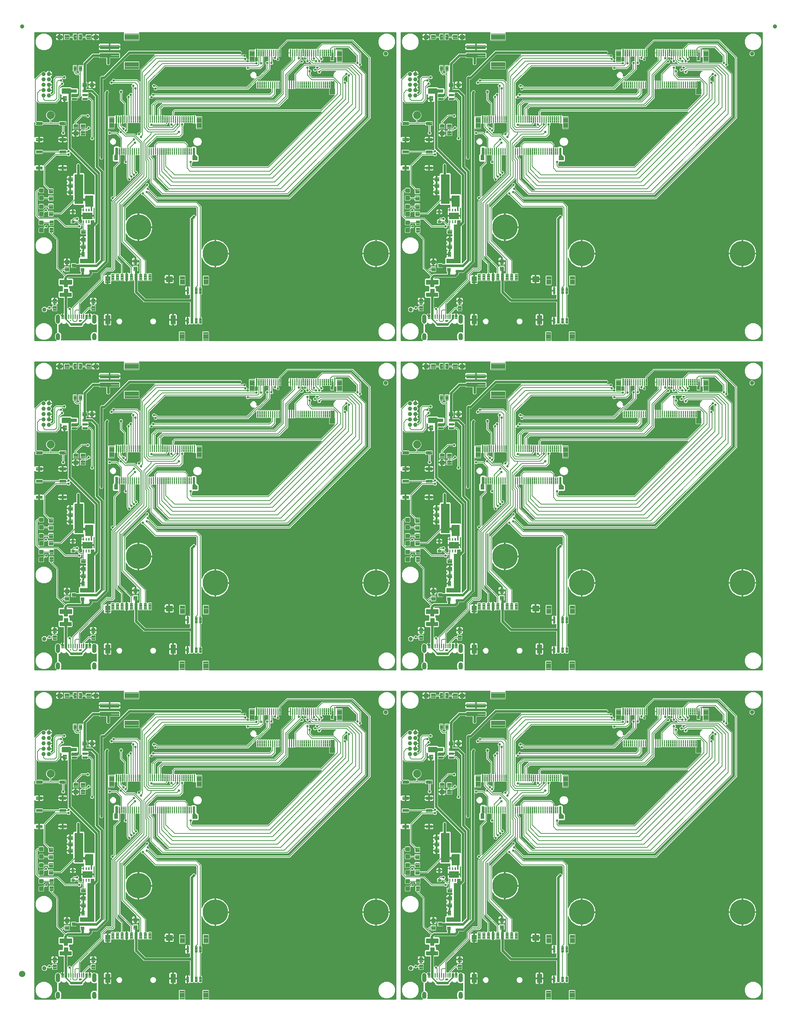
<source format=gtl>
G04 EAGLE Gerber RS-274X export*
G75*
%MOMM*%
%FSLAX34Y34*%
%LPD*%
%INTop Copper*%
%IPPOS*%
%AMOC8*
5,1,8,0,0,1.08239X$1,22.5*%
G01*
%ADD10C,0.102000*%
%ADD11C,0.096000*%
%ADD12C,6.000000*%
%ADD13C,1.000000*%
%ADD14C,0.099059*%
%ADD15C,1.879600*%
%ADD16C,0.100000*%
%ADD17C,0.105000*%
%ADD18C,0.098000*%
%ADD19C,0.654000*%
%ADD20C,0.101600*%
%ADD21C,0.100800*%
%ADD22C,0.300000*%
%ADD23C,0.104000*%
%ADD24C,0.099000*%
%ADD25C,1.500000*%
%ADD26C,0.558800*%
%ADD27C,0.203200*%
%ADD28C,0.254000*%
%ADD29C,0.558800*%
%ADD30C,0.604000*%
%ADD31C,0.635000*%
%ADD32C,0.304800*%
%ADD33C,0.177800*%

G36*
X1213452Y1562363D02*
X1213452Y1562363D01*
X1213510Y1562361D01*
X1213592Y1562383D01*
X1213676Y1562395D01*
X1213729Y1562418D01*
X1213785Y1562433D01*
X1213858Y1562476D01*
X1213935Y1562511D01*
X1213980Y1562549D01*
X1214030Y1562578D01*
X1214088Y1562640D01*
X1214152Y1562694D01*
X1214184Y1562743D01*
X1214224Y1562786D01*
X1214263Y1562861D01*
X1214310Y1562931D01*
X1214327Y1562987D01*
X1214354Y1563039D01*
X1214365Y1563107D01*
X1214395Y1563202D01*
X1214398Y1563302D01*
X1214409Y1563370D01*
X1214409Y1583855D01*
X1215435Y1584881D01*
X1227925Y1584881D01*
X1228951Y1583855D01*
X1228951Y1563370D01*
X1228959Y1563312D01*
X1228957Y1563254D01*
X1228979Y1563172D01*
X1228991Y1563088D01*
X1229014Y1563035D01*
X1229029Y1562979D01*
X1229072Y1562906D01*
X1229107Y1562829D01*
X1229145Y1562784D01*
X1229174Y1562734D01*
X1229236Y1562676D01*
X1229290Y1562612D01*
X1229339Y1562580D01*
X1229382Y1562540D01*
X1229457Y1562501D01*
X1229527Y1562454D01*
X1229583Y1562437D01*
X1229635Y1562410D01*
X1229703Y1562399D01*
X1229798Y1562369D01*
X1229898Y1562366D01*
X1229966Y1562355D01*
X1269394Y1562355D01*
X1269452Y1562363D01*
X1269510Y1562361D01*
X1269592Y1562383D01*
X1269676Y1562395D01*
X1269729Y1562418D01*
X1269785Y1562433D01*
X1269858Y1562476D01*
X1269935Y1562511D01*
X1269980Y1562549D01*
X1270030Y1562578D01*
X1270088Y1562640D01*
X1270152Y1562694D01*
X1270184Y1562743D01*
X1270224Y1562786D01*
X1270263Y1562861D01*
X1270310Y1562931D01*
X1270327Y1562987D01*
X1270354Y1563039D01*
X1270365Y1563107D01*
X1270395Y1563202D01*
X1270398Y1563302D01*
X1270409Y1563370D01*
X1270409Y1583855D01*
X1271435Y1584881D01*
X1283925Y1584881D01*
X1284951Y1583855D01*
X1284951Y1563370D01*
X1284959Y1563312D01*
X1284957Y1563254D01*
X1284979Y1563172D01*
X1284991Y1563088D01*
X1285014Y1563035D01*
X1285029Y1562979D01*
X1285072Y1562906D01*
X1285107Y1562829D01*
X1285145Y1562784D01*
X1285174Y1562734D01*
X1285236Y1562676D01*
X1285290Y1562612D01*
X1285339Y1562580D01*
X1285382Y1562540D01*
X1285457Y1562501D01*
X1285527Y1562454D01*
X1285583Y1562437D01*
X1285635Y1562410D01*
X1285703Y1562399D01*
X1285798Y1562369D01*
X1285898Y1562366D01*
X1285966Y1562355D01*
X1728470Y1562355D01*
X1728528Y1562363D01*
X1728586Y1562361D01*
X1728668Y1562383D01*
X1728752Y1562395D01*
X1728805Y1562418D01*
X1728861Y1562433D01*
X1728934Y1562476D01*
X1729011Y1562511D01*
X1729056Y1562549D01*
X1729106Y1562578D01*
X1729164Y1562640D01*
X1729228Y1562694D01*
X1729260Y1562743D01*
X1729300Y1562786D01*
X1729339Y1562861D01*
X1729386Y1562931D01*
X1729403Y1562987D01*
X1729430Y1563039D01*
X1729441Y1563107D01*
X1729471Y1563202D01*
X1729474Y1563302D01*
X1729485Y1563370D01*
X1729485Y2292350D01*
X1729478Y2292403D01*
X1729479Y2292436D01*
X1729478Y2292439D01*
X1729479Y2292466D01*
X1729457Y2292548D01*
X1729445Y2292632D01*
X1729422Y2292685D01*
X1729407Y2292741D01*
X1729364Y2292814D01*
X1729329Y2292891D01*
X1729291Y2292936D01*
X1729262Y2292986D01*
X1729200Y2293044D01*
X1729146Y2293108D01*
X1729097Y2293140D01*
X1729054Y2293180D01*
X1728979Y2293219D01*
X1728909Y2293266D01*
X1728853Y2293283D01*
X1728801Y2293310D01*
X1728733Y2293321D01*
X1728638Y2293351D01*
X1728538Y2293354D01*
X1728470Y2293365D01*
X1120384Y2293365D01*
X1120355Y2293361D01*
X1120325Y2293364D01*
X1120214Y2293341D01*
X1120102Y2293325D01*
X1120075Y2293313D01*
X1120047Y2293308D01*
X1119946Y2293255D01*
X1119843Y2293209D01*
X1119820Y2293190D01*
X1119794Y2293177D01*
X1119712Y2293099D01*
X1119626Y2293026D01*
X1119609Y2293001D01*
X1119588Y2292981D01*
X1119531Y2292883D01*
X1119468Y2292789D01*
X1119459Y2292761D01*
X1119444Y2292736D01*
X1119417Y2292626D01*
X1119382Y2292518D01*
X1119382Y2292488D01*
X1119374Y2292460D01*
X1119378Y2292347D01*
X1119375Y2292234D01*
X1119382Y2292205D01*
X1119383Y2292176D01*
X1119418Y2292068D01*
X1119447Y2291959D01*
X1119462Y2291933D01*
X1119471Y2291905D01*
X1119517Y2291841D01*
X1119592Y2291714D01*
X1119620Y2291688D01*
X1119623Y2291684D01*
X1119642Y2291666D01*
X1119666Y2291632D01*
X1120137Y2291161D01*
X1120137Y2274671D01*
X1119111Y2273645D01*
X1084621Y2273645D01*
X1083595Y2274671D01*
X1083595Y2291161D01*
X1084066Y2291632D01*
X1084074Y2291643D01*
X1084076Y2291644D01*
X1084080Y2291651D01*
X1084084Y2291656D01*
X1084106Y2291675D01*
X1084169Y2291769D01*
X1084237Y2291859D01*
X1084248Y2291887D01*
X1084264Y2291911D01*
X1084298Y2292019D01*
X1084338Y2292125D01*
X1084341Y2292154D01*
X1084350Y2292182D01*
X1084353Y2292296D01*
X1084362Y2292408D01*
X1084356Y2292437D01*
X1084357Y2292466D01*
X1084328Y2292576D01*
X1084306Y2292687D01*
X1084292Y2292713D01*
X1084285Y2292741D01*
X1084227Y2292839D01*
X1084175Y2292939D01*
X1084155Y2292961D01*
X1084140Y2292986D01*
X1084057Y2293063D01*
X1083979Y2293145D01*
X1083954Y2293160D01*
X1083933Y2293180D01*
X1083832Y2293232D01*
X1083734Y2293289D01*
X1083706Y2293296D01*
X1083679Y2293310D01*
X1083602Y2293323D01*
X1083458Y2293359D01*
X1083396Y2293357D01*
X1083348Y2293365D01*
X872490Y2293365D01*
X872432Y2293357D01*
X872374Y2293359D01*
X872292Y2293337D01*
X872208Y2293325D01*
X872155Y2293302D01*
X872099Y2293287D01*
X872026Y2293244D01*
X871949Y2293209D01*
X871904Y2293171D01*
X871854Y2293142D01*
X871796Y2293080D01*
X871732Y2293026D01*
X871700Y2292977D01*
X871660Y2292934D01*
X871621Y2292859D01*
X871574Y2292789D01*
X871557Y2292733D01*
X871530Y2292681D01*
X871519Y2292613D01*
X871489Y2292518D01*
X871486Y2292418D01*
X871475Y2292350D01*
X871475Y2184686D01*
X871479Y2184657D01*
X871476Y2184627D01*
X871482Y2184601D01*
X871481Y2184587D01*
X871495Y2184534D01*
X871499Y2184516D01*
X871515Y2184404D01*
X871527Y2184377D01*
X871532Y2184349D01*
X871584Y2184248D01*
X871631Y2184145D01*
X871650Y2184122D01*
X871663Y2184096D01*
X871741Y2184014D01*
X871814Y2183928D01*
X871839Y2183911D01*
X871859Y2183890D01*
X871957Y2183833D01*
X872051Y2183770D01*
X872079Y2183761D01*
X872104Y2183747D01*
X872214Y2183719D01*
X872322Y2183684D01*
X872352Y2183684D01*
X872380Y2183676D01*
X872493Y2183680D01*
X872606Y2183677D01*
X872635Y2183685D01*
X872664Y2183685D01*
X872772Y2183720D01*
X872881Y2183749D01*
X872907Y2183764D01*
X872935Y2183773D01*
X872998Y2183818D01*
X873019Y2183831D01*
X873048Y2183844D01*
X873065Y2183858D01*
X873126Y2183894D01*
X873169Y2183940D01*
X873208Y2183968D01*
X884508Y2195268D01*
X886145Y2196905D01*
X886923Y2196905D01*
X886925Y2196905D01*
X886927Y2196905D01*
X887066Y2196925D01*
X887205Y2196945D01*
X887206Y2196945D01*
X887208Y2196945D01*
X887335Y2197003D01*
X887464Y2197061D01*
X887465Y2197062D01*
X887467Y2197062D01*
X887577Y2197156D01*
X887681Y2197244D01*
X887682Y2197246D01*
X887683Y2197247D01*
X887692Y2197260D01*
X887839Y2197481D01*
X887848Y2197510D01*
X887861Y2197531D01*
X888126Y2198170D01*
X889890Y2199934D01*
X892195Y2200889D01*
X894689Y2200889D01*
X896994Y2199934D01*
X898296Y2198632D01*
X898308Y2198623D01*
X898318Y2198611D01*
X898423Y2198537D01*
X898523Y2198461D01*
X898537Y2198456D01*
X898550Y2198447D01*
X898670Y2198405D01*
X898789Y2198360D01*
X898804Y2198359D01*
X898819Y2198354D01*
X898946Y2198347D01*
X899072Y2198337D01*
X899087Y2198340D01*
X899103Y2198339D01*
X899226Y2198368D01*
X899351Y2198392D01*
X899365Y2198400D01*
X899380Y2198403D01*
X899490Y2198465D01*
X899603Y2198523D01*
X899614Y2198534D01*
X899628Y2198542D01*
X899675Y2198592D01*
X899809Y2198719D01*
X899833Y2198759D01*
X899858Y2198786D01*
X900285Y2199425D01*
X901335Y2200475D01*
X902570Y2201300D01*
X903942Y2201869D01*
X904873Y2202054D01*
X904873Y2194872D01*
X904881Y2194814D01*
X904879Y2194756D01*
X904901Y2194674D01*
X904913Y2194591D01*
X904936Y2194537D01*
X904951Y2194481D01*
X904994Y2194408D01*
X905029Y2194331D01*
X905067Y2194287D01*
X905096Y2194236D01*
X905158Y2194179D01*
X905212Y2194114D01*
X905261Y2194082D01*
X905304Y2194042D01*
X905379Y2194003D01*
X905449Y2193957D01*
X905473Y2193949D01*
X905503Y2193900D01*
X905537Y2193823D01*
X905575Y2193778D01*
X905605Y2193728D01*
X905666Y2193670D01*
X905721Y2193606D01*
X905769Y2193574D01*
X905812Y2193534D01*
X905887Y2193495D01*
X905957Y2193448D01*
X906013Y2193431D01*
X906065Y2193404D01*
X906133Y2193393D01*
X906228Y2193363D01*
X906328Y2193360D01*
X906396Y2193349D01*
X913578Y2193349D01*
X913393Y2192418D01*
X912824Y2191046D01*
X911999Y2189811D01*
X910949Y2188761D01*
X910310Y2188334D01*
X910299Y2188324D01*
X910285Y2188316D01*
X910193Y2188229D01*
X910098Y2188144D01*
X910090Y2188131D01*
X910079Y2188121D01*
X910015Y2188011D01*
X909947Y2187904D01*
X909943Y2187889D01*
X909935Y2187875D01*
X909904Y2187753D01*
X909869Y2187630D01*
X909869Y2187615D01*
X909865Y2187600D01*
X909869Y2187473D01*
X909869Y2187346D01*
X909873Y2187331D01*
X909874Y2187316D01*
X909913Y2187195D01*
X909948Y2187073D01*
X909957Y2187060D01*
X909961Y2187045D01*
X910001Y2186989D01*
X910100Y2186833D01*
X910135Y2186802D01*
X910156Y2186772D01*
X911458Y2185470D01*
X912413Y2183165D01*
X912413Y2180671D01*
X911458Y2178366D01*
X910156Y2177064D01*
X910147Y2177052D01*
X910135Y2177042D01*
X910061Y2176938D01*
X909985Y2176837D01*
X909980Y2176823D01*
X909971Y2176810D01*
X909929Y2176690D01*
X909884Y2176571D01*
X909883Y2176556D01*
X909878Y2176541D01*
X909871Y2176414D01*
X909861Y2176288D01*
X909864Y2176273D01*
X909863Y2176257D01*
X909892Y2176134D01*
X909916Y2176009D01*
X909924Y2175995D01*
X909927Y2175980D01*
X909989Y2175870D01*
X910047Y2175757D01*
X910058Y2175746D01*
X910066Y2175732D01*
X910116Y2175685D01*
X910243Y2175551D01*
X910283Y2175527D01*
X910310Y2175502D01*
X910949Y2175075D01*
X911999Y2174025D01*
X912824Y2172790D01*
X913393Y2171418D01*
X913578Y2170487D01*
X906396Y2170487D01*
X906338Y2170479D01*
X906280Y2170481D01*
X906198Y2170459D01*
X906115Y2170447D01*
X906061Y2170424D01*
X906005Y2170409D01*
X905932Y2170366D01*
X905855Y2170331D01*
X905811Y2170293D01*
X905760Y2170264D01*
X905703Y2170202D01*
X905638Y2170148D01*
X905606Y2170099D01*
X905566Y2170056D01*
X905527Y2169981D01*
X905481Y2169911D01*
X905473Y2169887D01*
X905424Y2169857D01*
X905347Y2169823D01*
X905302Y2169785D01*
X905252Y2169755D01*
X905194Y2169694D01*
X905130Y2169639D01*
X905098Y2169591D01*
X905058Y2169548D01*
X905019Y2169473D01*
X904972Y2169403D01*
X904955Y2169347D01*
X904928Y2169295D01*
X904917Y2169227D01*
X904887Y2169132D01*
X904884Y2169032D01*
X904873Y2168964D01*
X904873Y2156772D01*
X904881Y2156714D01*
X904879Y2156656D01*
X904901Y2156574D01*
X904913Y2156491D01*
X904936Y2156437D01*
X904951Y2156381D01*
X904994Y2156308D01*
X905029Y2156231D01*
X905067Y2156187D01*
X905096Y2156136D01*
X905158Y2156079D01*
X905212Y2156014D01*
X905261Y2155982D01*
X905304Y2155942D01*
X905379Y2155903D01*
X905449Y2155857D01*
X905473Y2155849D01*
X905503Y2155800D01*
X905537Y2155723D01*
X905575Y2155678D01*
X905605Y2155628D01*
X905666Y2155570D01*
X905721Y2155506D01*
X905769Y2155474D01*
X905812Y2155434D01*
X905887Y2155395D01*
X905957Y2155348D01*
X906013Y2155331D01*
X906065Y2155304D01*
X906133Y2155293D01*
X906228Y2155263D01*
X906328Y2155260D01*
X906396Y2155249D01*
X913578Y2155249D01*
X913393Y2154318D01*
X912824Y2152946D01*
X911999Y2151711D01*
X910949Y2150661D01*
X910310Y2150234D01*
X910299Y2150224D01*
X910285Y2150216D01*
X910193Y2150129D01*
X910098Y2150044D01*
X910090Y2150031D01*
X910079Y2150021D01*
X910015Y2149912D01*
X909947Y2149804D01*
X909943Y2149789D01*
X909935Y2149775D01*
X909904Y2149653D01*
X909869Y2149530D01*
X909869Y2149515D01*
X909865Y2149500D01*
X909869Y2149373D01*
X909869Y2149246D01*
X909873Y2149231D01*
X909874Y2149216D01*
X909913Y2149095D01*
X909948Y2148973D01*
X909957Y2148960D01*
X909961Y2148945D01*
X910001Y2148889D01*
X910100Y2148733D01*
X910135Y2148702D01*
X910156Y2148672D01*
X911458Y2147370D01*
X911476Y2147326D01*
X911535Y2147227D01*
X911588Y2147125D01*
X911607Y2147105D01*
X911621Y2147081D01*
X911705Y2147002D01*
X911784Y2146919D01*
X911808Y2146905D01*
X911828Y2146886D01*
X911930Y2146833D01*
X912029Y2146775D01*
X912056Y2146768D01*
X912080Y2146755D01*
X912193Y2146733D01*
X912304Y2146705D01*
X912332Y2146706D01*
X912359Y2146700D01*
X912474Y2146710D01*
X912588Y2146714D01*
X912615Y2146722D01*
X912643Y2146725D01*
X912750Y2146766D01*
X912859Y2146801D01*
X912879Y2146816D01*
X912908Y2146827D01*
X913120Y2146987D01*
X913132Y2146996D01*
X916896Y2150760D01*
X916948Y2150830D01*
X917008Y2150894D01*
X917034Y2150943D01*
X917067Y2150987D01*
X917098Y2151069D01*
X917138Y2151147D01*
X917146Y2151194D01*
X917168Y2151253D01*
X917180Y2151400D01*
X917193Y2151478D01*
X917193Y2184077D01*
X922343Y2189227D01*
X938458Y2189227D01*
X938544Y2189239D01*
X938632Y2189242D01*
X938684Y2189259D01*
X938739Y2189267D01*
X938819Y2189302D01*
X938902Y2189329D01*
X938942Y2189357D01*
X938999Y2189383D01*
X939112Y2189479D01*
X939176Y2189524D01*
X940656Y2191005D01*
X944024Y2191005D01*
X946405Y2188624D01*
X946405Y2185256D01*
X944024Y2182875D01*
X940656Y2182875D01*
X939176Y2184356D01*
X939106Y2184408D01*
X939042Y2184468D01*
X938993Y2184494D01*
X938948Y2184527D01*
X938867Y2184558D01*
X938789Y2184598D01*
X938741Y2184606D01*
X938683Y2184628D01*
X938535Y2184640D01*
X938458Y2184653D01*
X937586Y2184653D01*
X937557Y2184649D01*
X937528Y2184652D01*
X937417Y2184629D01*
X937305Y2184613D01*
X937278Y2184601D01*
X937249Y2184596D01*
X937148Y2184543D01*
X937045Y2184497D01*
X937023Y2184478D01*
X936997Y2184465D01*
X936915Y2184387D01*
X936828Y2184314D01*
X936812Y2184289D01*
X936791Y2184269D01*
X936734Y2184171D01*
X936671Y2184077D01*
X936662Y2184049D01*
X936647Y2184024D01*
X936619Y2183914D01*
X936585Y2183806D01*
X936584Y2183776D01*
X936577Y2183748D01*
X936580Y2183635D01*
X936578Y2183522D01*
X936585Y2183493D01*
X936586Y2183464D01*
X936621Y2183356D01*
X936649Y2183247D01*
X936664Y2183221D01*
X936673Y2183193D01*
X936719Y2183130D01*
X936795Y2183002D01*
X936840Y2182959D01*
X936868Y2182920D01*
X938785Y2181004D01*
X938785Y2177636D01*
X938646Y2177498D01*
X938629Y2177474D01*
X938606Y2177455D01*
X938590Y2177431D01*
X938569Y2177411D01*
X938526Y2177339D01*
X938475Y2177271D01*
X938465Y2177243D01*
X938449Y2177219D01*
X938440Y2177191D01*
X938425Y2177166D01*
X938404Y2177085D01*
X938374Y2177005D01*
X938372Y2176976D01*
X938363Y2176948D01*
X938362Y2176918D01*
X938355Y2176890D01*
X938358Y2176807D01*
X938351Y2176722D01*
X938356Y2176693D01*
X938356Y2176664D01*
X938363Y2176635D01*
X938364Y2176606D01*
X938390Y2176526D01*
X938406Y2176443D01*
X938420Y2176417D01*
X938427Y2176389D01*
X938442Y2176363D01*
X938451Y2176335D01*
X938491Y2176280D01*
X938537Y2176191D01*
X938558Y2176169D01*
X938573Y2176144D01*
X938619Y2176101D01*
X938646Y2176062D01*
X941325Y2173384D01*
X941325Y2170016D01*
X938944Y2167635D01*
X936850Y2167635D01*
X936763Y2167623D01*
X936676Y2167620D01*
X936623Y2167603D01*
X936568Y2167595D01*
X936488Y2167560D01*
X936405Y2167533D01*
X936366Y2167505D01*
X936309Y2167479D01*
X936196Y2167383D01*
X936132Y2167338D01*
X932224Y2163430D01*
X932172Y2163360D01*
X932112Y2163296D01*
X932086Y2163247D01*
X932053Y2163203D01*
X932022Y2163121D01*
X931982Y2163043D01*
X931974Y2162996D01*
X931952Y2162937D01*
X931940Y2162790D01*
X931927Y2162712D01*
X931927Y2162089D01*
X931931Y2162060D01*
X931928Y2162031D01*
X931951Y2161920D01*
X931967Y2161808D01*
X931979Y2161781D01*
X931984Y2161752D01*
X932037Y2161652D01*
X932083Y2161548D01*
X932102Y2161526D01*
X932115Y2161500D01*
X932193Y2161418D01*
X932266Y2161331D01*
X932291Y2161315D01*
X932311Y2161294D01*
X932409Y2161237D01*
X932503Y2161174D01*
X932531Y2161165D01*
X932556Y2161150D01*
X932666Y2161122D01*
X932774Y2161088D01*
X932804Y2161087D01*
X932832Y2161080D01*
X932945Y2161084D01*
X933058Y2161081D01*
X933087Y2161088D01*
X933116Y2161089D01*
X933224Y2161124D01*
X933333Y2161153D01*
X933359Y2161168D01*
X933387Y2161177D01*
X933450Y2161222D01*
X933578Y2161298D01*
X933621Y2161343D01*
X933660Y2161371D01*
X935988Y2163700D01*
X958090Y2163700D01*
X960333Y2161457D01*
X960402Y2161405D01*
X960466Y2161345D01*
X960516Y2161319D01*
X960560Y2161286D01*
X960641Y2161255D01*
X960719Y2161215D01*
X960767Y2161207D01*
X960825Y2161185D01*
X960973Y2161173D01*
X961050Y2161160D01*
X973330Y2161160D01*
X975488Y2159002D01*
X975488Y2149600D01*
X973330Y2147442D01*
X961050Y2147442D01*
X960964Y2147430D01*
X960876Y2147427D01*
X960824Y2147410D01*
X960769Y2147402D01*
X960689Y2147367D01*
X960606Y2147340D01*
X960567Y2147312D01*
X960509Y2147286D01*
X960396Y2147190D01*
X960333Y2147145D01*
X959402Y2146215D01*
X959350Y2146145D01*
X959290Y2146081D01*
X959264Y2146032D01*
X959231Y2145987D01*
X959200Y2145906D01*
X959160Y2145828D01*
X959152Y2145780D01*
X959130Y2145722D01*
X959118Y2145574D01*
X959105Y2145497D01*
X959105Y2140820D01*
X959113Y2140762D01*
X959111Y2140704D01*
X959133Y2140622D01*
X959145Y2140538D01*
X959168Y2140485D01*
X959183Y2140429D01*
X959226Y2140356D01*
X959261Y2140279D01*
X959299Y2140234D01*
X959328Y2140184D01*
X959390Y2140126D01*
X959444Y2140062D01*
X959493Y2140030D01*
X959536Y2139990D01*
X959611Y2139951D01*
X959681Y2139904D01*
X959737Y2139887D01*
X959789Y2139860D01*
X959857Y2139849D01*
X959952Y2139819D01*
X960052Y2139816D01*
X960120Y2139805D01*
X971643Y2139805D01*
X971729Y2139719D01*
X971776Y2139684D01*
X971816Y2139641D01*
X971889Y2139599D01*
X971956Y2139548D01*
X972011Y2139527D01*
X972061Y2139498D01*
X972143Y2139477D01*
X972222Y2139447D01*
X972280Y2139442D01*
X972337Y2139428D01*
X972421Y2139430D01*
X972505Y2139423D01*
X972563Y2139435D01*
X972621Y2139437D01*
X972701Y2139463D01*
X972784Y2139479D01*
X972836Y2139506D01*
X972892Y2139524D01*
X972948Y2139564D01*
X973036Y2139610D01*
X973109Y2139679D01*
X973165Y2139719D01*
X977856Y2144410D01*
X977867Y2144425D01*
X977876Y2144433D01*
X977902Y2144471D01*
X977908Y2144480D01*
X977968Y2144544D01*
X977994Y2144593D01*
X978027Y2144637D01*
X978058Y2144719D01*
X978098Y2144797D01*
X978106Y2144844D01*
X978128Y2144903D01*
X978140Y2145050D01*
X978153Y2145128D01*
X978153Y2191258D01*
X978145Y2191316D01*
X978147Y2191374D01*
X978125Y2191456D01*
X978113Y2191540D01*
X978090Y2191593D01*
X978075Y2191649D01*
X978032Y2191722D01*
X977997Y2191799D01*
X977959Y2191844D01*
X977930Y2191894D01*
X977868Y2191952D01*
X977814Y2192016D01*
X977765Y2192048D01*
X977722Y2192088D01*
X977647Y2192127D01*
X977577Y2192174D01*
X977521Y2192191D01*
X977469Y2192218D01*
X977401Y2192229D01*
X977306Y2192259D01*
X977206Y2192262D01*
X977138Y2192273D01*
X970603Y2192273D01*
X965453Y2197423D01*
X965453Y2199724D01*
X965445Y2199782D01*
X965447Y2199840D01*
X965425Y2199922D01*
X965413Y2200006D01*
X965390Y2200059D01*
X965375Y2200115D01*
X965332Y2200188D01*
X965297Y2200265D01*
X965259Y2200310D01*
X965230Y2200360D01*
X965168Y2200418D01*
X965114Y2200482D01*
X965065Y2200514D01*
X965022Y2200554D01*
X964947Y2200593D01*
X964877Y2200640D01*
X964821Y2200657D01*
X964769Y2200684D01*
X964701Y2200695D01*
X964606Y2200725D01*
X964506Y2200728D01*
X964438Y2200739D01*
X963694Y2200739D01*
X962659Y2201774D01*
X962659Y2214946D01*
X963694Y2215981D01*
X971786Y2215981D01*
X972821Y2214946D01*
X972821Y2201774D01*
X971786Y2200739D01*
X971056Y2200739D01*
X971027Y2200735D01*
X970997Y2200738D01*
X970886Y2200715D01*
X970774Y2200699D01*
X970747Y2200687D01*
X970719Y2200682D01*
X970618Y2200629D01*
X970515Y2200583D01*
X970492Y2200564D01*
X970466Y2200551D01*
X970384Y2200473D01*
X970298Y2200400D01*
X970282Y2200375D01*
X970260Y2200355D01*
X970203Y2200257D01*
X970140Y2200163D01*
X970131Y2200135D01*
X970117Y2200110D01*
X970089Y2200000D01*
X970054Y2199892D01*
X970054Y2199862D01*
X970046Y2199834D01*
X970050Y2199721D01*
X970047Y2199608D01*
X970055Y2199579D01*
X970055Y2199550D01*
X970090Y2199442D01*
X970119Y2199333D01*
X970134Y2199307D01*
X970143Y2199279D01*
X970188Y2199216D01*
X970264Y2199088D01*
X970310Y2199045D01*
X970338Y2199006D01*
X972200Y2197144D01*
X972270Y2197092D01*
X972334Y2197032D01*
X972383Y2197006D01*
X972427Y2196973D01*
X972509Y2196942D01*
X972587Y2196902D01*
X972634Y2196894D01*
X972693Y2196872D01*
X972840Y2196860D01*
X972918Y2196847D01*
X977138Y2196847D01*
X977196Y2196855D01*
X977254Y2196853D01*
X977336Y2196875D01*
X977420Y2196887D01*
X977473Y2196910D01*
X977529Y2196925D01*
X977602Y2196968D01*
X977679Y2197003D01*
X977724Y2197041D01*
X977774Y2197070D01*
X977832Y2197132D01*
X977896Y2197186D01*
X977928Y2197235D01*
X977968Y2197278D01*
X978007Y2197353D01*
X978054Y2197423D01*
X978071Y2197479D01*
X978098Y2197531D01*
X978109Y2197599D01*
X978139Y2197694D01*
X978142Y2197794D01*
X978153Y2197862D01*
X978153Y2199724D01*
X978145Y2199782D01*
X978147Y2199840D01*
X978125Y2199922D01*
X978113Y2200006D01*
X978090Y2200059D01*
X978075Y2200115D01*
X978032Y2200188D01*
X977997Y2200265D01*
X977959Y2200310D01*
X977930Y2200360D01*
X977868Y2200418D01*
X977814Y2200482D01*
X977765Y2200514D01*
X977722Y2200554D01*
X977647Y2200593D01*
X977577Y2200640D01*
X977521Y2200657D01*
X977469Y2200684D01*
X977401Y2200695D01*
X977306Y2200725D01*
X977206Y2200728D01*
X977138Y2200739D01*
X976394Y2200739D01*
X975359Y2201774D01*
X975359Y2214946D01*
X976394Y2215981D01*
X984486Y2215981D01*
X985192Y2215275D01*
X985216Y2215257D01*
X985235Y2215235D01*
X985329Y2215172D01*
X985419Y2215104D01*
X985447Y2215093D01*
X985471Y2215077D01*
X985579Y2215043D01*
X985685Y2215003D01*
X985714Y2215000D01*
X985742Y2214991D01*
X985856Y2214989D01*
X985968Y2214979D01*
X985997Y2214985D01*
X986026Y2214984D01*
X986136Y2215013D01*
X986247Y2215035D01*
X986273Y2215049D01*
X986301Y2215056D01*
X986399Y2215114D01*
X986499Y2215166D01*
X986521Y2215186D01*
X986546Y2215201D01*
X986623Y2215284D01*
X986705Y2215362D01*
X986720Y2215387D01*
X986740Y2215409D01*
X986792Y2215510D01*
X986849Y2215607D01*
X986856Y2215636D01*
X986870Y2215662D01*
X986883Y2215739D01*
X986919Y2215883D01*
X986917Y2215945D01*
X986925Y2215993D01*
X986925Y2221154D01*
X1008752Y2242981D01*
X1024580Y2242981D01*
X1024638Y2242989D01*
X1024696Y2242987D01*
X1024778Y2243009D01*
X1024862Y2243021D01*
X1024915Y2243044D01*
X1024971Y2243059D01*
X1025044Y2243102D01*
X1025121Y2243137D01*
X1025166Y2243175D01*
X1025216Y2243204D01*
X1025274Y2243266D01*
X1025338Y2243320D01*
X1025370Y2243369D01*
X1025410Y2243412D01*
X1025449Y2243487D01*
X1025496Y2243557D01*
X1025513Y2243613D01*
X1025540Y2243665D01*
X1025551Y2243733D01*
X1025581Y2243828D01*
X1025584Y2243928D01*
X1025595Y2243996D01*
X1025595Y2244150D01*
X1026632Y2245187D01*
X1073100Y2245187D01*
X1074137Y2244150D01*
X1074137Y2233682D01*
X1073100Y2232645D01*
X1051560Y2232645D01*
X1051502Y2232637D01*
X1051444Y2232639D01*
X1051362Y2232617D01*
X1051278Y2232605D01*
X1051225Y2232582D01*
X1051169Y2232567D01*
X1051096Y2232524D01*
X1051019Y2232489D01*
X1050974Y2232451D01*
X1050924Y2232422D01*
X1050866Y2232360D01*
X1050802Y2232306D01*
X1050770Y2232257D01*
X1050730Y2232214D01*
X1050691Y2232139D01*
X1050644Y2232069D01*
X1050627Y2232013D01*
X1050600Y2231961D01*
X1050589Y2231893D01*
X1050559Y2231798D01*
X1050556Y2231698D01*
X1050545Y2231630D01*
X1050545Y2222384D01*
X1050557Y2222297D01*
X1050560Y2222210D01*
X1050577Y2222157D01*
X1050585Y2222102D01*
X1050620Y2222023D01*
X1050647Y2221939D01*
X1050675Y2221900D01*
X1050701Y2221843D01*
X1050771Y2221760D01*
X1050771Y2218183D01*
X1048257Y2215669D01*
X1044703Y2215669D01*
X1042189Y2218183D01*
X1042189Y2221756D01*
X1042230Y2221800D01*
X1042256Y2221849D01*
X1042289Y2221893D01*
X1042320Y2221975D01*
X1042360Y2222053D01*
X1042368Y2222100D01*
X1042390Y2222159D01*
X1042402Y2222306D01*
X1042415Y2222384D01*
X1042415Y2231630D01*
X1042407Y2231688D01*
X1042409Y2231746D01*
X1042387Y2231828D01*
X1042375Y2231912D01*
X1042352Y2231965D01*
X1042337Y2232021D01*
X1042294Y2232094D01*
X1042259Y2232171D01*
X1042221Y2232216D01*
X1042192Y2232266D01*
X1042130Y2232324D01*
X1042076Y2232388D01*
X1042027Y2232420D01*
X1041984Y2232460D01*
X1041909Y2232499D01*
X1041839Y2232546D01*
X1041783Y2232563D01*
X1041731Y2232590D01*
X1041663Y2232601D01*
X1041568Y2232631D01*
X1041468Y2232634D01*
X1041400Y2232645D01*
X1026632Y2232645D01*
X1025595Y2233682D01*
X1025595Y2233836D01*
X1025587Y2233894D01*
X1025589Y2233952D01*
X1025567Y2234034D01*
X1025555Y2234118D01*
X1025532Y2234171D01*
X1025517Y2234227D01*
X1025474Y2234300D01*
X1025439Y2234377D01*
X1025401Y2234422D01*
X1025372Y2234472D01*
X1025310Y2234530D01*
X1025256Y2234594D01*
X1025207Y2234626D01*
X1025164Y2234666D01*
X1025089Y2234705D01*
X1025019Y2234752D01*
X1024963Y2234769D01*
X1024911Y2234796D01*
X1024843Y2234807D01*
X1024748Y2234837D01*
X1024648Y2234840D01*
X1024580Y2234851D01*
X1012540Y2234851D01*
X1012454Y2234839D01*
X1012366Y2234836D01*
X1012314Y2234819D01*
X1012259Y2234811D01*
X1012179Y2234776D01*
X1012096Y2234749D01*
X1012056Y2234721D01*
X1011999Y2234695D01*
X1011886Y2234599D01*
X1011822Y2234554D01*
X995352Y2218084D01*
X995300Y2218014D01*
X995240Y2217950D01*
X995214Y2217901D01*
X995181Y2217856D01*
X995150Y2217775D01*
X995110Y2217697D01*
X995102Y2217649D01*
X995080Y2217591D01*
X995068Y2217443D01*
X995055Y2217366D01*
X995055Y2176446D01*
X995063Y2176388D01*
X995061Y2176330D01*
X995083Y2176248D01*
X995095Y2176164D01*
X995118Y2176111D01*
X995133Y2176055D01*
X995176Y2175982D01*
X995211Y2175905D01*
X995249Y2175860D01*
X995278Y2175810D01*
X995340Y2175752D01*
X995394Y2175688D01*
X995443Y2175656D01*
X995486Y2175616D01*
X995561Y2175577D01*
X995631Y2175530D01*
X995687Y2175513D01*
X995739Y2175486D01*
X995807Y2175475D01*
X995902Y2175445D01*
X996002Y2175442D01*
X996070Y2175431D01*
X996724Y2175431D01*
X997761Y2174394D01*
X997761Y2163926D01*
X996724Y2162889D01*
X996070Y2162889D01*
X996012Y2162881D01*
X995954Y2162883D01*
X995872Y2162861D01*
X995788Y2162849D01*
X995735Y2162826D01*
X995679Y2162811D01*
X995606Y2162768D01*
X995529Y2162733D01*
X995484Y2162695D01*
X995434Y2162666D01*
X995376Y2162604D01*
X995312Y2162550D01*
X995280Y2162501D01*
X995240Y2162458D01*
X995201Y2162383D01*
X995154Y2162313D01*
X995137Y2162257D01*
X995110Y2162205D01*
X995099Y2162137D01*
X995069Y2162042D01*
X995066Y2161942D01*
X995055Y2161874D01*
X995055Y2159864D01*
X995063Y2159806D01*
X995061Y2159748D01*
X995083Y2159666D01*
X995095Y2159582D01*
X995118Y2159529D01*
X995133Y2159473D01*
X995176Y2159400D01*
X995211Y2159323D01*
X995249Y2159278D01*
X995278Y2159228D01*
X995340Y2159170D01*
X995394Y2159106D01*
X995443Y2159074D01*
X995486Y2159034D01*
X995561Y2158995D01*
X995631Y2158948D01*
X995687Y2158931D01*
X995739Y2158904D01*
X995807Y2158893D01*
X995902Y2158863D01*
X996002Y2158860D01*
X996070Y2158849D01*
X1009200Y2158849D01*
X1023367Y2144682D01*
X1023367Y1977462D01*
X1023379Y1977376D01*
X1023382Y1977288D01*
X1023399Y1977236D01*
X1023407Y1977181D01*
X1023442Y1977101D01*
X1023469Y1977018D01*
X1023497Y1976978D01*
X1023523Y1976921D01*
X1023619Y1976808D01*
X1023664Y1976744D01*
X1035305Y1965104D01*
X1035305Y1752164D01*
X1035309Y1752135D01*
X1035306Y1752106D01*
X1035329Y1751995D01*
X1035345Y1751883D01*
X1035357Y1751856D01*
X1035362Y1751827D01*
X1035414Y1751727D01*
X1035461Y1751623D01*
X1035480Y1751601D01*
X1035493Y1751575D01*
X1035571Y1751493D01*
X1035644Y1751406D01*
X1035669Y1751390D01*
X1035689Y1751369D01*
X1035787Y1751311D01*
X1035881Y1751249D01*
X1035909Y1751240D01*
X1035934Y1751225D01*
X1036044Y1751197D01*
X1036152Y1751163D01*
X1036182Y1751162D01*
X1036210Y1751155D01*
X1036323Y1751158D01*
X1036436Y1751156D01*
X1036465Y1751163D01*
X1036494Y1751164D01*
X1036602Y1751199D01*
X1036711Y1751227D01*
X1036737Y1751242D01*
X1036765Y1751251D01*
X1036828Y1751297D01*
X1036956Y1751373D01*
X1036999Y1751418D01*
X1037038Y1751446D01*
X1037800Y1752208D01*
X1037852Y1752278D01*
X1037912Y1752342D01*
X1037938Y1752391D01*
X1037971Y1752435D01*
X1038002Y1752517D01*
X1038042Y1752595D01*
X1038050Y1752643D01*
X1038072Y1752701D01*
X1038084Y1752849D01*
X1038097Y1752926D01*
X1038097Y2151794D01*
X1039606Y2153302D01*
X1039658Y2153372D01*
X1039718Y2153436D01*
X1039744Y2153485D01*
X1039777Y2153530D01*
X1039808Y2153611D01*
X1039848Y2153689D01*
X1039856Y2153737D01*
X1039878Y2153795D01*
X1039887Y2153903D01*
X1042417Y2156433D01*
X1045971Y2156433D01*
X1048485Y2153919D01*
X1048485Y2150365D01*
X1046524Y2148404D01*
X1046472Y2148334D01*
X1046412Y2148270D01*
X1046386Y2148221D01*
X1046353Y2148177D01*
X1046322Y2148095D01*
X1046282Y2148017D01*
X1046274Y2147970D01*
X1046252Y2147911D01*
X1046240Y2147764D01*
X1046227Y2147686D01*
X1046227Y2094744D01*
X1046231Y2094715D01*
X1046228Y2094685D01*
X1046251Y2094574D01*
X1046267Y2094462D01*
X1046279Y2094435D01*
X1046284Y2094407D01*
X1046337Y2094306D01*
X1046383Y2094203D01*
X1046402Y2094180D01*
X1046415Y2094154D01*
X1046493Y2094072D01*
X1046566Y2093986D01*
X1046591Y2093969D01*
X1046611Y2093948D01*
X1046709Y2093891D01*
X1046803Y2093828D01*
X1046831Y2093819D01*
X1046856Y2093804D01*
X1046966Y2093777D01*
X1047074Y2093742D01*
X1047104Y2093742D01*
X1047132Y2093734D01*
X1047245Y2093738D01*
X1047358Y2093735D01*
X1047387Y2093742D01*
X1047416Y2093743D01*
X1047524Y2093778D01*
X1047633Y2093807D01*
X1047659Y2093822D01*
X1047687Y2093831D01*
X1047751Y2093877D01*
X1047878Y2093952D01*
X1047921Y2093998D01*
X1047960Y2094026D01*
X1048495Y2094561D01*
X1060821Y2094561D01*
X1060888Y2094570D01*
X1060956Y2094570D01*
X1061028Y2094590D01*
X1061102Y2094601D01*
X1061165Y2094628D01*
X1061230Y2094647D01*
X1061294Y2094686D01*
X1061362Y2094717D01*
X1061414Y2094761D01*
X1061472Y2094797D01*
X1061522Y2094852D01*
X1061579Y2094900D01*
X1061617Y2094957D01*
X1061662Y2095008D01*
X1061688Y2095065D01*
X1061736Y2095137D01*
X1061771Y2095246D01*
X1061802Y2095313D01*
X1061907Y2095707D01*
X1062309Y2096403D01*
X1062877Y2096971D01*
X1063572Y2097373D01*
X1064348Y2097581D01*
X1064725Y2097581D01*
X1064725Y2087290D01*
X1064725Y2076999D01*
X1064348Y2076999D01*
X1063572Y2077207D01*
X1063534Y2077230D01*
X1063497Y2077244D01*
X1063465Y2077266D01*
X1063366Y2077297D01*
X1063270Y2077336D01*
X1063231Y2077340D01*
X1063194Y2077352D01*
X1063090Y2077354D01*
X1062987Y2077365D01*
X1062949Y2077358D01*
X1062910Y2077359D01*
X1062809Y2077333D01*
X1062707Y2077314D01*
X1062672Y2077297D01*
X1062635Y2077287D01*
X1062546Y2077234D01*
X1062453Y2077188D01*
X1062424Y2077162D01*
X1062390Y2077142D01*
X1062319Y2077066D01*
X1062243Y2076996D01*
X1062222Y2076963D01*
X1062196Y2076935D01*
X1062149Y2076842D01*
X1062094Y2076754D01*
X1062084Y2076716D01*
X1062066Y2076681D01*
X1062053Y2076605D01*
X1062019Y2076480D01*
X1062020Y2076406D01*
X1062011Y2076350D01*
X1062011Y2065545D01*
X1060985Y2064519D01*
X1048495Y2064519D01*
X1047960Y2065054D01*
X1047936Y2065072D01*
X1047917Y2065094D01*
X1047823Y2065157D01*
X1047733Y2065225D01*
X1047705Y2065236D01*
X1047681Y2065252D01*
X1047573Y2065286D01*
X1047467Y2065326D01*
X1047438Y2065329D01*
X1047410Y2065338D01*
X1047296Y2065341D01*
X1047184Y2065350D01*
X1047155Y2065344D01*
X1047126Y2065345D01*
X1047016Y2065316D01*
X1046905Y2065294D01*
X1046879Y2065280D01*
X1046851Y2065273D01*
X1046753Y2065215D01*
X1046653Y2065163D01*
X1046631Y2065143D01*
X1046606Y2065128D01*
X1046529Y2065045D01*
X1046447Y2064967D01*
X1046432Y2064942D01*
X1046412Y2064921D01*
X1046360Y2064820D01*
X1046303Y2064722D01*
X1046296Y2064694D01*
X1046282Y2064667D01*
X1046269Y2064590D01*
X1046233Y2064446D01*
X1046235Y2064384D01*
X1046227Y2064336D01*
X1046227Y2059250D01*
X1046231Y2059221D01*
X1046228Y2059192D01*
X1046251Y2059081D01*
X1046267Y2058969D01*
X1046279Y2058942D01*
X1046284Y2058913D01*
X1046337Y2058812D01*
X1046383Y2058709D01*
X1046402Y2058687D01*
X1046415Y2058661D01*
X1046493Y2058579D01*
X1046566Y2058492D01*
X1046591Y2058476D01*
X1046611Y2058455D01*
X1046709Y2058397D01*
X1046803Y2058335D01*
X1046831Y2058326D01*
X1046856Y2058311D01*
X1046966Y2058283D01*
X1047074Y2058249D01*
X1047104Y2058248D01*
X1047132Y2058241D01*
X1047245Y2058244D01*
X1047358Y2058242D01*
X1047387Y2058249D01*
X1047416Y2058250D01*
X1047524Y2058285D01*
X1047633Y2058313D01*
X1047659Y2058328D01*
X1047687Y2058337D01*
X1047751Y2058383D01*
X1047878Y2058459D01*
X1047921Y2058504D01*
X1047960Y2058532D01*
X1048352Y2058925D01*
X1051720Y2058925D01*
X1053200Y2057444D01*
X1053270Y2057392D01*
X1053334Y2057332D01*
X1053383Y2057306D01*
X1053428Y2057273D01*
X1053509Y2057242D01*
X1053587Y2057202D01*
X1053635Y2057194D01*
X1053693Y2057172D01*
X1053841Y2057160D01*
X1053918Y2057147D01*
X1067747Y2057147D01*
X1069384Y2055510D01*
X1070146Y2054748D01*
X1070170Y2054730D01*
X1070189Y2054708D01*
X1070283Y2054645D01*
X1070373Y2054577D01*
X1070401Y2054566D01*
X1070425Y2054550D01*
X1070533Y2054516D01*
X1070639Y2054476D01*
X1070668Y2054473D01*
X1070696Y2054464D01*
X1070810Y2054461D01*
X1070922Y2054452D01*
X1070951Y2054458D01*
X1070980Y2054457D01*
X1071090Y2054486D01*
X1071201Y2054508D01*
X1071227Y2054522D01*
X1071255Y2054529D01*
X1071353Y2054587D01*
X1071453Y2054639D01*
X1071475Y2054659D01*
X1071500Y2054674D01*
X1071577Y2054757D01*
X1071659Y2054835D01*
X1071674Y2054860D01*
X1071694Y2054881D01*
X1071746Y2054982D01*
X1071803Y2055080D01*
X1071810Y2055108D01*
X1071824Y2055135D01*
X1071837Y2055212D01*
X1071873Y2055356D01*
X1071871Y2055418D01*
X1071879Y2055466D01*
X1071879Y2058830D01*
X1074427Y2061377D01*
X1074462Y2061424D01*
X1074505Y2061464D01*
X1074547Y2061537D01*
X1074598Y2061605D01*
X1074619Y2061659D01*
X1074648Y2061710D01*
X1074669Y2061791D01*
X1074699Y2061870D01*
X1074704Y2061929D01*
X1074718Y2061985D01*
X1074716Y2062069D01*
X1074723Y2062154D01*
X1074711Y2062211D01*
X1074709Y2062269D01*
X1074683Y2062350D01*
X1074667Y2062432D01*
X1074640Y2062484D01*
X1074622Y2062540D01*
X1074582Y2062596D01*
X1074536Y2062685D01*
X1074467Y2062757D01*
X1074427Y2062813D01*
X1070090Y2067150D01*
X1068453Y2068787D01*
X1068453Y2076030D01*
X1068446Y2076079D01*
X1068449Y2076128D01*
X1068427Y2076219D01*
X1068413Y2076312D01*
X1068394Y2076356D01*
X1068382Y2076404D01*
X1068336Y2076486D01*
X1068297Y2076571D01*
X1068266Y2076608D01*
X1068241Y2076651D01*
X1068174Y2076717D01*
X1068114Y2076788D01*
X1068073Y2076815D01*
X1068038Y2076849D01*
X1067955Y2076894D01*
X1067877Y2076946D01*
X1067830Y2076961D01*
X1067787Y2076984D01*
X1067695Y2077003D01*
X1067606Y2077032D01*
X1067557Y2077033D01*
X1067509Y2077043D01*
X1067435Y2077036D01*
X1067322Y2077039D01*
X1067238Y2077017D01*
X1067175Y2077011D01*
X1067131Y2076999D01*
X1066755Y2076999D01*
X1066755Y2087290D01*
X1066755Y2097581D01*
X1067132Y2097581D01*
X1067908Y2097373D01*
X1068603Y2096971D01*
X1068966Y2096608D01*
X1069036Y2096556D01*
X1069100Y2096496D01*
X1069149Y2096470D01*
X1069193Y2096437D01*
X1069275Y2096406D01*
X1069353Y2096366D01*
X1069401Y2096358D01*
X1069459Y2096336D01*
X1069607Y2096324D01*
X1069684Y2096311D01*
X1072468Y2096311D01*
X1072522Y2096256D01*
X1072569Y2096221D01*
X1072609Y2096179D01*
X1072682Y2096136D01*
X1072749Y2096085D01*
X1072804Y2096064D01*
X1072854Y2096035D01*
X1072936Y2096014D01*
X1073015Y2095984D01*
X1073073Y2095979D01*
X1073130Y2095965D01*
X1073214Y2095968D01*
X1073298Y2095961D01*
X1073356Y2095972D01*
X1073414Y2095974D01*
X1073494Y2096000D01*
X1073577Y2096016D01*
X1073629Y2096043D01*
X1073685Y2096061D01*
X1073741Y2096101D01*
X1073829Y2096147D01*
X1073902Y2096216D01*
X1073958Y2096256D01*
X1074012Y2096311D01*
X1076796Y2096311D01*
X1076882Y2096323D01*
X1076970Y2096326D01*
X1077022Y2096343D01*
X1077077Y2096351D01*
X1077157Y2096386D01*
X1077240Y2096413D01*
X1077280Y2096441D01*
X1077337Y2096467D01*
X1077450Y2096563D01*
X1077514Y2096608D01*
X1077877Y2096971D01*
X1078572Y2097373D01*
X1079348Y2097581D01*
X1079725Y2097581D01*
X1079725Y2087290D01*
X1079725Y2076999D01*
X1079246Y2076999D01*
X1079188Y2076991D01*
X1079130Y2076993D01*
X1079048Y2076971D01*
X1078964Y2076959D01*
X1078911Y2076936D01*
X1078855Y2076921D01*
X1078782Y2076878D01*
X1078705Y2076843D01*
X1078660Y2076805D01*
X1078610Y2076776D01*
X1078552Y2076714D01*
X1078488Y2076660D01*
X1078456Y2076611D01*
X1078416Y2076568D01*
X1078377Y2076493D01*
X1078330Y2076423D01*
X1078313Y2076367D01*
X1078286Y2076315D01*
X1078275Y2076247D01*
X1078245Y2076152D01*
X1078242Y2076052D01*
X1078231Y2075984D01*
X1078231Y2074008D01*
X1078238Y2073955D01*
X1078237Y2073924D01*
X1078244Y2073901D01*
X1078246Y2073834D01*
X1078263Y2073781D01*
X1078271Y2073726D01*
X1078306Y2073646D01*
X1078333Y2073563D01*
X1078361Y2073524D01*
X1078387Y2073467D01*
X1078483Y2073354D01*
X1078528Y2073290D01*
X1082182Y2069636D01*
X1082252Y2069584D01*
X1082316Y2069524D01*
X1082365Y2069498D01*
X1082409Y2069465D01*
X1082491Y2069434D01*
X1082569Y2069394D01*
X1082616Y2069386D01*
X1082675Y2069364D01*
X1082822Y2069352D01*
X1082900Y2069339D01*
X1084994Y2069339D01*
X1086910Y2067422D01*
X1086934Y2067405D01*
X1086953Y2067382D01*
X1087047Y2067319D01*
X1087137Y2067251D01*
X1087165Y2067241D01*
X1087189Y2067225D01*
X1087297Y2067190D01*
X1087403Y2067150D01*
X1087432Y2067148D01*
X1087460Y2067139D01*
X1087574Y2067136D01*
X1087686Y2067127D01*
X1087715Y2067132D01*
X1087744Y2067132D01*
X1087854Y2067160D01*
X1087965Y2067182D01*
X1087991Y2067196D01*
X1088019Y2067203D01*
X1088117Y2067261D01*
X1088217Y2067313D01*
X1088239Y2067334D01*
X1088264Y2067349D01*
X1088341Y2067431D01*
X1088423Y2067509D01*
X1088438Y2067535D01*
X1088458Y2067556D01*
X1088510Y2067657D01*
X1088567Y2067755D01*
X1088574Y2067783D01*
X1088588Y2067809D01*
X1088601Y2067886D01*
X1088637Y2068030D01*
X1088635Y2068093D01*
X1088643Y2068140D01*
X1088643Y2077254D01*
X1088635Y2077312D01*
X1088637Y2077370D01*
X1088615Y2077452D01*
X1088603Y2077536D01*
X1088580Y2077589D01*
X1088565Y2077645D01*
X1088522Y2077718D01*
X1088487Y2077795D01*
X1088449Y2077840D01*
X1088420Y2077890D01*
X1088358Y2077948D01*
X1088304Y2078012D01*
X1088255Y2078044D01*
X1088212Y2078084D01*
X1088137Y2078123D01*
X1088067Y2078170D01*
X1088011Y2078187D01*
X1087959Y2078214D01*
X1087891Y2078225D01*
X1087796Y2078255D01*
X1087696Y2078258D01*
X1087628Y2078269D01*
X1084684Y2078269D01*
X1084598Y2078257D01*
X1084510Y2078254D01*
X1084458Y2078237D01*
X1084403Y2078229D01*
X1084323Y2078194D01*
X1084240Y2078167D01*
X1084200Y2078139D01*
X1084143Y2078113D01*
X1084030Y2078017D01*
X1083966Y2077972D01*
X1083603Y2077609D01*
X1082908Y2077207D01*
X1082132Y2076999D01*
X1081755Y2076999D01*
X1081755Y2087290D01*
X1081755Y2097581D01*
X1082131Y2097581D01*
X1082175Y2097569D01*
X1082224Y2097563D01*
X1082270Y2097548D01*
X1082364Y2097546D01*
X1082457Y2097535D01*
X1082505Y2097542D01*
X1082554Y2097541D01*
X1082645Y2097565D01*
X1082738Y2097580D01*
X1082782Y2097601D01*
X1082829Y2097613D01*
X1082910Y2097661D01*
X1082995Y2097701D01*
X1083032Y2097733D01*
X1083074Y2097758D01*
X1083138Y2097827D01*
X1083209Y2097889D01*
X1083235Y2097930D01*
X1083268Y2097965D01*
X1083311Y2098049D01*
X1083362Y2098128D01*
X1083376Y2098175D01*
X1083398Y2098219D01*
X1083410Y2098292D01*
X1083442Y2098401D01*
X1083443Y2098488D01*
X1083453Y2098550D01*
X1083453Y2123452D01*
X1083441Y2123539D01*
X1083438Y2123626D01*
X1083421Y2123679D01*
X1083413Y2123734D01*
X1083378Y2123814D01*
X1083351Y2123897D01*
X1083323Y2123936D01*
X1083297Y2123993D01*
X1083201Y2124106D01*
X1083156Y2124170D01*
X1074673Y2132653D01*
X1074673Y2148229D01*
X1074661Y2148316D01*
X1074658Y2148403D01*
X1074641Y2148456D01*
X1074633Y2148510D01*
X1074598Y2148590D01*
X1074571Y2148674D01*
X1074543Y2148713D01*
X1074517Y2148770D01*
X1074421Y2148883D01*
X1074376Y2148947D01*
X1072514Y2150808D01*
X1072514Y2154492D01*
X1075118Y2157096D01*
X1078802Y2157096D01*
X1081406Y2154492D01*
X1081406Y2150808D01*
X1079544Y2148947D01*
X1079492Y2148877D01*
X1079432Y2148813D01*
X1079406Y2148764D01*
X1079373Y2148720D01*
X1079342Y2148638D01*
X1079302Y2148560D01*
X1079294Y2148512D01*
X1079272Y2148454D01*
X1079261Y2148323D01*
X1079261Y2148322D01*
X1079261Y2148317D01*
X1079260Y2148306D01*
X1079247Y2148229D01*
X1079247Y2134968D01*
X1079259Y2134881D01*
X1079262Y2134794D01*
X1079279Y2134741D01*
X1079287Y2134686D01*
X1079322Y2134606D01*
X1079349Y2134523D01*
X1079377Y2134484D01*
X1079403Y2134427D01*
X1079457Y2134363D01*
X1079482Y2134320D01*
X1079518Y2134287D01*
X1079544Y2134250D01*
X1088027Y2125767D01*
X1088027Y2097326D01*
X1088033Y2097278D01*
X1088033Y2097275D01*
X1088035Y2097271D01*
X1088035Y2097268D01*
X1088033Y2097210D01*
X1088055Y2097128D01*
X1088067Y2097044D01*
X1088090Y2096991D01*
X1088105Y2096935D01*
X1088148Y2096862D01*
X1088183Y2096785D01*
X1088221Y2096740D01*
X1088250Y2096690D01*
X1088312Y2096632D01*
X1088366Y2096568D01*
X1088415Y2096536D01*
X1088458Y2096496D01*
X1088533Y2096457D01*
X1088603Y2096410D01*
X1088659Y2096393D01*
X1088711Y2096366D01*
X1088779Y2096355D01*
X1088874Y2096325D01*
X1088974Y2096322D01*
X1089042Y2096311D01*
X1092438Y2096311D01*
X1092496Y2096319D01*
X1092554Y2096317D01*
X1092636Y2096339D01*
X1092720Y2096351D01*
X1092773Y2096374D01*
X1092829Y2096389D01*
X1092902Y2096432D01*
X1092979Y2096467D01*
X1093024Y2096505D01*
X1093074Y2096534D01*
X1093132Y2096596D01*
X1093196Y2096650D01*
X1093228Y2096699D01*
X1093268Y2096742D01*
X1093307Y2096817D01*
X1093354Y2096887D01*
X1093371Y2096943D01*
X1093398Y2096995D01*
X1093409Y2097063D01*
X1093439Y2097158D01*
X1093442Y2097258D01*
X1093453Y2097326D01*
X1093453Y2097606D01*
X1093441Y2097693D01*
X1093438Y2097780D01*
X1093421Y2097833D01*
X1093413Y2097888D01*
X1093378Y2097968D01*
X1093351Y2098051D01*
X1093323Y2098090D01*
X1093297Y2098147D01*
X1093201Y2098260D01*
X1093156Y2098324D01*
X1092453Y2099027D01*
X1092453Y2136322D01*
X1092441Y2136408D01*
X1092438Y2136496D01*
X1092421Y2136548D01*
X1092413Y2136603D01*
X1092378Y2136683D01*
X1092351Y2136766D01*
X1092323Y2136806D01*
X1092297Y2136863D01*
X1092201Y2136976D01*
X1092156Y2137040D01*
X1090675Y2138520D01*
X1090675Y2141888D01*
X1093056Y2144269D01*
X1094740Y2144269D01*
X1094798Y2144277D01*
X1094856Y2144275D01*
X1094938Y2144297D01*
X1095022Y2144309D01*
X1095075Y2144332D01*
X1095131Y2144347D01*
X1095204Y2144390D01*
X1095281Y2144425D01*
X1095326Y2144463D01*
X1095376Y2144492D01*
X1095434Y2144554D01*
X1095498Y2144608D01*
X1095530Y2144657D01*
X1095570Y2144700D01*
X1095609Y2144775D01*
X1095656Y2144845D01*
X1095673Y2144901D01*
X1095700Y2144953D01*
X1095711Y2145021D01*
X1095741Y2145116D01*
X1095744Y2145216D01*
X1095755Y2145284D01*
X1095755Y2146968D01*
X1098136Y2149349D01*
X1101506Y2149349D01*
X1101509Y2149346D01*
X1101603Y2149283D01*
X1101693Y2149215D01*
X1101721Y2149205D01*
X1101745Y2149189D01*
X1101853Y2149154D01*
X1101959Y2149114D01*
X1101988Y2149112D01*
X1102016Y2149103D01*
X1102129Y2149100D01*
X1102242Y2149091D01*
X1102271Y2149096D01*
X1102300Y2149096D01*
X1102410Y2149124D01*
X1102521Y2149146D01*
X1102547Y2149160D01*
X1102575Y2149167D01*
X1102673Y2149225D01*
X1102773Y2149277D01*
X1102795Y2149298D01*
X1102820Y2149313D01*
X1102897Y2149395D01*
X1102979Y2149473D01*
X1102994Y2149499D01*
X1103014Y2149520D01*
X1103066Y2149621D01*
X1103123Y2149718D01*
X1103130Y2149747D01*
X1103144Y2149773D01*
X1103157Y2149850D01*
X1103193Y2149994D01*
X1103191Y2150056D01*
X1103199Y2150104D01*
X1103199Y2162966D01*
X1103187Y2163052D01*
X1103184Y2163140D01*
X1103167Y2163193D01*
X1103159Y2163247D01*
X1103124Y2163327D01*
X1103097Y2163410D01*
X1103069Y2163450D01*
X1103043Y2163507D01*
X1102947Y2163620D01*
X1102902Y2163684D01*
X1101663Y2164922D01*
X1101663Y2168290D01*
X1103594Y2170220D01*
X1103611Y2170244D01*
X1103634Y2170263D01*
X1103697Y2170357D01*
X1103765Y2170447D01*
X1103775Y2170475D01*
X1103791Y2170499D01*
X1103826Y2170607D01*
X1103866Y2170713D01*
X1103868Y2170742D01*
X1103877Y2170770D01*
X1103880Y2170884D01*
X1103889Y2170996D01*
X1103884Y2171025D01*
X1103884Y2171054D01*
X1103856Y2171164D01*
X1103834Y2171275D01*
X1103820Y2171301D01*
X1103813Y2171329D01*
X1103755Y2171427D01*
X1103703Y2171527D01*
X1103682Y2171549D01*
X1103667Y2171574D01*
X1103585Y2171651D01*
X1103507Y2171733D01*
X1103481Y2171748D01*
X1103460Y2171768D01*
X1103359Y2171820D01*
X1103261Y2171877D01*
X1103233Y2171884D01*
X1103207Y2171898D01*
X1103130Y2171911D01*
X1102986Y2171947D01*
X1102923Y2171945D01*
X1102876Y2171953D01*
X1057982Y2171953D01*
X1057896Y2171941D01*
X1057808Y2171938D01*
X1057756Y2171921D01*
X1057701Y2171913D01*
X1057621Y2171878D01*
X1057538Y2171851D01*
X1057498Y2171823D01*
X1057441Y2171797D01*
X1057328Y2171701D01*
X1057264Y2171656D01*
X1055784Y2170175D01*
X1052416Y2170175D01*
X1050035Y2172556D01*
X1050035Y2175924D01*
X1052416Y2178305D01*
X1054100Y2178305D01*
X1054158Y2178313D01*
X1054216Y2178311D01*
X1054298Y2178333D01*
X1054382Y2178345D01*
X1054435Y2178368D01*
X1054491Y2178383D01*
X1054564Y2178426D01*
X1054641Y2178461D01*
X1054686Y2178499D01*
X1054736Y2178528D01*
X1054794Y2178590D01*
X1054858Y2178644D01*
X1054890Y2178693D01*
X1054930Y2178736D01*
X1054969Y2178811D01*
X1055016Y2178881D01*
X1055033Y2178937D01*
X1055060Y2178989D01*
X1055071Y2179057D01*
X1055101Y2179152D01*
X1055104Y2179252D01*
X1055115Y2179320D01*
X1055115Y2181004D01*
X1057496Y2183385D01*
X1060864Y2183385D01*
X1062344Y2181904D01*
X1062414Y2181852D01*
X1062478Y2181792D01*
X1062527Y2181766D01*
X1062572Y2181733D01*
X1062653Y2181702D01*
X1062731Y2181662D01*
X1062779Y2181654D01*
X1062837Y2181632D01*
X1062985Y2181620D01*
X1063062Y2181607D01*
X1116007Y2181607D01*
X1120692Y2176922D01*
X1120716Y2176904D01*
X1120735Y2176882D01*
X1120829Y2176819D01*
X1120919Y2176751D01*
X1120947Y2176740D01*
X1120971Y2176724D01*
X1121079Y2176690D01*
X1121185Y2176650D01*
X1121214Y2176647D01*
X1121242Y2176638D01*
X1121356Y2176635D01*
X1121468Y2176626D01*
X1121497Y2176632D01*
X1121526Y2176631D01*
X1121636Y2176660D01*
X1121747Y2176682D01*
X1121773Y2176696D01*
X1121801Y2176703D01*
X1121899Y2176761D01*
X1121999Y2176813D01*
X1122021Y2176833D01*
X1122046Y2176848D01*
X1122123Y2176931D01*
X1122205Y2177009D01*
X1122220Y2177034D01*
X1122240Y2177055D01*
X1122292Y2177156D01*
X1122349Y2177254D01*
X1122356Y2177282D01*
X1122370Y2177309D01*
X1122383Y2177386D01*
X1122419Y2177530D01*
X1122417Y2177592D01*
X1122425Y2177640D01*
X1122425Y2205413D01*
X1155402Y2238390D01*
X1156574Y2239562D01*
X1156592Y2239586D01*
X1156614Y2239605D01*
X1156677Y2239699D01*
X1156745Y2239789D01*
X1156756Y2239817D01*
X1156772Y2239841D01*
X1156806Y2239949D01*
X1156846Y2240055D01*
X1156849Y2240084D01*
X1156858Y2240112D01*
X1156861Y2240226D01*
X1156870Y2240338D01*
X1156864Y2240367D01*
X1156865Y2240396D01*
X1156836Y2240506D01*
X1156814Y2240617D01*
X1156800Y2240643D01*
X1156793Y2240671D01*
X1156735Y2240769D01*
X1156683Y2240869D01*
X1156663Y2240891D01*
X1156648Y2240916D01*
X1156565Y2240993D01*
X1156487Y2241075D01*
X1156462Y2241090D01*
X1156441Y2241110D01*
X1156340Y2241162D01*
X1156242Y2241219D01*
X1156214Y2241226D01*
X1156187Y2241240D01*
X1156110Y2241253D01*
X1155966Y2241289D01*
X1155904Y2241287D01*
X1155856Y2241295D01*
X1098368Y2241295D01*
X1098282Y2241283D01*
X1098194Y2241280D01*
X1098142Y2241263D01*
X1098087Y2241255D01*
X1098007Y2241220D01*
X1097924Y2241193D01*
X1097884Y2241165D01*
X1097827Y2241139D01*
X1097714Y2241043D01*
X1097650Y2240998D01*
X1038766Y2182113D01*
X1035812Y2182113D01*
X1035754Y2182105D01*
X1035696Y2182107D01*
X1035614Y2182085D01*
X1035530Y2182073D01*
X1035477Y2182050D01*
X1035421Y2182035D01*
X1035348Y2181992D01*
X1035271Y2181957D01*
X1035226Y2181919D01*
X1035176Y2181890D01*
X1035118Y2181828D01*
X1035054Y2181774D01*
X1035022Y2181725D01*
X1034982Y2181682D01*
X1034943Y2181607D01*
X1034896Y2181537D01*
X1034879Y2181481D01*
X1034852Y2181429D01*
X1034841Y2181361D01*
X1034811Y2181266D01*
X1034808Y2181166D01*
X1034797Y2181098D01*
X1034797Y1998864D01*
X1034804Y1998813D01*
X1034803Y1998796D01*
X1034809Y1998774D01*
X1034812Y1998690D01*
X1034829Y1998637D01*
X1034837Y1998582D01*
X1034872Y1998503D01*
X1034899Y1998419D01*
X1034927Y1998380D01*
X1034953Y1998323D01*
X1035023Y1998240D01*
X1035023Y1994663D01*
X1032509Y1992149D01*
X1028955Y1992149D01*
X1026441Y1994663D01*
X1026441Y1998236D01*
X1026482Y1998280D01*
X1026508Y1998329D01*
X1026541Y1998373D01*
X1026572Y1998455D01*
X1026612Y1998533D01*
X1026620Y1998580D01*
X1026642Y1998639D01*
X1026650Y1998734D01*
X1026653Y1998744D01*
X1026654Y1998787D01*
X1026667Y1998864D01*
X1026667Y2186592D01*
X1030318Y2190243D01*
X1034978Y2190243D01*
X1035064Y2190255D01*
X1035152Y2190258D01*
X1035204Y2190275D01*
X1035259Y2190283D01*
X1035339Y2190318D01*
X1035422Y2190345D01*
X1035462Y2190373D01*
X1035519Y2190399D01*
X1035632Y2190495D01*
X1035696Y2190540D01*
X1094580Y2249425D01*
X1360584Y2249425D01*
X1362965Y2247044D01*
X1362965Y2243676D01*
X1361048Y2241760D01*
X1361031Y2241736D01*
X1361008Y2241717D01*
X1360945Y2241623D01*
X1360877Y2241533D01*
X1360867Y2241505D01*
X1360851Y2241481D01*
X1360816Y2241373D01*
X1360776Y2241267D01*
X1360774Y2241238D01*
X1360765Y2241210D01*
X1360762Y2241096D01*
X1360753Y2240984D01*
X1360758Y2240955D01*
X1360758Y2240926D01*
X1360786Y2240816D01*
X1360808Y2240705D01*
X1360822Y2240679D01*
X1360829Y2240651D01*
X1360887Y2240553D01*
X1360939Y2240453D01*
X1360960Y2240431D01*
X1360975Y2240406D01*
X1361057Y2240329D01*
X1361135Y2240247D01*
X1361161Y2240232D01*
X1361182Y2240212D01*
X1361283Y2240160D01*
X1361381Y2240103D01*
X1361409Y2240096D01*
X1361435Y2240082D01*
X1361512Y2240069D01*
X1361656Y2240033D01*
X1361719Y2240035D01*
X1361766Y2240027D01*
X1365940Y2240027D01*
X1366026Y2240039D01*
X1366114Y2240042D01*
X1366166Y2240059D01*
X1366221Y2240067D01*
X1366301Y2240102D01*
X1366384Y2240129D01*
X1366424Y2240157D01*
X1366481Y2240183D01*
X1366594Y2240279D01*
X1366658Y2240324D01*
X1367884Y2241551D01*
X1371252Y2241551D01*
X1373633Y2239170D01*
X1373633Y2235802D01*
X1373367Y2235537D01*
X1373332Y2235490D01*
X1373290Y2235450D01*
X1373247Y2235377D01*
X1373196Y2235310D01*
X1373176Y2235255D01*
X1373146Y2235205D01*
X1373125Y2235123D01*
X1373095Y2235044D01*
X1373090Y2234986D01*
X1373076Y2234929D01*
X1373079Y2234845D01*
X1373072Y2234761D01*
X1373083Y2234703D01*
X1373085Y2234645D01*
X1373111Y2234565D01*
X1373127Y2234482D01*
X1373154Y2234430D01*
X1373172Y2234374D01*
X1373212Y2234318D01*
X1373258Y2234230D01*
X1373327Y2234157D01*
X1373367Y2234101D01*
X1375665Y2231804D01*
X1375665Y2229840D01*
X1375673Y2229782D01*
X1375671Y2229724D01*
X1375693Y2229642D01*
X1375705Y2229558D01*
X1375728Y2229505D01*
X1375743Y2229449D01*
X1375786Y2229376D01*
X1375821Y2229299D01*
X1375859Y2229254D01*
X1375888Y2229204D01*
X1375950Y2229146D01*
X1376004Y2229082D01*
X1376053Y2229050D01*
X1376096Y2229010D01*
X1376171Y2228971D01*
X1376241Y2228924D01*
X1376297Y2228907D01*
X1376349Y2228880D01*
X1376417Y2228869D01*
X1376512Y2228839D01*
X1376612Y2228836D01*
X1376680Y2228825D01*
X1379194Y2228825D01*
X1379252Y2228833D01*
X1379310Y2228831D01*
X1379392Y2228853D01*
X1379476Y2228865D01*
X1379529Y2228888D01*
X1379585Y2228903D01*
X1379658Y2228946D01*
X1379735Y2228981D01*
X1379780Y2229019D01*
X1379830Y2229048D01*
X1379888Y2229110D01*
X1379952Y2229164D01*
X1379984Y2229213D01*
X1380024Y2229256D01*
X1380063Y2229331D01*
X1380110Y2229401D01*
X1380127Y2229457D01*
X1380154Y2229509D01*
X1380165Y2229577D01*
X1380195Y2229672D01*
X1380198Y2229772D01*
X1380209Y2229840D01*
X1380209Y2251015D01*
X1381235Y2252041D01*
X1393561Y2252041D01*
X1393628Y2252050D01*
X1393696Y2252050D01*
X1393768Y2252070D01*
X1393842Y2252081D01*
X1393905Y2252108D01*
X1393970Y2252127D01*
X1394034Y2252166D01*
X1394102Y2252197D01*
X1394154Y2252241D01*
X1394212Y2252277D01*
X1394262Y2252332D01*
X1394319Y2252380D01*
X1394357Y2252437D01*
X1394402Y2252488D01*
X1394428Y2252545D01*
X1394476Y2252617D01*
X1394511Y2252726D01*
X1394542Y2252793D01*
X1394647Y2253187D01*
X1395049Y2253883D01*
X1395617Y2254451D01*
X1396312Y2254853D01*
X1397088Y2255061D01*
X1397465Y2255061D01*
X1397465Y2244770D01*
X1397465Y2234479D01*
X1397088Y2234479D01*
X1396312Y2234687D01*
X1396274Y2234710D01*
X1396237Y2234724D01*
X1396205Y2234746D01*
X1396106Y2234777D01*
X1396010Y2234816D01*
X1395971Y2234820D01*
X1395934Y2234832D01*
X1395830Y2234834D01*
X1395727Y2234845D01*
X1395689Y2234838D01*
X1395650Y2234839D01*
X1395549Y2234813D01*
X1395447Y2234794D01*
X1395412Y2234777D01*
X1395375Y2234767D01*
X1395286Y2234714D01*
X1395193Y2234668D01*
X1395164Y2234642D01*
X1395130Y2234622D01*
X1395059Y2234546D01*
X1394983Y2234476D01*
X1394962Y2234443D01*
X1394936Y2234415D01*
X1394889Y2234322D01*
X1394834Y2234234D01*
X1394824Y2234196D01*
X1394806Y2234161D01*
X1394793Y2234085D01*
X1394759Y2233960D01*
X1394760Y2233886D01*
X1394751Y2233830D01*
X1394751Y2224730D01*
X1394755Y2224701D01*
X1394752Y2224672D01*
X1394775Y2224561D01*
X1394791Y2224449D01*
X1394803Y2224422D01*
X1394808Y2224393D01*
X1394860Y2224293D01*
X1394907Y2224189D01*
X1394926Y2224167D01*
X1394939Y2224141D01*
X1395017Y2224059D01*
X1395090Y2223972D01*
X1395115Y2223956D01*
X1395135Y2223935D01*
X1395233Y2223877D01*
X1395327Y2223815D01*
X1395355Y2223806D01*
X1395380Y2223791D01*
X1395490Y2223763D01*
X1395598Y2223729D01*
X1395627Y2223728D01*
X1395656Y2223721D01*
X1395769Y2223724D01*
X1395882Y2223722D01*
X1395911Y2223729D01*
X1395940Y2223730D01*
X1396048Y2223765D01*
X1396157Y2223793D01*
X1396183Y2223808D01*
X1396211Y2223817D01*
X1396274Y2223863D01*
X1396402Y2223939D01*
X1396445Y2223984D01*
X1396484Y2224012D01*
X1396496Y2224025D01*
X1400178Y2224025D01*
X1400236Y2224033D01*
X1400294Y2224031D01*
X1400376Y2224053D01*
X1400460Y2224065D01*
X1400513Y2224088D01*
X1400569Y2224103D01*
X1400642Y2224146D01*
X1400719Y2224181D01*
X1400764Y2224219D01*
X1400814Y2224248D01*
X1400872Y2224310D01*
X1400936Y2224364D01*
X1400968Y2224413D01*
X1401008Y2224456D01*
X1401047Y2224531D01*
X1401094Y2224601D01*
X1401111Y2224657D01*
X1401138Y2224709D01*
X1401149Y2224777D01*
X1401179Y2224872D01*
X1401182Y2224972D01*
X1401193Y2225040D01*
X1401193Y2233510D01*
X1401186Y2233559D01*
X1401189Y2233608D01*
X1401167Y2233699D01*
X1401153Y2233792D01*
X1401134Y2233836D01*
X1401122Y2233884D01*
X1401076Y2233966D01*
X1401037Y2234051D01*
X1401006Y2234088D01*
X1400981Y2234131D01*
X1400914Y2234197D01*
X1400854Y2234268D01*
X1400813Y2234295D01*
X1400778Y2234329D01*
X1400695Y2234374D01*
X1400617Y2234426D01*
X1400570Y2234441D01*
X1400527Y2234464D01*
X1400435Y2234483D01*
X1400346Y2234512D01*
X1400297Y2234513D01*
X1400249Y2234523D01*
X1400175Y2234516D01*
X1400062Y2234519D01*
X1399978Y2234497D01*
X1399915Y2234491D01*
X1399871Y2234479D01*
X1399495Y2234479D01*
X1399495Y2244770D01*
X1399495Y2255061D01*
X1399872Y2255061D01*
X1400648Y2254853D01*
X1401343Y2254451D01*
X1401706Y2254088D01*
X1401776Y2254036D01*
X1401840Y2253976D01*
X1401889Y2253950D01*
X1401934Y2253917D01*
X1402015Y2253886D01*
X1402093Y2253846D01*
X1402141Y2253838D01*
X1402199Y2253816D01*
X1402347Y2253804D01*
X1402424Y2253791D01*
X1405208Y2253791D01*
X1405262Y2253736D01*
X1405309Y2253701D01*
X1405349Y2253659D01*
X1405422Y2253616D01*
X1405489Y2253565D01*
X1405544Y2253544D01*
X1405594Y2253515D01*
X1405676Y2253494D01*
X1405755Y2253464D01*
X1405813Y2253459D01*
X1405870Y2253445D01*
X1405954Y2253448D01*
X1406038Y2253441D01*
X1406096Y2253452D01*
X1406154Y2253454D01*
X1406234Y2253480D01*
X1406317Y2253496D01*
X1406369Y2253523D01*
X1406425Y2253541D01*
X1406481Y2253581D01*
X1406569Y2253627D01*
X1406642Y2253696D01*
X1406698Y2253736D01*
X1406752Y2253791D01*
X1410208Y2253791D01*
X1410262Y2253736D01*
X1410309Y2253701D01*
X1410349Y2253659D01*
X1410422Y2253616D01*
X1410489Y2253565D01*
X1410544Y2253544D01*
X1410594Y2253515D01*
X1410676Y2253494D01*
X1410755Y2253464D01*
X1410813Y2253459D01*
X1410870Y2253445D01*
X1410954Y2253448D01*
X1411038Y2253441D01*
X1411096Y2253452D01*
X1411154Y2253454D01*
X1411234Y2253480D01*
X1411317Y2253496D01*
X1411369Y2253523D01*
X1411425Y2253541D01*
X1411481Y2253581D01*
X1411569Y2253627D01*
X1411642Y2253696D01*
X1411698Y2253736D01*
X1411752Y2253791D01*
X1415208Y2253791D01*
X1415262Y2253736D01*
X1415309Y2253701D01*
X1415349Y2253659D01*
X1415422Y2253616D01*
X1415489Y2253565D01*
X1415544Y2253544D01*
X1415594Y2253515D01*
X1415676Y2253494D01*
X1415755Y2253464D01*
X1415813Y2253459D01*
X1415870Y2253445D01*
X1415954Y2253448D01*
X1416038Y2253441D01*
X1416096Y2253452D01*
X1416154Y2253454D01*
X1416234Y2253480D01*
X1416317Y2253496D01*
X1416369Y2253523D01*
X1416425Y2253541D01*
X1416481Y2253581D01*
X1416569Y2253627D01*
X1416642Y2253696D01*
X1416698Y2253736D01*
X1416752Y2253791D01*
X1420208Y2253791D01*
X1420262Y2253736D01*
X1420309Y2253701D01*
X1420349Y2253659D01*
X1420422Y2253616D01*
X1420489Y2253565D01*
X1420544Y2253544D01*
X1420594Y2253515D01*
X1420676Y2253494D01*
X1420755Y2253464D01*
X1420813Y2253459D01*
X1420870Y2253445D01*
X1420954Y2253448D01*
X1421038Y2253441D01*
X1421096Y2253452D01*
X1421154Y2253454D01*
X1421234Y2253480D01*
X1421317Y2253496D01*
X1421369Y2253523D01*
X1421425Y2253541D01*
X1421481Y2253581D01*
X1421569Y2253627D01*
X1421642Y2253696D01*
X1421698Y2253736D01*
X1421752Y2253791D01*
X1425208Y2253791D01*
X1425262Y2253736D01*
X1425309Y2253701D01*
X1425349Y2253659D01*
X1425422Y2253616D01*
X1425489Y2253565D01*
X1425544Y2253544D01*
X1425594Y2253515D01*
X1425676Y2253494D01*
X1425755Y2253464D01*
X1425813Y2253459D01*
X1425870Y2253445D01*
X1425954Y2253448D01*
X1426038Y2253441D01*
X1426096Y2253452D01*
X1426154Y2253454D01*
X1426234Y2253480D01*
X1426317Y2253496D01*
X1426369Y2253523D01*
X1426425Y2253541D01*
X1426481Y2253581D01*
X1426569Y2253627D01*
X1426642Y2253696D01*
X1426698Y2253736D01*
X1426752Y2253791D01*
X1430208Y2253791D01*
X1430262Y2253736D01*
X1430309Y2253701D01*
X1430349Y2253659D01*
X1430422Y2253616D01*
X1430489Y2253565D01*
X1430544Y2253544D01*
X1430594Y2253515D01*
X1430676Y2253494D01*
X1430755Y2253464D01*
X1430813Y2253459D01*
X1430870Y2253445D01*
X1430954Y2253448D01*
X1431038Y2253441D01*
X1431096Y2253452D01*
X1431154Y2253454D01*
X1431234Y2253480D01*
X1431317Y2253496D01*
X1431369Y2253523D01*
X1431425Y2253541D01*
X1431481Y2253581D01*
X1431569Y2253627D01*
X1431642Y2253696D01*
X1431698Y2253736D01*
X1431752Y2253791D01*
X1435208Y2253791D01*
X1435262Y2253736D01*
X1435309Y2253701D01*
X1435349Y2253659D01*
X1435422Y2253616D01*
X1435489Y2253565D01*
X1435544Y2253544D01*
X1435594Y2253515D01*
X1435676Y2253494D01*
X1435755Y2253464D01*
X1435813Y2253459D01*
X1435870Y2253445D01*
X1435954Y2253448D01*
X1436038Y2253441D01*
X1436096Y2253452D01*
X1436154Y2253454D01*
X1436234Y2253480D01*
X1436317Y2253496D01*
X1436369Y2253523D01*
X1436425Y2253541D01*
X1436481Y2253581D01*
X1436569Y2253627D01*
X1436642Y2253696D01*
X1436698Y2253736D01*
X1436752Y2253791D01*
X1440208Y2253791D01*
X1440262Y2253736D01*
X1440309Y2253701D01*
X1440349Y2253659D01*
X1440422Y2253616D01*
X1440489Y2253565D01*
X1440544Y2253544D01*
X1440594Y2253515D01*
X1440676Y2253494D01*
X1440755Y2253464D01*
X1440813Y2253459D01*
X1440870Y2253445D01*
X1440954Y2253448D01*
X1441038Y2253441D01*
X1441096Y2253452D01*
X1441154Y2253454D01*
X1441234Y2253480D01*
X1441317Y2253496D01*
X1441369Y2253523D01*
X1441425Y2253541D01*
X1441481Y2253581D01*
X1441569Y2253627D01*
X1441642Y2253696D01*
X1441698Y2253736D01*
X1441752Y2253791D01*
X1445208Y2253791D01*
X1445262Y2253736D01*
X1445309Y2253701D01*
X1445349Y2253659D01*
X1445422Y2253616D01*
X1445489Y2253565D01*
X1445544Y2253545D01*
X1445594Y2253515D01*
X1445676Y2253494D01*
X1445755Y2253464D01*
X1445813Y2253459D01*
X1445870Y2253445D01*
X1445954Y2253448D01*
X1446038Y2253441D01*
X1446096Y2253452D01*
X1446154Y2253454D01*
X1446234Y2253480D01*
X1446317Y2253496D01*
X1446369Y2253523D01*
X1446425Y2253541D01*
X1446481Y2253581D01*
X1446569Y2253627D01*
X1446642Y2253696D01*
X1446698Y2253736D01*
X1446752Y2253791D01*
X1450086Y2253791D01*
X1450144Y2253799D01*
X1450202Y2253797D01*
X1450284Y2253819D01*
X1450368Y2253831D01*
X1450421Y2253854D01*
X1450477Y2253869D01*
X1450550Y2253912D01*
X1450627Y2253947D01*
X1450672Y2253985D01*
X1450722Y2254014D01*
X1450780Y2254076D01*
X1450844Y2254130D01*
X1450876Y2254179D01*
X1450916Y2254222D01*
X1450955Y2254297D01*
X1451002Y2254367D01*
X1451019Y2254423D01*
X1451046Y2254475D01*
X1451057Y2254543D01*
X1451087Y2254638D01*
X1451090Y2254738D01*
X1451101Y2254806D01*
X1451101Y2257483D01*
X1452738Y2259120D01*
X1467822Y2274204D01*
X1469459Y2275841D01*
X1626801Y2275841D01*
X1668527Y2234115D01*
X1668527Y2090489D01*
X1476687Y1898649D01*
X1161357Y1898649D01*
X1159720Y1900286D01*
X1143464Y1916542D01*
X1143440Y1916560D01*
X1143421Y1916582D01*
X1143327Y1916645D01*
X1143237Y1916713D01*
X1143209Y1916724D01*
X1143185Y1916740D01*
X1143077Y1916774D01*
X1142971Y1916814D01*
X1142942Y1916817D01*
X1142914Y1916826D01*
X1142800Y1916829D01*
X1142688Y1916838D01*
X1142659Y1916832D01*
X1142630Y1916833D01*
X1142520Y1916804D01*
X1142409Y1916782D01*
X1142383Y1916768D01*
X1142355Y1916761D01*
X1142257Y1916703D01*
X1142157Y1916651D01*
X1142135Y1916631D01*
X1142110Y1916616D01*
X1142033Y1916533D01*
X1141951Y1916455D01*
X1141936Y1916430D01*
X1141916Y1916409D01*
X1141864Y1916308D01*
X1141807Y1916210D01*
X1141800Y1916182D01*
X1141786Y1916155D01*
X1141773Y1916078D01*
X1141737Y1915934D01*
X1141739Y1915872D01*
X1141731Y1915824D01*
X1141731Y1914750D01*
X1141743Y1914663D01*
X1141746Y1914576D01*
X1141763Y1914523D01*
X1141771Y1914468D01*
X1141806Y1914388D01*
X1141833Y1914305D01*
X1141861Y1914266D01*
X1141887Y1914209D01*
X1141983Y1914096D01*
X1142028Y1914032D01*
X1163208Y1892852D01*
X1163278Y1892800D01*
X1163342Y1892740D01*
X1163391Y1892714D01*
X1163435Y1892681D01*
X1163517Y1892650D01*
X1163595Y1892610D01*
X1163642Y1892602D01*
X1163701Y1892580D01*
X1163848Y1892568D01*
X1163926Y1892555D01*
X1256723Y1892555D01*
X1258360Y1890918D01*
X1267491Y1881787D01*
X1267491Y1779558D01*
X1267498Y1779509D01*
X1267498Y1779502D01*
X1267500Y1779492D01*
X1267510Y1779424D01*
X1267527Y1779289D01*
X1267530Y1779283D01*
X1267531Y1779276D01*
X1267586Y1779153D01*
X1267640Y1779028D01*
X1267644Y1779023D01*
X1267647Y1779017D01*
X1267734Y1778914D01*
X1267821Y1778809D01*
X1267826Y1778805D01*
X1267831Y1778800D01*
X1267944Y1778724D01*
X1268055Y1778648D01*
X1268062Y1778646D01*
X1268067Y1778642D01*
X1268198Y1778601D01*
X1268325Y1778559D01*
X1268332Y1778558D01*
X1268338Y1778556D01*
X1268475Y1778553D01*
X1268609Y1778548D01*
X1268616Y1778549D01*
X1268623Y1778549D01*
X1268754Y1778583D01*
X1268885Y1778616D01*
X1268891Y1778619D01*
X1268898Y1778621D01*
X1269014Y1778690D01*
X1269131Y1778758D01*
X1269136Y1778763D01*
X1269142Y1778766D01*
X1269235Y1778865D01*
X1269329Y1778962D01*
X1269331Y1778968D01*
X1269337Y1778973D01*
X1269466Y1779227D01*
X1269469Y1779246D01*
X1269478Y1779263D01*
X1269804Y1780340D01*
X1271028Y1783294D01*
X1272535Y1786114D01*
X1274311Y1788772D01*
X1276340Y1791244D01*
X1278600Y1793504D01*
X1281072Y1795533D01*
X1283730Y1797309D01*
X1286550Y1798816D01*
X1289504Y1800040D01*
X1292564Y1800968D01*
X1295699Y1801591D01*
X1298449Y1801862D01*
X1298449Y1770380D01*
X1298457Y1770322D01*
X1298455Y1770264D01*
X1298477Y1770182D01*
X1298489Y1770099D01*
X1298513Y1770045D01*
X1298527Y1769989D01*
X1298570Y1769916D01*
X1298605Y1769839D01*
X1298643Y1769795D01*
X1298673Y1769744D01*
X1298734Y1769687D01*
X1298789Y1769622D01*
X1298837Y1769590D01*
X1298880Y1769550D01*
X1298955Y1769511D01*
X1299025Y1769465D01*
X1299081Y1769447D01*
X1299133Y1769420D01*
X1299201Y1769409D01*
X1299296Y1769379D01*
X1299396Y1769376D01*
X1299464Y1769365D01*
X1300481Y1769365D01*
X1300481Y1769363D01*
X1299464Y1769363D01*
X1299406Y1769355D01*
X1299348Y1769356D01*
X1299266Y1769335D01*
X1299183Y1769323D01*
X1299129Y1769299D01*
X1299073Y1769285D01*
X1299000Y1769242D01*
X1298923Y1769207D01*
X1298878Y1769169D01*
X1298828Y1769139D01*
X1298770Y1769078D01*
X1298706Y1769023D01*
X1298674Y1768975D01*
X1298634Y1768932D01*
X1298595Y1768857D01*
X1298549Y1768787D01*
X1298531Y1768731D01*
X1298504Y1768679D01*
X1298493Y1768611D01*
X1298463Y1768516D01*
X1298460Y1768416D01*
X1298449Y1768348D01*
X1298449Y1736866D01*
X1295699Y1737137D01*
X1292564Y1737760D01*
X1289504Y1738688D01*
X1286550Y1739912D01*
X1283730Y1741419D01*
X1281072Y1743195D01*
X1278600Y1745224D01*
X1276340Y1747484D01*
X1274311Y1749956D01*
X1272535Y1752614D01*
X1271028Y1755434D01*
X1269804Y1758388D01*
X1269478Y1759465D01*
X1269421Y1759588D01*
X1269365Y1759711D01*
X1269361Y1759717D01*
X1269358Y1759723D01*
X1269269Y1759825D01*
X1269182Y1759928D01*
X1269176Y1759932D01*
X1269171Y1759937D01*
X1269058Y1760011D01*
X1268945Y1760086D01*
X1268939Y1760088D01*
X1268933Y1760092D01*
X1268804Y1760131D01*
X1268674Y1760172D01*
X1268667Y1760172D01*
X1268661Y1760174D01*
X1268525Y1760176D01*
X1268390Y1760179D01*
X1268383Y1760177D01*
X1268376Y1760177D01*
X1268245Y1760141D01*
X1268115Y1760107D01*
X1268109Y1760104D01*
X1268102Y1760102D01*
X1267986Y1760031D01*
X1267870Y1759962D01*
X1267866Y1759957D01*
X1267860Y1759953D01*
X1267769Y1759854D01*
X1267676Y1759755D01*
X1267673Y1759748D01*
X1267668Y1759743D01*
X1267608Y1759623D01*
X1267547Y1759501D01*
X1267546Y1759495D01*
X1267542Y1759488D01*
X1267492Y1759209D01*
X1267494Y1759189D01*
X1267491Y1759170D01*
X1267491Y1691646D01*
X1267499Y1691588D01*
X1267498Y1691530D01*
X1267519Y1691448D01*
X1267531Y1691364D01*
X1267555Y1691311D01*
X1267570Y1691255D01*
X1267613Y1691182D01*
X1267647Y1691105D01*
X1267685Y1691060D01*
X1267715Y1691010D01*
X1267776Y1690952D01*
X1267831Y1690888D01*
X1267879Y1690856D01*
X1267922Y1690816D01*
X1267964Y1690794D01*
X1269171Y1689588D01*
X1269171Y1673632D01*
X1268128Y1672589D01*
X1267982Y1672589D01*
X1267924Y1672581D01*
X1267866Y1672583D01*
X1267784Y1672561D01*
X1267700Y1672549D01*
X1267647Y1672526D01*
X1267591Y1672511D01*
X1267518Y1672468D01*
X1267441Y1672433D01*
X1267396Y1672395D01*
X1267346Y1672366D01*
X1267288Y1672304D01*
X1267224Y1672250D01*
X1267192Y1672201D01*
X1267152Y1672158D01*
X1267113Y1672083D01*
X1267066Y1672013D01*
X1267049Y1671957D01*
X1267022Y1671905D01*
X1267011Y1671837D01*
X1266981Y1671742D01*
X1266978Y1671642D01*
X1266967Y1671574D01*
X1266967Y1619396D01*
X1266975Y1619338D01*
X1266973Y1619280D01*
X1266995Y1619198D01*
X1267007Y1619114D01*
X1267030Y1619061D01*
X1267045Y1619005D01*
X1267088Y1618932D01*
X1267123Y1618855D01*
X1267161Y1618810D01*
X1267190Y1618760D01*
X1267252Y1618702D01*
X1267306Y1618638D01*
X1267355Y1618606D01*
X1267398Y1618566D01*
X1267473Y1618527D01*
X1267543Y1618480D01*
X1267599Y1618463D01*
X1267651Y1618436D01*
X1267719Y1618425D01*
X1267814Y1618395D01*
X1267896Y1618393D01*
X1268951Y1617338D01*
X1268951Y1603382D01*
X1267908Y1602339D01*
X1261452Y1602339D01*
X1260398Y1603394D01*
X1260351Y1603429D01*
X1260311Y1603471D01*
X1260238Y1603514D01*
X1260171Y1603565D01*
X1260116Y1603586D01*
X1260066Y1603615D01*
X1259984Y1603636D01*
X1259905Y1603666D01*
X1259847Y1603671D01*
X1259790Y1603685D01*
X1259706Y1603682D01*
X1259622Y1603689D01*
X1259564Y1603678D01*
X1259506Y1603676D01*
X1259426Y1603650D01*
X1259343Y1603634D01*
X1259291Y1603607D01*
X1259235Y1603589D01*
X1259179Y1603548D01*
X1259091Y1603503D01*
X1259018Y1603434D01*
X1258962Y1603394D01*
X1257908Y1602339D01*
X1251452Y1602339D01*
X1250398Y1603394D01*
X1250351Y1603429D01*
X1250311Y1603471D01*
X1250238Y1603514D01*
X1250171Y1603565D01*
X1250116Y1603586D01*
X1250066Y1603615D01*
X1249984Y1603636D01*
X1249905Y1603666D01*
X1249847Y1603671D01*
X1249790Y1603685D01*
X1249706Y1603682D01*
X1249622Y1603689D01*
X1249564Y1603678D01*
X1249506Y1603676D01*
X1249426Y1603650D01*
X1249343Y1603634D01*
X1249291Y1603607D01*
X1249235Y1603589D01*
X1249179Y1603549D01*
X1249091Y1603503D01*
X1249018Y1603434D01*
X1248962Y1603394D01*
X1247908Y1602339D01*
X1241452Y1602339D01*
X1241255Y1602537D01*
X1241216Y1602566D01*
X1241183Y1602602D01*
X1241102Y1602652D01*
X1241027Y1602708D01*
X1240982Y1602725D01*
X1240940Y1602751D01*
X1240849Y1602776D01*
X1240762Y1602809D01*
X1240713Y1602813D01*
X1240666Y1602826D01*
X1240572Y1602825D01*
X1240478Y1602833D01*
X1240430Y1602823D01*
X1240382Y1602823D01*
X1240292Y1602795D01*
X1240200Y1602777D01*
X1240156Y1602754D01*
X1240110Y1602740D01*
X1240031Y1602689D01*
X1239947Y1602646D01*
X1239912Y1602612D01*
X1239871Y1602586D01*
X1239824Y1602529D01*
X1239741Y1602450D01*
X1239697Y1602375D01*
X1239657Y1602327D01*
X1239611Y1602247D01*
X1239043Y1601679D01*
X1238348Y1601277D01*
X1237572Y1601069D01*
X1236179Y1601069D01*
X1236179Y1609876D01*
X1236171Y1609934D01*
X1236173Y1609992D01*
X1236151Y1610074D01*
X1236139Y1610157D01*
X1236116Y1610211D01*
X1236101Y1610267D01*
X1236058Y1610340D01*
X1236049Y1610359D01*
X1236080Y1610405D01*
X1236097Y1610461D01*
X1236124Y1610513D01*
X1236135Y1610581D01*
X1236165Y1610676D01*
X1236168Y1610776D01*
X1236179Y1610844D01*
X1236179Y1619651D01*
X1237572Y1619651D01*
X1238348Y1619443D01*
X1239092Y1619013D01*
X1239129Y1618998D01*
X1239161Y1618977D01*
X1239260Y1618945D01*
X1239356Y1618907D01*
X1239395Y1618903D01*
X1239432Y1618891D01*
X1239536Y1618888D01*
X1239639Y1618878D01*
X1239677Y1618884D01*
X1239716Y1618883D01*
X1239817Y1618910D01*
X1239919Y1618928D01*
X1239954Y1618945D01*
X1239991Y1618955D01*
X1240080Y1619008D01*
X1240173Y1619054D01*
X1240202Y1619081D01*
X1240236Y1619101D01*
X1240307Y1619176D01*
X1240383Y1619246D01*
X1240404Y1619279D01*
X1240430Y1619308D01*
X1240478Y1619400D01*
X1240532Y1619488D01*
X1240542Y1619526D01*
X1240560Y1619561D01*
X1240573Y1619638D01*
X1240607Y1619763D01*
X1240606Y1619837D01*
X1240615Y1619892D01*
X1240615Y1653300D01*
X1240607Y1653358D01*
X1240609Y1653416D01*
X1240587Y1653498D01*
X1240575Y1653582D01*
X1240552Y1653635D01*
X1240537Y1653691D01*
X1240494Y1653764D01*
X1240459Y1653841D01*
X1240421Y1653886D01*
X1240392Y1653936D01*
X1240330Y1653994D01*
X1240276Y1654058D01*
X1240227Y1654090D01*
X1240184Y1654130D01*
X1240109Y1654169D01*
X1240039Y1654216D01*
X1239983Y1654233D01*
X1239931Y1654260D01*
X1239863Y1654271D01*
X1239768Y1654301D01*
X1239668Y1654304D01*
X1239600Y1654315D01*
X1131156Y1654315D01*
X1108757Y1676714D01*
X1108757Y1703863D01*
X1108745Y1703949D01*
X1108742Y1704037D01*
X1108725Y1704089D01*
X1108717Y1704144D01*
X1108682Y1704224D01*
X1108655Y1704307D01*
X1108627Y1704346D01*
X1108601Y1704404D01*
X1108505Y1704517D01*
X1108460Y1704581D01*
X1107398Y1705643D01*
X1107351Y1705678D01*
X1107311Y1705720D01*
X1107238Y1705763D01*
X1107171Y1705813D01*
X1107116Y1705834D01*
X1107066Y1705864D01*
X1106984Y1705885D01*
X1106905Y1705915D01*
X1106847Y1705920D01*
X1106790Y1705934D01*
X1106706Y1705931D01*
X1106622Y1705938D01*
X1106564Y1705927D01*
X1106506Y1705925D01*
X1106426Y1705899D01*
X1106343Y1705882D01*
X1106291Y1705855D01*
X1106235Y1705837D01*
X1106179Y1705797D01*
X1106091Y1705751D01*
X1106018Y1705683D01*
X1105962Y1705643D01*
X1104899Y1704579D01*
X1097461Y1704579D01*
X1097254Y1704787D01*
X1097215Y1704816D01*
X1097182Y1704852D01*
X1097101Y1704901D01*
X1097027Y1704958D01*
X1096981Y1704975D01*
X1096939Y1705000D01*
X1096849Y1705025D01*
X1096761Y1705059D01*
X1096712Y1705063D01*
X1096665Y1705076D01*
X1096571Y1705075D01*
X1096478Y1705082D01*
X1096430Y1705073D01*
X1096381Y1705072D01*
X1096291Y1705045D01*
X1096199Y1705027D01*
X1096155Y1705004D01*
X1096109Y1704990D01*
X1096030Y1704939D01*
X1095947Y1704896D01*
X1095911Y1704862D01*
X1095870Y1704835D01*
X1095823Y1704778D01*
X1095740Y1704700D01*
X1095696Y1704625D01*
X1095657Y1704576D01*
X1095608Y1704492D01*
X1095037Y1703922D01*
X1094338Y1703518D01*
X1093559Y1703309D01*
X1091929Y1703309D01*
X1091929Y1713116D01*
X1091921Y1713174D01*
X1091923Y1713232D01*
X1091901Y1713314D01*
X1091889Y1713397D01*
X1091866Y1713451D01*
X1091851Y1713507D01*
X1091808Y1713580D01*
X1091773Y1713657D01*
X1091735Y1713701D01*
X1091706Y1713752D01*
X1091644Y1713809D01*
X1091607Y1713853D01*
X1091608Y1713854D01*
X1091672Y1713909D01*
X1091704Y1713957D01*
X1091744Y1714000D01*
X1091783Y1714075D01*
X1091830Y1714145D01*
X1091847Y1714201D01*
X1091874Y1714253D01*
X1091885Y1714321D01*
X1091915Y1714416D01*
X1091918Y1714516D01*
X1091929Y1714584D01*
X1091929Y1724391D01*
X1093559Y1724391D01*
X1094338Y1724182D01*
X1095037Y1723778D01*
X1095608Y1723208D01*
X1095657Y1723124D01*
X1095687Y1723085D01*
X1095709Y1723042D01*
X1095774Y1722974D01*
X1095832Y1722900D01*
X1095871Y1722871D01*
X1095905Y1722836D01*
X1095986Y1722788D01*
X1096062Y1722733D01*
X1096108Y1722717D01*
X1096150Y1722692D01*
X1096241Y1722669D01*
X1096330Y1722637D01*
X1096378Y1722634D01*
X1096426Y1722622D01*
X1096520Y1722625D01*
X1096613Y1722619D01*
X1096661Y1722629D01*
X1096710Y1722631D01*
X1096799Y1722660D01*
X1096891Y1722680D01*
X1096934Y1722703D01*
X1096980Y1722718D01*
X1097041Y1722761D01*
X1097141Y1722816D01*
X1097203Y1722877D01*
X1097254Y1722913D01*
X1097461Y1723121D01*
X1097878Y1723121D01*
X1097936Y1723129D01*
X1097994Y1723127D01*
X1098076Y1723149D01*
X1098160Y1723161D01*
X1098213Y1723184D01*
X1098269Y1723199D01*
X1098342Y1723242D01*
X1098419Y1723277D01*
X1098464Y1723315D01*
X1098514Y1723344D01*
X1098572Y1723406D01*
X1098636Y1723460D01*
X1098668Y1723509D01*
X1098708Y1723552D01*
X1098747Y1723627D01*
X1098794Y1723697D01*
X1098811Y1723753D01*
X1098838Y1723805D01*
X1098849Y1723873D01*
X1098879Y1723968D01*
X1098882Y1724068D01*
X1098893Y1724136D01*
X1098893Y1735154D01*
X1098881Y1735241D01*
X1098878Y1735328D01*
X1098861Y1735381D01*
X1098853Y1735436D01*
X1098818Y1735516D01*
X1098791Y1735599D01*
X1098763Y1735638D01*
X1098737Y1735695D01*
X1098641Y1735808D01*
X1098596Y1735872D01*
X1072500Y1761968D01*
X1071008Y1763460D01*
X1070984Y1763478D01*
X1070965Y1763500D01*
X1070871Y1763563D01*
X1070781Y1763631D01*
X1070753Y1763642D01*
X1070729Y1763658D01*
X1070621Y1763692D01*
X1070515Y1763732D01*
X1070486Y1763735D01*
X1070458Y1763744D01*
X1070344Y1763747D01*
X1070232Y1763756D01*
X1070203Y1763750D01*
X1070174Y1763751D01*
X1070064Y1763722D01*
X1069953Y1763700D01*
X1069927Y1763686D01*
X1069899Y1763679D01*
X1069801Y1763621D01*
X1069701Y1763569D01*
X1069679Y1763549D01*
X1069654Y1763534D01*
X1069577Y1763451D01*
X1069495Y1763373D01*
X1069480Y1763348D01*
X1069460Y1763327D01*
X1069408Y1763226D01*
X1069351Y1763128D01*
X1069344Y1763100D01*
X1069330Y1763073D01*
X1069317Y1762996D01*
X1069281Y1762852D01*
X1069283Y1762790D01*
X1069275Y1762742D01*
X1069275Y1758554D01*
X1069287Y1758467D01*
X1069290Y1758380D01*
X1069307Y1758327D01*
X1069315Y1758272D01*
X1069350Y1758192D01*
X1069377Y1758109D01*
X1069405Y1758070D01*
X1069431Y1758013D01*
X1069527Y1757900D01*
X1069572Y1757836D01*
X1081467Y1745941D01*
X1081467Y1724136D01*
X1081475Y1724078D01*
X1081473Y1724020D01*
X1081495Y1723938D01*
X1081507Y1723854D01*
X1081530Y1723801D01*
X1081545Y1723745D01*
X1081588Y1723672D01*
X1081623Y1723595D01*
X1081661Y1723550D01*
X1081690Y1723500D01*
X1081752Y1723442D01*
X1081806Y1723378D01*
X1081855Y1723346D01*
X1081898Y1723306D01*
X1081973Y1723267D01*
X1082043Y1723220D01*
X1082099Y1723203D01*
X1082151Y1723176D01*
X1082219Y1723165D01*
X1082314Y1723135D01*
X1082414Y1723132D01*
X1082482Y1723121D01*
X1082899Y1723121D01*
X1083106Y1722913D01*
X1083145Y1722884D01*
X1083178Y1722848D01*
X1083259Y1722799D01*
X1083333Y1722742D01*
X1083379Y1722725D01*
X1083421Y1722700D01*
X1083511Y1722675D01*
X1083599Y1722641D01*
X1083648Y1722637D01*
X1083695Y1722624D01*
X1083789Y1722625D01*
X1083882Y1722618D01*
X1083930Y1722627D01*
X1083979Y1722628D01*
X1084069Y1722655D01*
X1084161Y1722673D01*
X1084205Y1722696D01*
X1084251Y1722710D01*
X1084330Y1722761D01*
X1084413Y1722804D01*
X1084449Y1722838D01*
X1084490Y1722865D01*
X1084537Y1722922D01*
X1084620Y1723000D01*
X1084664Y1723075D01*
X1084703Y1723124D01*
X1084752Y1723208D01*
X1085323Y1723778D01*
X1086022Y1724182D01*
X1086801Y1724391D01*
X1088431Y1724391D01*
X1088431Y1714584D01*
X1088438Y1714535D01*
X1088437Y1714526D01*
X1088439Y1714521D01*
X1088437Y1714468D01*
X1088459Y1714386D01*
X1088471Y1714303D01*
X1088494Y1714249D01*
X1088509Y1714193D01*
X1088552Y1714120D01*
X1088587Y1714043D01*
X1088625Y1713999D01*
X1088654Y1713948D01*
X1088716Y1713891D01*
X1088753Y1713847D01*
X1088752Y1713846D01*
X1088688Y1713791D01*
X1088656Y1713743D01*
X1088616Y1713700D01*
X1088577Y1713625D01*
X1088530Y1713555D01*
X1088513Y1713499D01*
X1088486Y1713447D01*
X1088475Y1713379D01*
X1088445Y1713284D01*
X1088442Y1713184D01*
X1088431Y1713116D01*
X1088431Y1703309D01*
X1086801Y1703309D01*
X1086022Y1703518D01*
X1085323Y1703922D01*
X1084752Y1704492D01*
X1084703Y1704576D01*
X1084673Y1704615D01*
X1084651Y1704658D01*
X1084586Y1704726D01*
X1084528Y1704800D01*
X1084489Y1704829D01*
X1084455Y1704864D01*
X1084374Y1704912D01*
X1084298Y1704967D01*
X1084252Y1704983D01*
X1084210Y1705008D01*
X1084119Y1705031D01*
X1084030Y1705063D01*
X1083982Y1705066D01*
X1083934Y1705078D01*
X1083840Y1705075D01*
X1083747Y1705081D01*
X1083699Y1705071D01*
X1083650Y1705069D01*
X1083561Y1705040D01*
X1083469Y1705020D01*
X1083426Y1704997D01*
X1083380Y1704982D01*
X1083319Y1704939D01*
X1083219Y1704884D01*
X1083157Y1704823D01*
X1083106Y1704787D01*
X1082899Y1704579D01*
X1075461Y1704579D01*
X1074398Y1705643D01*
X1074351Y1705678D01*
X1074311Y1705720D01*
X1074238Y1705763D01*
X1074171Y1705813D01*
X1074116Y1705834D01*
X1074066Y1705864D01*
X1073984Y1705885D01*
X1073905Y1705915D01*
X1073847Y1705920D01*
X1073790Y1705934D01*
X1073706Y1705931D01*
X1073622Y1705938D01*
X1073564Y1705927D01*
X1073506Y1705925D01*
X1073426Y1705899D01*
X1073343Y1705882D01*
X1073291Y1705855D01*
X1073235Y1705837D01*
X1073179Y1705797D01*
X1073091Y1705751D01*
X1073018Y1705683D01*
X1072962Y1705643D01*
X1071899Y1704579D01*
X1064461Y1704579D01*
X1063398Y1705643D01*
X1063351Y1705678D01*
X1063311Y1705720D01*
X1063238Y1705763D01*
X1063171Y1705813D01*
X1063116Y1705834D01*
X1063066Y1705864D01*
X1062984Y1705885D01*
X1062905Y1705915D01*
X1062847Y1705920D01*
X1062790Y1705934D01*
X1062706Y1705931D01*
X1062622Y1705938D01*
X1062564Y1705927D01*
X1062506Y1705925D01*
X1062426Y1705899D01*
X1062343Y1705882D01*
X1062291Y1705855D01*
X1062235Y1705837D01*
X1062179Y1705797D01*
X1062091Y1705751D01*
X1062018Y1705683D01*
X1061962Y1705643D01*
X1060899Y1704579D01*
X1054736Y1704579D01*
X1054678Y1704571D01*
X1054620Y1704573D01*
X1054538Y1704551D01*
X1054454Y1704539D01*
X1054401Y1704516D01*
X1054345Y1704501D01*
X1054272Y1704458D01*
X1054195Y1704423D01*
X1054150Y1704385D01*
X1054100Y1704356D01*
X1054042Y1704294D01*
X1053978Y1704240D01*
X1053946Y1704191D01*
X1053906Y1704148D01*
X1053867Y1704073D01*
X1053820Y1704003D01*
X1053803Y1703947D01*
X1053776Y1703895D01*
X1053765Y1703827D01*
X1053735Y1703732D01*
X1053732Y1703632D01*
X1053721Y1703564D01*
X1053721Y1699932D01*
X1053515Y1699164D01*
X1053117Y1698475D01*
X1052555Y1697913D01*
X1051866Y1697515D01*
X1051098Y1697309D01*
X1047211Y1697309D01*
X1047211Y1706834D01*
X1047203Y1706892D01*
X1047204Y1706950D01*
X1047183Y1707032D01*
X1047171Y1707115D01*
X1047147Y1707169D01*
X1047133Y1707225D01*
X1047090Y1707298D01*
X1047055Y1707375D01*
X1047017Y1707419D01*
X1046987Y1707470D01*
X1046926Y1707527D01*
X1046871Y1707592D01*
X1046823Y1707624D01*
X1046780Y1707664D01*
X1046705Y1707703D01*
X1046635Y1707749D01*
X1046579Y1707767D01*
X1046527Y1707794D01*
X1046459Y1707805D01*
X1046364Y1707835D01*
X1046264Y1707838D01*
X1046196Y1707849D01*
X1044164Y1707849D01*
X1044106Y1707841D01*
X1044048Y1707842D01*
X1043966Y1707821D01*
X1043883Y1707809D01*
X1043829Y1707785D01*
X1043773Y1707771D01*
X1043700Y1707728D01*
X1043623Y1707693D01*
X1043578Y1707655D01*
X1043528Y1707625D01*
X1043470Y1707564D01*
X1043406Y1707509D01*
X1043374Y1707461D01*
X1043334Y1707418D01*
X1043295Y1707343D01*
X1043249Y1707273D01*
X1043231Y1707217D01*
X1043204Y1707165D01*
X1043193Y1707097D01*
X1043163Y1707002D01*
X1043160Y1706902D01*
X1043149Y1706834D01*
X1043149Y1697309D01*
X1039262Y1697309D01*
X1038494Y1697515D01*
X1037805Y1697913D01*
X1037243Y1698475D01*
X1036845Y1699164D01*
X1036639Y1699932D01*
X1036639Y1704465D01*
X1036635Y1704494D01*
X1036638Y1704523D01*
X1036615Y1704634D01*
X1036599Y1704746D01*
X1036587Y1704773D01*
X1036582Y1704802D01*
X1036529Y1704902D01*
X1036483Y1705005D01*
X1036464Y1705028D01*
X1036451Y1705054D01*
X1036373Y1705136D01*
X1036300Y1705222D01*
X1036275Y1705239D01*
X1036255Y1705260D01*
X1036157Y1705317D01*
X1036063Y1705380D01*
X1036035Y1705389D01*
X1036010Y1705404D01*
X1035900Y1705432D01*
X1035792Y1705466D01*
X1035762Y1705467D01*
X1035734Y1705474D01*
X1035621Y1705470D01*
X1035508Y1705473D01*
X1035479Y1705466D01*
X1035450Y1705465D01*
X1035342Y1705430D01*
X1035233Y1705401D01*
X1035207Y1705386D01*
X1035179Y1705377D01*
X1035115Y1705332D01*
X1034988Y1705256D01*
X1034945Y1705210D01*
X1034906Y1705182D01*
X1034215Y1704491D01*
X1023098Y1693374D01*
X984089Y1654365D01*
X980364Y1650640D01*
X980312Y1650571D01*
X980252Y1650507D01*
X980226Y1650457D01*
X980193Y1650413D01*
X980162Y1650331D01*
X980122Y1650254D01*
X980114Y1650206D01*
X980092Y1650148D01*
X980080Y1650000D01*
X980067Y1649922D01*
X980067Y1627454D01*
X980075Y1627396D01*
X980073Y1627338D01*
X980095Y1627256D01*
X980107Y1627172D01*
X980130Y1627119D01*
X980145Y1627063D01*
X980188Y1626990D01*
X980223Y1626913D01*
X980261Y1626868D01*
X980290Y1626818D01*
X980352Y1626760D01*
X980406Y1626696D01*
X980455Y1626664D01*
X980498Y1626624D01*
X980573Y1626585D01*
X980643Y1626538D01*
X980699Y1626521D01*
X980751Y1626494D01*
X980819Y1626483D01*
X980914Y1626453D01*
X981014Y1626450D01*
X981082Y1626439D01*
X984478Y1626439D01*
X984536Y1626447D01*
X984594Y1626445D01*
X984676Y1626467D01*
X984760Y1626479D01*
X984813Y1626502D01*
X984869Y1626517D01*
X984942Y1626560D01*
X985019Y1626595D01*
X985064Y1626633D01*
X985114Y1626662D01*
X985172Y1626724D01*
X985236Y1626778D01*
X985268Y1626827D01*
X985308Y1626870D01*
X985347Y1626945D01*
X985394Y1627015D01*
X985411Y1627071D01*
X985438Y1627123D01*
X985449Y1627191D01*
X985479Y1627286D01*
X985482Y1627386D01*
X985493Y1627454D01*
X985493Y1628807D01*
X998933Y1642247D01*
X1003634Y1642247D01*
X1003692Y1642255D01*
X1003750Y1642253D01*
X1003832Y1642275D01*
X1003916Y1642287D01*
X1003969Y1642310D01*
X1004025Y1642325D01*
X1004098Y1642368D01*
X1004175Y1642403D01*
X1004220Y1642441D01*
X1004270Y1642470D01*
X1004328Y1642532D01*
X1004392Y1642586D01*
X1004424Y1642635D01*
X1004464Y1642678D01*
X1004503Y1642753D01*
X1004550Y1642823D01*
X1004567Y1642879D01*
X1004594Y1642931D01*
X1004605Y1642999D01*
X1004635Y1643094D01*
X1004638Y1643194D01*
X1004649Y1643262D01*
X1004649Y1645694D01*
X1005686Y1646731D01*
X1016154Y1646731D01*
X1017191Y1645694D01*
X1017191Y1634226D01*
X1016154Y1633189D01*
X1005686Y1633189D01*
X1004649Y1634226D01*
X1004649Y1636658D01*
X1004641Y1636716D01*
X1004643Y1636774D01*
X1004621Y1636856D01*
X1004609Y1636940D01*
X1004586Y1636993D01*
X1004571Y1637049D01*
X1004528Y1637122D01*
X1004493Y1637199D01*
X1004455Y1637244D01*
X1004426Y1637294D01*
X1004364Y1637352D01*
X1004310Y1637416D01*
X1004261Y1637448D01*
X1004218Y1637488D01*
X1004143Y1637527D01*
X1004073Y1637574D01*
X1004017Y1637591D01*
X1003965Y1637618D01*
X1003897Y1637629D01*
X1003802Y1637659D01*
X1003702Y1637662D01*
X1003634Y1637673D01*
X1001248Y1637673D01*
X1001161Y1637661D01*
X1001074Y1637658D01*
X1001021Y1637641D01*
X1000966Y1637633D01*
X1000886Y1637598D01*
X1000803Y1637571D01*
X1000764Y1637543D01*
X1000707Y1637517D01*
X1000594Y1637421D01*
X1000530Y1637376D01*
X993920Y1630766D01*
X991326Y1628172D01*
X991308Y1628148D01*
X991286Y1628129D01*
X991223Y1628035D01*
X991155Y1627945D01*
X991144Y1627917D01*
X991128Y1627893D01*
X991094Y1627785D01*
X991054Y1627679D01*
X991051Y1627650D01*
X991042Y1627622D01*
X991039Y1627508D01*
X991030Y1627396D01*
X991036Y1627367D01*
X991035Y1627338D01*
X991064Y1627228D01*
X991086Y1627117D01*
X991100Y1627091D01*
X991107Y1627063D01*
X991165Y1626965D01*
X991217Y1626865D01*
X991237Y1626843D01*
X991252Y1626818D01*
X991335Y1626741D01*
X991413Y1626659D01*
X991438Y1626644D01*
X991459Y1626624D01*
X991560Y1626572D01*
X991658Y1626515D01*
X991686Y1626508D01*
X991713Y1626494D01*
X991790Y1626481D01*
X991934Y1626445D01*
X991996Y1626447D01*
X992044Y1626439D01*
X997086Y1626439D01*
X997172Y1626451D01*
X997260Y1626454D01*
X997312Y1626471D01*
X997367Y1626479D01*
X997447Y1626514D01*
X997530Y1626541D01*
X997570Y1626569D01*
X997627Y1626595D01*
X997740Y1626691D01*
X997804Y1626736D01*
X998167Y1627099D01*
X998862Y1627501D01*
X999638Y1627709D01*
X1001031Y1627709D01*
X1001031Y1625600D01*
X1001039Y1625542D01*
X1001037Y1625484D01*
X1001059Y1625402D01*
X1001071Y1625318D01*
X1001094Y1625265D01*
X1001109Y1625209D01*
X1001152Y1625136D01*
X1001187Y1625059D01*
X1001225Y1625014D01*
X1001254Y1624964D01*
X1001316Y1624906D01*
X1001370Y1624842D01*
X1001419Y1624810D01*
X1001462Y1624770D01*
X1001537Y1624731D01*
X1001607Y1624684D01*
X1001663Y1624667D01*
X1001715Y1624640D01*
X1001783Y1624629D01*
X1001878Y1624599D01*
X1001978Y1624596D01*
X1002046Y1624585D01*
X1003014Y1624585D01*
X1003072Y1624593D01*
X1003130Y1624591D01*
X1003212Y1624613D01*
X1003296Y1624625D01*
X1003349Y1624648D01*
X1003405Y1624663D01*
X1003478Y1624706D01*
X1003555Y1624741D01*
X1003600Y1624779D01*
X1003650Y1624808D01*
X1003708Y1624870D01*
X1003772Y1624924D01*
X1003804Y1624973D01*
X1003844Y1625016D01*
X1003883Y1625091D01*
X1003930Y1625161D01*
X1003947Y1625217D01*
X1003974Y1625269D01*
X1003985Y1625337D01*
X1004015Y1625432D01*
X1004018Y1625532D01*
X1004029Y1625600D01*
X1004029Y1627709D01*
X1005422Y1627709D01*
X1006198Y1627501D01*
X1006893Y1627099D01*
X1007461Y1626531D01*
X1007863Y1625835D01*
X1007961Y1625468D01*
X1007977Y1625432D01*
X1007984Y1625393D01*
X1008032Y1625301D01*
X1008073Y1625206D01*
X1008097Y1625176D01*
X1008115Y1625141D01*
X1008187Y1625066D01*
X1008252Y1624985D01*
X1008284Y1624963D01*
X1008311Y1624935D01*
X1008401Y1624882D01*
X1008486Y1624823D01*
X1008523Y1624811D01*
X1008556Y1624791D01*
X1008657Y1624766D01*
X1008755Y1624732D01*
X1008794Y1624731D01*
X1008832Y1624721D01*
X1008936Y1624724D01*
X1009039Y1624720D01*
X1009077Y1624729D01*
X1009116Y1624730D01*
X1009215Y1624762D01*
X1009315Y1624786D01*
X1009349Y1624805D01*
X1009387Y1624818D01*
X1009450Y1624863D01*
X1009563Y1624927D01*
X1009615Y1624980D01*
X1009660Y1625012D01*
X1009850Y1625202D01*
X1009923Y1625235D01*
X1010031Y1625277D01*
X1010052Y1625293D01*
X1010077Y1625304D01*
X1010165Y1625378D01*
X1010257Y1625448D01*
X1010268Y1625464D01*
X1010606Y1625582D01*
X1010738Y1625651D01*
X1010811Y1625681D01*
X1011116Y1625873D01*
X1011195Y1625889D01*
X1011309Y1625905D01*
X1011334Y1625916D01*
X1011360Y1625922D01*
X1011463Y1625975D01*
X1011568Y1626023D01*
X1011582Y1626036D01*
X1011938Y1626076D01*
X1012082Y1626113D01*
X1012160Y1626126D01*
X1012500Y1626245D01*
X1012580Y1626243D01*
X1012695Y1626234D01*
X1012722Y1626239D01*
X1012749Y1626238D01*
X1012861Y1626268D01*
X1012974Y1626291D01*
X1012991Y1626300D01*
X1013346Y1626260D01*
X1013496Y1626264D01*
X1013574Y1626260D01*
X1013932Y1626300D01*
X1014010Y1626280D01*
X1014120Y1626246D01*
X1014147Y1626245D01*
X1014173Y1626238D01*
X1014289Y1626242D01*
X1014404Y1626239D01*
X1014423Y1626244D01*
X1014760Y1626126D01*
X1014907Y1626097D01*
X1014982Y1626076D01*
X1015341Y1626035D01*
X1015411Y1625999D01*
X1015511Y1625940D01*
X1015537Y1625934D01*
X1015561Y1625921D01*
X1015675Y1625899D01*
X1015787Y1625870D01*
X1015806Y1625872D01*
X1016109Y1625681D01*
X1016246Y1625620D01*
X1016314Y1625582D01*
X1016654Y1625463D01*
X1016716Y1625412D01*
X1016800Y1625333D01*
X1016824Y1625320D01*
X1016845Y1625303D01*
X1016950Y1625256D01*
X1017053Y1625203D01*
X1017072Y1625200D01*
X1017325Y1624947D01*
X1017444Y1624858D01*
X1017503Y1624805D01*
X1017606Y1624740D01*
X1017712Y1624693D01*
X1017816Y1624640D01*
X1017839Y1624636D01*
X1017866Y1624624D01*
X1018142Y1624585D01*
X1018147Y1624585D01*
X1020224Y1624585D01*
X1022605Y1622204D01*
X1022605Y1563370D01*
X1022613Y1563312D01*
X1022611Y1563254D01*
X1022633Y1563172D01*
X1022645Y1563088D01*
X1022668Y1563035D01*
X1022683Y1562979D01*
X1022726Y1562906D01*
X1022761Y1562829D01*
X1022799Y1562784D01*
X1022828Y1562734D01*
X1022890Y1562676D01*
X1022944Y1562612D01*
X1022993Y1562580D01*
X1023036Y1562540D01*
X1023111Y1562501D01*
X1023181Y1562454D01*
X1023237Y1562437D01*
X1023289Y1562410D01*
X1023357Y1562399D01*
X1023452Y1562369D01*
X1023552Y1562366D01*
X1023620Y1562355D01*
X1213394Y1562355D01*
X1213452Y1562363D01*
G37*
G36*
X344772Y1562363D02*
X344772Y1562363D01*
X344830Y1562361D01*
X344912Y1562383D01*
X344996Y1562395D01*
X345049Y1562418D01*
X345105Y1562433D01*
X345178Y1562476D01*
X345255Y1562511D01*
X345300Y1562549D01*
X345350Y1562578D01*
X345408Y1562640D01*
X345472Y1562694D01*
X345504Y1562743D01*
X345544Y1562786D01*
X345583Y1562861D01*
X345630Y1562931D01*
X345647Y1562987D01*
X345674Y1563039D01*
X345685Y1563107D01*
X345715Y1563202D01*
X345718Y1563302D01*
X345729Y1563370D01*
X345729Y1583855D01*
X346755Y1584881D01*
X359245Y1584881D01*
X360271Y1583855D01*
X360271Y1563370D01*
X360279Y1563312D01*
X360277Y1563254D01*
X360299Y1563172D01*
X360311Y1563088D01*
X360334Y1563035D01*
X360349Y1562979D01*
X360392Y1562906D01*
X360427Y1562829D01*
X360465Y1562784D01*
X360494Y1562734D01*
X360556Y1562676D01*
X360610Y1562612D01*
X360659Y1562580D01*
X360702Y1562540D01*
X360777Y1562501D01*
X360847Y1562454D01*
X360903Y1562437D01*
X360955Y1562410D01*
X361023Y1562399D01*
X361118Y1562369D01*
X361218Y1562366D01*
X361286Y1562355D01*
X400714Y1562355D01*
X400772Y1562363D01*
X400830Y1562361D01*
X400912Y1562383D01*
X400996Y1562395D01*
X401049Y1562418D01*
X401105Y1562433D01*
X401178Y1562476D01*
X401255Y1562511D01*
X401300Y1562549D01*
X401350Y1562578D01*
X401408Y1562640D01*
X401472Y1562694D01*
X401504Y1562743D01*
X401544Y1562786D01*
X401583Y1562861D01*
X401630Y1562931D01*
X401647Y1562987D01*
X401674Y1563039D01*
X401685Y1563107D01*
X401715Y1563202D01*
X401718Y1563302D01*
X401729Y1563370D01*
X401729Y1583855D01*
X402755Y1584881D01*
X415245Y1584881D01*
X416271Y1583855D01*
X416271Y1563370D01*
X416279Y1563312D01*
X416277Y1563254D01*
X416299Y1563172D01*
X416311Y1563088D01*
X416334Y1563035D01*
X416349Y1562979D01*
X416392Y1562906D01*
X416427Y1562829D01*
X416465Y1562784D01*
X416494Y1562734D01*
X416556Y1562676D01*
X416610Y1562612D01*
X416659Y1562580D01*
X416702Y1562540D01*
X416777Y1562501D01*
X416847Y1562454D01*
X416903Y1562437D01*
X416955Y1562410D01*
X417023Y1562399D01*
X417118Y1562369D01*
X417218Y1562366D01*
X417286Y1562355D01*
X859790Y1562355D01*
X859848Y1562363D01*
X859906Y1562361D01*
X859988Y1562383D01*
X860072Y1562395D01*
X860125Y1562418D01*
X860181Y1562433D01*
X860254Y1562476D01*
X860331Y1562511D01*
X860376Y1562549D01*
X860426Y1562578D01*
X860484Y1562640D01*
X860548Y1562694D01*
X860580Y1562743D01*
X860620Y1562786D01*
X860659Y1562861D01*
X860706Y1562931D01*
X860723Y1562987D01*
X860750Y1563039D01*
X860761Y1563107D01*
X860791Y1563202D01*
X860794Y1563302D01*
X860805Y1563370D01*
X860805Y2292350D01*
X860798Y2292403D01*
X860799Y2292436D01*
X860798Y2292439D01*
X860799Y2292466D01*
X860777Y2292548D01*
X860765Y2292632D01*
X860742Y2292685D01*
X860727Y2292741D01*
X860684Y2292814D01*
X860649Y2292891D01*
X860611Y2292936D01*
X860582Y2292986D01*
X860520Y2293044D01*
X860466Y2293108D01*
X860417Y2293140D01*
X860374Y2293180D01*
X860299Y2293219D01*
X860229Y2293266D01*
X860173Y2293283D01*
X860121Y2293310D01*
X860053Y2293321D01*
X859958Y2293351D01*
X859858Y2293354D01*
X859790Y2293365D01*
X251704Y2293365D01*
X251675Y2293361D01*
X251645Y2293364D01*
X251534Y2293341D01*
X251422Y2293325D01*
X251395Y2293313D01*
X251367Y2293308D01*
X251266Y2293255D01*
X251163Y2293209D01*
X251140Y2293190D01*
X251114Y2293177D01*
X251032Y2293099D01*
X250946Y2293026D01*
X250929Y2293001D01*
X250908Y2292981D01*
X250851Y2292883D01*
X250788Y2292789D01*
X250779Y2292761D01*
X250764Y2292736D01*
X250737Y2292626D01*
X250702Y2292518D01*
X250702Y2292488D01*
X250694Y2292460D01*
X250698Y2292347D01*
X250695Y2292234D01*
X250702Y2292205D01*
X250703Y2292176D01*
X250738Y2292068D01*
X250767Y2291959D01*
X250782Y2291933D01*
X250791Y2291905D01*
X250837Y2291841D01*
X250912Y2291714D01*
X250940Y2291688D01*
X250943Y2291684D01*
X250962Y2291666D01*
X250986Y2291632D01*
X251457Y2291161D01*
X251457Y2274671D01*
X250431Y2273645D01*
X215941Y2273645D01*
X214915Y2274671D01*
X214915Y2291161D01*
X215386Y2291632D01*
X215394Y2291643D01*
X215396Y2291644D01*
X215400Y2291651D01*
X215404Y2291656D01*
X215426Y2291675D01*
X215489Y2291769D01*
X215557Y2291859D01*
X215568Y2291887D01*
X215584Y2291911D01*
X215618Y2292019D01*
X215658Y2292125D01*
X215661Y2292154D01*
X215670Y2292182D01*
X215673Y2292296D01*
X215682Y2292408D01*
X215676Y2292437D01*
X215677Y2292466D01*
X215648Y2292576D01*
X215626Y2292687D01*
X215612Y2292713D01*
X215605Y2292741D01*
X215547Y2292839D01*
X215495Y2292939D01*
X215475Y2292961D01*
X215460Y2292986D01*
X215377Y2293063D01*
X215299Y2293145D01*
X215274Y2293160D01*
X215253Y2293180D01*
X215152Y2293232D01*
X215054Y2293289D01*
X215026Y2293296D01*
X214999Y2293310D01*
X214922Y2293323D01*
X214778Y2293359D01*
X214716Y2293357D01*
X214668Y2293365D01*
X3810Y2293365D01*
X3752Y2293357D01*
X3694Y2293359D01*
X3612Y2293337D01*
X3528Y2293325D01*
X3475Y2293302D01*
X3419Y2293287D01*
X3346Y2293244D01*
X3269Y2293209D01*
X3224Y2293171D01*
X3174Y2293142D01*
X3116Y2293080D01*
X3052Y2293026D01*
X3020Y2292977D01*
X2980Y2292934D01*
X2941Y2292859D01*
X2894Y2292789D01*
X2877Y2292733D01*
X2850Y2292681D01*
X2839Y2292613D01*
X2809Y2292518D01*
X2806Y2292418D01*
X2795Y2292350D01*
X2795Y2184686D01*
X2799Y2184657D01*
X2796Y2184627D01*
X2802Y2184601D01*
X2801Y2184587D01*
X2815Y2184534D01*
X2819Y2184516D01*
X2835Y2184404D01*
X2847Y2184377D01*
X2852Y2184349D01*
X2904Y2184248D01*
X2951Y2184145D01*
X2970Y2184122D01*
X2983Y2184096D01*
X3061Y2184014D01*
X3134Y2183928D01*
X3159Y2183911D01*
X3179Y2183890D01*
X3277Y2183833D01*
X3371Y2183770D01*
X3399Y2183761D01*
X3424Y2183747D01*
X3534Y2183719D01*
X3642Y2183684D01*
X3672Y2183684D01*
X3700Y2183676D01*
X3813Y2183680D01*
X3926Y2183677D01*
X3955Y2183685D01*
X3984Y2183685D01*
X4092Y2183720D01*
X4201Y2183749D01*
X4227Y2183764D01*
X4255Y2183773D01*
X4318Y2183818D01*
X4339Y2183831D01*
X4368Y2183844D01*
X4385Y2183858D01*
X4446Y2183894D01*
X4489Y2183940D01*
X4528Y2183968D01*
X15828Y2195268D01*
X17465Y2196905D01*
X18243Y2196905D01*
X18245Y2196905D01*
X18247Y2196905D01*
X18387Y2196925D01*
X18525Y2196945D01*
X18526Y2196945D01*
X18528Y2196945D01*
X18655Y2197003D01*
X18784Y2197061D01*
X18786Y2197062D01*
X18787Y2197063D01*
X18894Y2197153D01*
X19001Y2197244D01*
X19002Y2197246D01*
X19003Y2197247D01*
X19011Y2197259D01*
X19159Y2197481D01*
X19168Y2197510D01*
X19181Y2197531D01*
X19446Y2198170D01*
X21210Y2199934D01*
X23515Y2200889D01*
X26009Y2200889D01*
X28314Y2199934D01*
X29616Y2198632D01*
X29628Y2198623D01*
X29638Y2198611D01*
X29742Y2198538D01*
X29843Y2198461D01*
X29858Y2198456D01*
X29870Y2198447D01*
X29990Y2198405D01*
X30109Y2198360D01*
X30124Y2198359D01*
X30139Y2198354D01*
X30265Y2198347D01*
X30392Y2198337D01*
X30407Y2198340D01*
X30423Y2198339D01*
X30547Y2198368D01*
X30671Y2198392D01*
X30684Y2198400D01*
X30700Y2198403D01*
X30810Y2198465D01*
X30923Y2198523D01*
X30934Y2198534D01*
X30948Y2198542D01*
X30995Y2198592D01*
X31129Y2198719D01*
X31153Y2198759D01*
X31178Y2198786D01*
X31605Y2199425D01*
X32655Y2200475D01*
X33890Y2201300D01*
X35262Y2201869D01*
X36193Y2202054D01*
X36193Y2194872D01*
X36201Y2194814D01*
X36199Y2194756D01*
X36221Y2194674D01*
X36233Y2194591D01*
X36256Y2194537D01*
X36271Y2194481D01*
X36314Y2194408D01*
X36349Y2194331D01*
X36387Y2194287D01*
X36416Y2194236D01*
X36478Y2194179D01*
X36532Y2194114D01*
X36581Y2194082D01*
X36624Y2194042D01*
X36699Y2194003D01*
X36769Y2193957D01*
X36793Y2193949D01*
X36823Y2193900D01*
X36857Y2193823D01*
X36895Y2193778D01*
X36925Y2193728D01*
X36986Y2193670D01*
X37041Y2193606D01*
X37089Y2193574D01*
X37132Y2193534D01*
X37207Y2193495D01*
X37277Y2193448D01*
X37333Y2193431D01*
X37385Y2193404D01*
X37453Y2193393D01*
X37548Y2193363D01*
X37648Y2193360D01*
X37716Y2193349D01*
X44898Y2193349D01*
X44713Y2192418D01*
X44144Y2191046D01*
X43319Y2189811D01*
X42269Y2188761D01*
X41630Y2188334D01*
X41619Y2188324D01*
X41605Y2188316D01*
X41513Y2188229D01*
X41418Y2188144D01*
X41410Y2188131D01*
X41399Y2188121D01*
X41335Y2188011D01*
X41267Y2187904D01*
X41263Y2187889D01*
X41255Y2187875D01*
X41224Y2187753D01*
X41189Y2187630D01*
X41189Y2187615D01*
X41185Y2187600D01*
X41189Y2187473D01*
X41189Y2187346D01*
X41193Y2187331D01*
X41194Y2187316D01*
X41233Y2187195D01*
X41268Y2187073D01*
X41277Y2187060D01*
X41281Y2187045D01*
X41321Y2186989D01*
X41420Y2186833D01*
X41455Y2186802D01*
X41476Y2186772D01*
X42778Y2185470D01*
X43733Y2183165D01*
X43733Y2180671D01*
X42778Y2178366D01*
X41476Y2177064D01*
X41467Y2177052D01*
X41455Y2177042D01*
X41382Y2176938D01*
X41305Y2176837D01*
X41300Y2176822D01*
X41291Y2176810D01*
X41249Y2176690D01*
X41204Y2176571D01*
X41203Y2176556D01*
X41198Y2176541D01*
X41191Y2176414D01*
X41181Y2176288D01*
X41184Y2176273D01*
X41183Y2176257D01*
X41212Y2176133D01*
X41236Y2176009D01*
X41244Y2175995D01*
X41247Y2175980D01*
X41309Y2175870D01*
X41367Y2175757D01*
X41378Y2175746D01*
X41386Y2175732D01*
X41436Y2175685D01*
X41563Y2175551D01*
X41603Y2175527D01*
X41630Y2175502D01*
X42269Y2175075D01*
X43319Y2174025D01*
X44144Y2172790D01*
X44713Y2171418D01*
X44898Y2170487D01*
X37716Y2170487D01*
X37658Y2170479D01*
X37600Y2170481D01*
X37518Y2170459D01*
X37435Y2170447D01*
X37381Y2170424D01*
X37325Y2170409D01*
X37252Y2170366D01*
X37175Y2170331D01*
X37131Y2170293D01*
X37080Y2170264D01*
X37023Y2170202D01*
X36958Y2170148D01*
X36926Y2170099D01*
X36886Y2170056D01*
X36847Y2169981D01*
X36801Y2169911D01*
X36793Y2169887D01*
X36744Y2169857D01*
X36667Y2169823D01*
X36622Y2169785D01*
X36572Y2169755D01*
X36514Y2169694D01*
X36450Y2169639D01*
X36418Y2169591D01*
X36378Y2169548D01*
X36339Y2169473D01*
X36292Y2169403D01*
X36275Y2169347D01*
X36248Y2169295D01*
X36237Y2169227D01*
X36207Y2169132D01*
X36204Y2169032D01*
X36193Y2168964D01*
X36193Y2156772D01*
X36201Y2156714D01*
X36199Y2156656D01*
X36221Y2156574D01*
X36233Y2156491D01*
X36256Y2156437D01*
X36271Y2156381D01*
X36314Y2156308D01*
X36349Y2156231D01*
X36387Y2156187D01*
X36416Y2156136D01*
X36478Y2156079D01*
X36532Y2156014D01*
X36581Y2155982D01*
X36624Y2155942D01*
X36699Y2155903D01*
X36769Y2155857D01*
X36793Y2155849D01*
X36823Y2155800D01*
X36857Y2155723D01*
X36895Y2155678D01*
X36925Y2155628D01*
X36986Y2155570D01*
X37041Y2155506D01*
X37089Y2155474D01*
X37132Y2155434D01*
X37207Y2155395D01*
X37277Y2155348D01*
X37333Y2155331D01*
X37385Y2155304D01*
X37453Y2155293D01*
X37548Y2155263D01*
X37648Y2155260D01*
X37716Y2155249D01*
X44898Y2155249D01*
X44713Y2154318D01*
X44144Y2152946D01*
X43319Y2151711D01*
X42269Y2150661D01*
X41630Y2150234D01*
X41619Y2150224D01*
X41605Y2150216D01*
X41513Y2150129D01*
X41418Y2150044D01*
X41410Y2150031D01*
X41399Y2150021D01*
X41335Y2149911D01*
X41267Y2149804D01*
X41263Y2149789D01*
X41255Y2149775D01*
X41224Y2149653D01*
X41189Y2149530D01*
X41189Y2149515D01*
X41185Y2149500D01*
X41189Y2149373D01*
X41189Y2149246D01*
X41193Y2149231D01*
X41194Y2149216D01*
X41233Y2149095D01*
X41268Y2148973D01*
X41277Y2148960D01*
X41281Y2148945D01*
X41321Y2148889D01*
X41420Y2148733D01*
X41455Y2148702D01*
X41476Y2148672D01*
X42778Y2147370D01*
X42796Y2147326D01*
X42855Y2147227D01*
X42908Y2147125D01*
X42927Y2147105D01*
X42941Y2147081D01*
X43025Y2147002D01*
X43104Y2146919D01*
X43128Y2146905D01*
X43148Y2146886D01*
X43250Y2146833D01*
X43349Y2146775D01*
X43376Y2146768D01*
X43400Y2146755D01*
X43513Y2146733D01*
X43624Y2146705D01*
X43652Y2146706D01*
X43679Y2146700D01*
X43794Y2146710D01*
X43908Y2146714D01*
X43935Y2146722D01*
X43963Y2146725D01*
X44070Y2146766D01*
X44179Y2146801D01*
X44199Y2146816D01*
X44228Y2146827D01*
X44440Y2146987D01*
X44452Y2146996D01*
X48216Y2150760D01*
X48268Y2150830D01*
X48328Y2150894D01*
X48354Y2150943D01*
X48387Y2150987D01*
X48418Y2151069D01*
X48458Y2151147D01*
X48466Y2151194D01*
X48488Y2151253D01*
X48500Y2151400D01*
X48513Y2151478D01*
X48513Y2184077D01*
X53663Y2189227D01*
X69778Y2189227D01*
X69864Y2189239D01*
X69952Y2189242D01*
X70004Y2189259D01*
X70059Y2189267D01*
X70139Y2189302D01*
X70222Y2189329D01*
X70262Y2189357D01*
X70319Y2189383D01*
X70432Y2189479D01*
X70496Y2189524D01*
X71976Y2191005D01*
X75344Y2191005D01*
X77725Y2188624D01*
X77725Y2185256D01*
X75344Y2182875D01*
X71976Y2182875D01*
X70496Y2184356D01*
X70426Y2184408D01*
X70362Y2184468D01*
X70313Y2184494D01*
X70268Y2184527D01*
X70187Y2184558D01*
X70109Y2184598D01*
X70061Y2184606D01*
X70003Y2184628D01*
X69855Y2184640D01*
X69778Y2184653D01*
X68906Y2184653D01*
X68877Y2184649D01*
X68848Y2184652D01*
X68737Y2184629D01*
X68625Y2184613D01*
X68598Y2184601D01*
X68569Y2184596D01*
X68468Y2184543D01*
X68365Y2184497D01*
X68343Y2184478D01*
X68317Y2184465D01*
X68235Y2184387D01*
X68148Y2184314D01*
X68132Y2184289D01*
X68111Y2184269D01*
X68054Y2184171D01*
X67991Y2184077D01*
X67982Y2184049D01*
X67967Y2184024D01*
X67939Y2183914D01*
X67905Y2183806D01*
X67904Y2183776D01*
X67897Y2183748D01*
X67900Y2183635D01*
X67898Y2183522D01*
X67905Y2183493D01*
X67906Y2183464D01*
X67941Y2183356D01*
X67969Y2183247D01*
X67984Y2183221D01*
X67993Y2183193D01*
X68039Y2183130D01*
X68115Y2183002D01*
X68160Y2182959D01*
X68188Y2182920D01*
X70105Y2181004D01*
X70105Y2177636D01*
X69966Y2177498D01*
X69949Y2177474D01*
X69926Y2177455D01*
X69910Y2177431D01*
X69889Y2177411D01*
X69846Y2177339D01*
X69795Y2177271D01*
X69785Y2177243D01*
X69769Y2177219D01*
X69760Y2177191D01*
X69745Y2177166D01*
X69724Y2177085D01*
X69694Y2177005D01*
X69692Y2176976D01*
X69683Y2176948D01*
X69682Y2176918D01*
X69675Y2176890D01*
X69678Y2176807D01*
X69671Y2176722D01*
X69676Y2176693D01*
X69676Y2176664D01*
X69683Y2176635D01*
X69684Y2176606D01*
X69710Y2176526D01*
X69726Y2176443D01*
X69740Y2176417D01*
X69747Y2176389D01*
X69762Y2176363D01*
X69771Y2176335D01*
X69811Y2176280D01*
X69857Y2176191D01*
X69878Y2176169D01*
X69893Y2176144D01*
X69939Y2176101D01*
X69966Y2176062D01*
X72645Y2173384D01*
X72645Y2170016D01*
X70264Y2167635D01*
X68170Y2167635D01*
X68083Y2167623D01*
X67996Y2167620D01*
X67943Y2167603D01*
X67888Y2167595D01*
X67808Y2167560D01*
X67725Y2167533D01*
X67686Y2167505D01*
X67629Y2167479D01*
X67516Y2167383D01*
X67452Y2167338D01*
X63544Y2163430D01*
X63492Y2163360D01*
X63432Y2163296D01*
X63406Y2163247D01*
X63373Y2163203D01*
X63342Y2163121D01*
X63302Y2163043D01*
X63294Y2162996D01*
X63272Y2162937D01*
X63260Y2162790D01*
X63247Y2162712D01*
X63247Y2162089D01*
X63251Y2162060D01*
X63248Y2162031D01*
X63271Y2161920D01*
X63287Y2161808D01*
X63299Y2161781D01*
X63304Y2161752D01*
X63357Y2161652D01*
X63403Y2161548D01*
X63422Y2161526D01*
X63435Y2161500D01*
X63513Y2161418D01*
X63586Y2161331D01*
X63611Y2161315D01*
X63631Y2161294D01*
X63729Y2161237D01*
X63823Y2161174D01*
X63851Y2161165D01*
X63876Y2161150D01*
X63986Y2161122D01*
X64094Y2161088D01*
X64124Y2161087D01*
X64152Y2161080D01*
X64265Y2161084D01*
X64378Y2161081D01*
X64407Y2161088D01*
X64436Y2161089D01*
X64544Y2161124D01*
X64653Y2161153D01*
X64679Y2161168D01*
X64707Y2161177D01*
X64770Y2161222D01*
X64898Y2161298D01*
X64941Y2161343D01*
X64980Y2161371D01*
X67308Y2163700D01*
X89410Y2163700D01*
X91653Y2161457D01*
X91722Y2161405D01*
X91786Y2161345D01*
X91836Y2161319D01*
X91880Y2161286D01*
X91961Y2161255D01*
X92039Y2161215D01*
X92087Y2161207D01*
X92145Y2161185D01*
X92293Y2161173D01*
X92370Y2161160D01*
X104650Y2161160D01*
X106808Y2159002D01*
X106808Y2149600D01*
X104650Y2147442D01*
X92370Y2147442D01*
X92284Y2147430D01*
X92196Y2147427D01*
X92144Y2147410D01*
X92089Y2147402D01*
X92009Y2147367D01*
X91926Y2147340D01*
X91887Y2147312D01*
X91829Y2147286D01*
X91716Y2147190D01*
X91653Y2147145D01*
X90722Y2146215D01*
X90670Y2146145D01*
X90610Y2146081D01*
X90584Y2146032D01*
X90551Y2145987D01*
X90520Y2145906D01*
X90480Y2145828D01*
X90472Y2145780D01*
X90450Y2145722D01*
X90438Y2145574D01*
X90425Y2145497D01*
X90425Y2140820D01*
X90433Y2140762D01*
X90431Y2140704D01*
X90453Y2140622D01*
X90465Y2140538D01*
X90488Y2140485D01*
X90503Y2140429D01*
X90546Y2140356D01*
X90581Y2140279D01*
X90619Y2140234D01*
X90648Y2140184D01*
X90710Y2140126D01*
X90764Y2140062D01*
X90813Y2140030D01*
X90856Y2139990D01*
X90931Y2139951D01*
X91001Y2139904D01*
X91057Y2139887D01*
X91109Y2139860D01*
X91177Y2139849D01*
X91272Y2139819D01*
X91372Y2139816D01*
X91440Y2139805D01*
X102963Y2139805D01*
X103049Y2139719D01*
X103096Y2139684D01*
X103136Y2139641D01*
X103209Y2139599D01*
X103276Y2139548D01*
X103331Y2139527D01*
X103381Y2139498D01*
X103463Y2139477D01*
X103542Y2139447D01*
X103600Y2139442D01*
X103657Y2139428D01*
X103741Y2139430D01*
X103825Y2139423D01*
X103883Y2139435D01*
X103941Y2139437D01*
X104021Y2139463D01*
X104104Y2139479D01*
X104156Y2139506D01*
X104212Y2139524D01*
X104268Y2139564D01*
X104356Y2139610D01*
X104429Y2139679D01*
X104485Y2139719D01*
X109176Y2144410D01*
X109187Y2144425D01*
X109196Y2144433D01*
X109222Y2144471D01*
X109228Y2144480D01*
X109288Y2144544D01*
X109314Y2144593D01*
X109347Y2144637D01*
X109378Y2144719D01*
X109418Y2144797D01*
X109426Y2144844D01*
X109448Y2144903D01*
X109460Y2145050D01*
X109473Y2145128D01*
X109473Y2191258D01*
X109465Y2191316D01*
X109467Y2191374D01*
X109445Y2191456D01*
X109433Y2191540D01*
X109410Y2191593D01*
X109395Y2191649D01*
X109352Y2191722D01*
X109317Y2191799D01*
X109279Y2191844D01*
X109250Y2191894D01*
X109188Y2191952D01*
X109134Y2192016D01*
X109085Y2192048D01*
X109042Y2192088D01*
X108967Y2192127D01*
X108897Y2192174D01*
X108841Y2192191D01*
X108789Y2192218D01*
X108721Y2192229D01*
X108626Y2192259D01*
X108526Y2192262D01*
X108458Y2192273D01*
X101923Y2192273D01*
X100286Y2193910D01*
X96773Y2197423D01*
X96773Y2199724D01*
X96765Y2199782D01*
X96767Y2199840D01*
X96745Y2199922D01*
X96733Y2200006D01*
X96710Y2200059D01*
X96695Y2200115D01*
X96652Y2200188D01*
X96617Y2200265D01*
X96579Y2200310D01*
X96550Y2200360D01*
X96488Y2200418D01*
X96434Y2200482D01*
X96385Y2200514D01*
X96342Y2200554D01*
X96267Y2200593D01*
X96197Y2200640D01*
X96141Y2200657D01*
X96089Y2200684D01*
X96021Y2200695D01*
X95926Y2200725D01*
X95826Y2200728D01*
X95758Y2200739D01*
X95014Y2200739D01*
X93979Y2201774D01*
X93979Y2214946D01*
X95014Y2215981D01*
X103106Y2215981D01*
X104141Y2214946D01*
X104141Y2201774D01*
X103106Y2200739D01*
X102376Y2200739D01*
X102347Y2200735D01*
X102317Y2200738D01*
X102206Y2200715D01*
X102094Y2200699D01*
X102067Y2200687D01*
X102039Y2200682D01*
X101938Y2200630D01*
X101835Y2200583D01*
X101812Y2200564D01*
X101786Y2200551D01*
X101704Y2200473D01*
X101618Y2200400D01*
X101602Y2200375D01*
X101580Y2200355D01*
X101523Y2200257D01*
X101460Y2200163D01*
X101451Y2200135D01*
X101437Y2200110D01*
X101409Y2200000D01*
X101374Y2199892D01*
X101374Y2199862D01*
X101366Y2199834D01*
X101370Y2199721D01*
X101367Y2199608D01*
X101375Y2199579D01*
X101375Y2199550D01*
X101410Y2199442D01*
X101439Y2199333D01*
X101454Y2199307D01*
X101463Y2199279D01*
X101508Y2199216D01*
X101584Y2199088D01*
X101630Y2199045D01*
X101658Y2199006D01*
X103520Y2197144D01*
X103590Y2197092D01*
X103654Y2197032D01*
X103703Y2197006D01*
X103747Y2196973D01*
X103829Y2196942D01*
X103907Y2196902D01*
X103954Y2196894D01*
X104013Y2196872D01*
X104160Y2196860D01*
X104238Y2196847D01*
X108458Y2196847D01*
X108516Y2196855D01*
X108574Y2196853D01*
X108656Y2196875D01*
X108740Y2196887D01*
X108793Y2196910D01*
X108849Y2196925D01*
X108922Y2196968D01*
X108999Y2197003D01*
X109044Y2197041D01*
X109094Y2197070D01*
X109152Y2197132D01*
X109216Y2197186D01*
X109248Y2197235D01*
X109288Y2197278D01*
X109327Y2197353D01*
X109374Y2197423D01*
X109391Y2197479D01*
X109418Y2197531D01*
X109429Y2197599D01*
X109459Y2197694D01*
X109462Y2197794D01*
X109473Y2197862D01*
X109473Y2199724D01*
X109465Y2199782D01*
X109467Y2199840D01*
X109445Y2199922D01*
X109433Y2200006D01*
X109410Y2200059D01*
X109395Y2200115D01*
X109352Y2200188D01*
X109317Y2200265D01*
X109279Y2200310D01*
X109250Y2200360D01*
X109188Y2200418D01*
X109134Y2200482D01*
X109085Y2200514D01*
X109042Y2200554D01*
X108967Y2200593D01*
X108897Y2200640D01*
X108841Y2200657D01*
X108789Y2200684D01*
X108721Y2200695D01*
X108626Y2200725D01*
X108526Y2200728D01*
X108458Y2200739D01*
X107714Y2200739D01*
X106679Y2201774D01*
X106679Y2214946D01*
X107714Y2215981D01*
X115806Y2215981D01*
X116512Y2215275D01*
X116536Y2215257D01*
X116555Y2215235D01*
X116649Y2215172D01*
X116739Y2215104D01*
X116767Y2215093D01*
X116791Y2215077D01*
X116899Y2215043D01*
X117005Y2215003D01*
X117034Y2215000D01*
X117062Y2214991D01*
X117176Y2214989D01*
X117288Y2214979D01*
X117317Y2214985D01*
X117346Y2214984D01*
X117456Y2215013D01*
X117567Y2215035D01*
X117593Y2215049D01*
X117621Y2215056D01*
X117719Y2215114D01*
X117819Y2215166D01*
X117841Y2215186D01*
X117866Y2215201D01*
X117943Y2215284D01*
X118025Y2215362D01*
X118040Y2215387D01*
X118060Y2215409D01*
X118112Y2215510D01*
X118169Y2215607D01*
X118176Y2215636D01*
X118190Y2215662D01*
X118203Y2215739D01*
X118239Y2215883D01*
X118237Y2215945D01*
X118245Y2215993D01*
X118245Y2221154D01*
X140072Y2242981D01*
X155900Y2242981D01*
X155958Y2242989D01*
X156016Y2242987D01*
X156098Y2243009D01*
X156182Y2243021D01*
X156235Y2243044D01*
X156291Y2243059D01*
X156364Y2243102D01*
X156441Y2243137D01*
X156486Y2243175D01*
X156536Y2243204D01*
X156594Y2243266D01*
X156658Y2243320D01*
X156690Y2243369D01*
X156730Y2243412D01*
X156769Y2243487D01*
X156816Y2243557D01*
X156833Y2243613D01*
X156860Y2243665D01*
X156871Y2243733D01*
X156901Y2243828D01*
X156904Y2243928D01*
X156915Y2243996D01*
X156915Y2244150D01*
X157952Y2245187D01*
X204420Y2245187D01*
X205457Y2244150D01*
X205457Y2233682D01*
X204420Y2232645D01*
X182880Y2232645D01*
X182822Y2232637D01*
X182764Y2232639D01*
X182682Y2232617D01*
X182598Y2232605D01*
X182545Y2232582D01*
X182489Y2232567D01*
X182416Y2232524D01*
X182339Y2232489D01*
X182294Y2232451D01*
X182244Y2232422D01*
X182186Y2232360D01*
X182122Y2232306D01*
X182090Y2232257D01*
X182050Y2232214D01*
X182011Y2232139D01*
X181964Y2232069D01*
X181947Y2232013D01*
X181920Y2231961D01*
X181909Y2231893D01*
X181879Y2231798D01*
X181876Y2231698D01*
X181865Y2231630D01*
X181865Y2222384D01*
X181877Y2222297D01*
X181880Y2222210D01*
X181897Y2222157D01*
X181905Y2222102D01*
X181940Y2222023D01*
X181967Y2221939D01*
X181995Y2221900D01*
X182021Y2221843D01*
X182091Y2221760D01*
X182091Y2218183D01*
X179577Y2215669D01*
X176023Y2215669D01*
X173509Y2218183D01*
X173509Y2221756D01*
X173550Y2221800D01*
X173576Y2221849D01*
X173609Y2221893D01*
X173640Y2221975D01*
X173680Y2222053D01*
X173688Y2222100D01*
X173710Y2222159D01*
X173722Y2222306D01*
X173735Y2222384D01*
X173735Y2231630D01*
X173727Y2231688D01*
X173729Y2231746D01*
X173707Y2231828D01*
X173695Y2231912D01*
X173672Y2231965D01*
X173657Y2232021D01*
X173614Y2232094D01*
X173579Y2232171D01*
X173541Y2232216D01*
X173512Y2232266D01*
X173450Y2232324D01*
X173396Y2232388D01*
X173347Y2232420D01*
X173304Y2232460D01*
X173229Y2232499D01*
X173159Y2232546D01*
X173103Y2232563D01*
X173051Y2232590D01*
X172983Y2232601D01*
X172888Y2232631D01*
X172788Y2232634D01*
X172720Y2232645D01*
X157952Y2232645D01*
X156915Y2233682D01*
X156915Y2233836D01*
X156907Y2233894D01*
X156909Y2233952D01*
X156887Y2234034D01*
X156875Y2234118D01*
X156852Y2234171D01*
X156837Y2234227D01*
X156794Y2234300D01*
X156759Y2234377D01*
X156721Y2234422D01*
X156692Y2234472D01*
X156630Y2234530D01*
X156576Y2234594D01*
X156527Y2234626D01*
X156484Y2234666D01*
X156409Y2234705D01*
X156339Y2234752D01*
X156283Y2234769D01*
X156231Y2234796D01*
X156163Y2234807D01*
X156068Y2234837D01*
X155968Y2234840D01*
X155900Y2234851D01*
X143860Y2234851D01*
X143774Y2234839D01*
X143686Y2234836D01*
X143634Y2234819D01*
X143579Y2234811D01*
X143499Y2234776D01*
X143416Y2234749D01*
X143376Y2234721D01*
X143319Y2234695D01*
X143206Y2234599D01*
X143142Y2234554D01*
X126672Y2218084D01*
X126620Y2218014D01*
X126560Y2217950D01*
X126534Y2217901D01*
X126501Y2217856D01*
X126470Y2217775D01*
X126430Y2217697D01*
X126422Y2217649D01*
X126400Y2217591D01*
X126388Y2217443D01*
X126375Y2217366D01*
X126375Y2176446D01*
X126383Y2176388D01*
X126381Y2176330D01*
X126403Y2176248D01*
X126415Y2176164D01*
X126438Y2176111D01*
X126453Y2176055D01*
X126496Y2175982D01*
X126531Y2175905D01*
X126569Y2175860D01*
X126598Y2175810D01*
X126660Y2175752D01*
X126714Y2175688D01*
X126763Y2175656D01*
X126806Y2175616D01*
X126881Y2175577D01*
X126951Y2175530D01*
X127007Y2175513D01*
X127059Y2175486D01*
X127127Y2175475D01*
X127222Y2175445D01*
X127322Y2175442D01*
X127390Y2175431D01*
X128044Y2175431D01*
X129081Y2174394D01*
X129081Y2163926D01*
X128044Y2162889D01*
X127390Y2162889D01*
X127332Y2162881D01*
X127274Y2162883D01*
X127192Y2162861D01*
X127108Y2162849D01*
X127055Y2162826D01*
X126999Y2162811D01*
X126926Y2162768D01*
X126849Y2162733D01*
X126804Y2162695D01*
X126754Y2162666D01*
X126696Y2162604D01*
X126632Y2162550D01*
X126600Y2162501D01*
X126560Y2162458D01*
X126521Y2162383D01*
X126474Y2162313D01*
X126457Y2162257D01*
X126430Y2162205D01*
X126419Y2162137D01*
X126389Y2162042D01*
X126386Y2161942D01*
X126375Y2161874D01*
X126375Y2159864D01*
X126383Y2159806D01*
X126381Y2159748D01*
X126403Y2159666D01*
X126415Y2159582D01*
X126438Y2159529D01*
X126453Y2159473D01*
X126496Y2159400D01*
X126531Y2159323D01*
X126569Y2159278D01*
X126598Y2159228D01*
X126660Y2159170D01*
X126714Y2159106D01*
X126763Y2159074D01*
X126806Y2159034D01*
X126881Y2158995D01*
X126951Y2158948D01*
X127007Y2158931D01*
X127059Y2158904D01*
X127127Y2158893D01*
X127222Y2158863D01*
X127322Y2158860D01*
X127390Y2158849D01*
X140520Y2158849D01*
X154687Y2144682D01*
X154687Y1977462D01*
X154699Y1977376D01*
X154702Y1977288D01*
X154719Y1977236D01*
X154727Y1977181D01*
X154762Y1977101D01*
X154789Y1977018D01*
X154817Y1976978D01*
X154843Y1976921D01*
X154939Y1976808D01*
X154984Y1976744D01*
X166625Y1965104D01*
X166625Y1752164D01*
X166629Y1752135D01*
X166626Y1752106D01*
X166649Y1751995D01*
X166665Y1751883D01*
X166677Y1751856D01*
X166682Y1751827D01*
X166734Y1751727D01*
X166781Y1751623D01*
X166800Y1751601D01*
X166813Y1751575D01*
X166891Y1751493D01*
X166964Y1751406D01*
X166989Y1751390D01*
X167009Y1751369D01*
X167107Y1751311D01*
X167201Y1751249D01*
X167229Y1751240D01*
X167254Y1751225D01*
X167364Y1751197D01*
X167472Y1751163D01*
X167502Y1751162D01*
X167530Y1751155D01*
X167643Y1751158D01*
X167756Y1751156D01*
X167785Y1751163D01*
X167814Y1751164D01*
X167922Y1751199D01*
X168031Y1751227D01*
X168057Y1751242D01*
X168085Y1751251D01*
X168148Y1751297D01*
X168276Y1751373D01*
X168319Y1751418D01*
X168358Y1751446D01*
X169120Y1752208D01*
X169172Y1752278D01*
X169232Y1752342D01*
X169258Y1752391D01*
X169291Y1752435D01*
X169322Y1752517D01*
X169362Y1752595D01*
X169370Y1752643D01*
X169392Y1752701D01*
X169404Y1752849D01*
X169417Y1752926D01*
X169417Y2151794D01*
X170926Y2153302D01*
X170978Y2153372D01*
X171038Y2153436D01*
X171064Y2153485D01*
X171097Y2153530D01*
X171128Y2153611D01*
X171168Y2153689D01*
X171176Y2153737D01*
X171198Y2153795D01*
X171207Y2153903D01*
X173737Y2156433D01*
X177291Y2156433D01*
X179805Y2153919D01*
X179805Y2150365D01*
X177844Y2148404D01*
X177792Y2148334D01*
X177732Y2148270D01*
X177706Y2148221D01*
X177673Y2148177D01*
X177642Y2148095D01*
X177602Y2148017D01*
X177594Y2147970D01*
X177572Y2147911D01*
X177560Y2147764D01*
X177547Y2147686D01*
X177547Y2094744D01*
X177551Y2094715D01*
X177548Y2094685D01*
X177571Y2094574D01*
X177587Y2094462D01*
X177599Y2094435D01*
X177604Y2094407D01*
X177657Y2094306D01*
X177703Y2094203D01*
X177722Y2094180D01*
X177735Y2094154D01*
X177813Y2094072D01*
X177886Y2093986D01*
X177911Y2093969D01*
X177931Y2093948D01*
X178029Y2093891D01*
X178123Y2093828D01*
X178151Y2093819D01*
X178176Y2093804D01*
X178286Y2093777D01*
X178394Y2093742D01*
X178424Y2093742D01*
X178452Y2093734D01*
X178565Y2093738D01*
X178678Y2093735D01*
X178707Y2093742D01*
X178736Y2093743D01*
X178844Y2093778D01*
X178953Y2093807D01*
X178979Y2093822D01*
X179007Y2093831D01*
X179071Y2093877D01*
X179198Y2093952D01*
X179241Y2093998D01*
X179280Y2094026D01*
X179815Y2094561D01*
X192141Y2094561D01*
X192208Y2094570D01*
X192276Y2094570D01*
X192348Y2094590D01*
X192422Y2094601D01*
X192485Y2094628D01*
X192550Y2094647D01*
X192614Y2094686D01*
X192682Y2094717D01*
X192734Y2094761D01*
X192792Y2094797D01*
X192842Y2094852D01*
X192899Y2094900D01*
X192937Y2094957D01*
X192982Y2095008D01*
X193008Y2095065D01*
X193056Y2095137D01*
X193091Y2095246D01*
X193122Y2095313D01*
X193227Y2095707D01*
X193629Y2096403D01*
X194197Y2096971D01*
X194892Y2097373D01*
X195668Y2097581D01*
X196045Y2097581D01*
X196045Y2087290D01*
X196045Y2076999D01*
X195668Y2076999D01*
X194892Y2077207D01*
X194854Y2077230D01*
X194817Y2077244D01*
X194785Y2077266D01*
X194686Y2077297D01*
X194590Y2077336D01*
X194551Y2077340D01*
X194514Y2077352D01*
X194410Y2077354D01*
X194307Y2077365D01*
X194269Y2077358D01*
X194230Y2077359D01*
X194129Y2077333D01*
X194027Y2077314D01*
X193992Y2077297D01*
X193955Y2077287D01*
X193866Y2077234D01*
X193773Y2077188D01*
X193744Y2077162D01*
X193710Y2077142D01*
X193639Y2077066D01*
X193563Y2076996D01*
X193542Y2076963D01*
X193516Y2076935D01*
X193469Y2076842D01*
X193414Y2076754D01*
X193404Y2076716D01*
X193386Y2076681D01*
X193373Y2076605D01*
X193339Y2076480D01*
X193340Y2076406D01*
X193331Y2076350D01*
X193331Y2065545D01*
X192305Y2064519D01*
X179815Y2064519D01*
X179280Y2065054D01*
X179256Y2065072D01*
X179237Y2065094D01*
X179143Y2065157D01*
X179053Y2065225D01*
X179025Y2065236D01*
X179001Y2065252D01*
X178893Y2065286D01*
X178787Y2065326D01*
X178758Y2065329D01*
X178730Y2065338D01*
X178616Y2065341D01*
X178504Y2065350D01*
X178475Y2065344D01*
X178446Y2065345D01*
X178336Y2065316D01*
X178225Y2065294D01*
X178199Y2065280D01*
X178171Y2065273D01*
X178073Y2065215D01*
X177973Y2065163D01*
X177951Y2065143D01*
X177926Y2065128D01*
X177849Y2065045D01*
X177767Y2064967D01*
X177752Y2064942D01*
X177732Y2064921D01*
X177680Y2064820D01*
X177623Y2064722D01*
X177616Y2064694D01*
X177602Y2064667D01*
X177589Y2064590D01*
X177553Y2064446D01*
X177555Y2064384D01*
X177547Y2064336D01*
X177547Y2059250D01*
X177551Y2059221D01*
X177548Y2059192D01*
X177571Y2059081D01*
X177587Y2058969D01*
X177599Y2058942D01*
X177604Y2058913D01*
X177657Y2058812D01*
X177703Y2058709D01*
X177722Y2058687D01*
X177735Y2058661D01*
X177813Y2058579D01*
X177886Y2058492D01*
X177911Y2058476D01*
X177931Y2058455D01*
X178029Y2058397D01*
X178123Y2058335D01*
X178151Y2058326D01*
X178176Y2058311D01*
X178286Y2058283D01*
X178394Y2058249D01*
X178424Y2058248D01*
X178452Y2058241D01*
X178565Y2058244D01*
X178678Y2058242D01*
X178707Y2058249D01*
X178736Y2058250D01*
X178844Y2058285D01*
X178953Y2058313D01*
X178979Y2058328D01*
X179007Y2058337D01*
X179071Y2058383D01*
X179198Y2058459D01*
X179241Y2058504D01*
X179280Y2058532D01*
X179672Y2058925D01*
X183040Y2058925D01*
X184520Y2057444D01*
X184590Y2057392D01*
X184654Y2057332D01*
X184703Y2057306D01*
X184748Y2057273D01*
X184829Y2057242D01*
X184907Y2057202D01*
X184955Y2057194D01*
X185013Y2057172D01*
X185161Y2057160D01*
X185238Y2057147D01*
X199067Y2057147D01*
X200704Y2055510D01*
X201466Y2054748D01*
X201490Y2054730D01*
X201509Y2054708D01*
X201603Y2054645D01*
X201693Y2054577D01*
X201721Y2054566D01*
X201745Y2054550D01*
X201853Y2054516D01*
X201959Y2054476D01*
X201988Y2054473D01*
X202016Y2054464D01*
X202130Y2054461D01*
X202242Y2054452D01*
X202271Y2054458D01*
X202300Y2054457D01*
X202410Y2054486D01*
X202521Y2054508D01*
X202547Y2054522D01*
X202575Y2054529D01*
X202673Y2054587D01*
X202773Y2054639D01*
X202795Y2054659D01*
X202820Y2054674D01*
X202897Y2054757D01*
X202979Y2054835D01*
X202994Y2054860D01*
X203014Y2054881D01*
X203066Y2054982D01*
X203123Y2055080D01*
X203130Y2055108D01*
X203144Y2055135D01*
X203157Y2055212D01*
X203193Y2055356D01*
X203191Y2055418D01*
X203199Y2055466D01*
X203199Y2058830D01*
X205747Y2061377D01*
X205782Y2061424D01*
X205825Y2061464D01*
X205867Y2061537D01*
X205918Y2061605D01*
X205939Y2061659D01*
X205968Y2061710D01*
X205989Y2061791D01*
X206019Y2061870D01*
X206024Y2061929D01*
X206038Y2061985D01*
X206036Y2062069D01*
X206043Y2062154D01*
X206031Y2062211D01*
X206029Y2062269D01*
X206003Y2062350D01*
X205987Y2062432D01*
X205960Y2062484D01*
X205942Y2062540D01*
X205902Y2062596D01*
X205856Y2062685D01*
X205787Y2062757D01*
X205747Y2062813D01*
X201410Y2067150D01*
X199773Y2068787D01*
X199773Y2076030D01*
X199766Y2076079D01*
X199769Y2076128D01*
X199747Y2076219D01*
X199733Y2076312D01*
X199714Y2076356D01*
X199702Y2076404D01*
X199656Y2076486D01*
X199617Y2076571D01*
X199586Y2076608D01*
X199561Y2076651D01*
X199494Y2076717D01*
X199434Y2076788D01*
X199393Y2076815D01*
X199358Y2076849D01*
X199275Y2076894D01*
X199197Y2076946D01*
X199150Y2076961D01*
X199107Y2076984D01*
X199015Y2077003D01*
X198926Y2077032D01*
X198877Y2077033D01*
X198829Y2077043D01*
X198755Y2077036D01*
X198642Y2077039D01*
X198558Y2077017D01*
X198495Y2077011D01*
X198451Y2076999D01*
X198075Y2076999D01*
X198075Y2087290D01*
X198075Y2097581D01*
X198452Y2097581D01*
X199228Y2097373D01*
X199923Y2096971D01*
X200286Y2096608D01*
X200356Y2096556D01*
X200420Y2096496D01*
X200469Y2096470D01*
X200514Y2096437D01*
X200595Y2096406D01*
X200673Y2096366D01*
X200721Y2096358D01*
X200779Y2096336D01*
X200927Y2096324D01*
X201004Y2096311D01*
X203788Y2096311D01*
X203842Y2096256D01*
X203889Y2096221D01*
X203929Y2096179D01*
X204002Y2096136D01*
X204069Y2096085D01*
X204124Y2096064D01*
X204174Y2096035D01*
X204256Y2096014D01*
X204335Y2095984D01*
X204393Y2095979D01*
X204450Y2095965D01*
X204534Y2095968D01*
X204618Y2095961D01*
X204676Y2095972D01*
X204734Y2095974D01*
X204814Y2096000D01*
X204897Y2096016D01*
X204949Y2096043D01*
X205005Y2096061D01*
X205061Y2096101D01*
X205149Y2096147D01*
X205222Y2096216D01*
X205278Y2096256D01*
X205332Y2096311D01*
X208116Y2096311D01*
X208202Y2096323D01*
X208290Y2096326D01*
X208342Y2096343D01*
X208397Y2096351D01*
X208477Y2096386D01*
X208560Y2096413D01*
X208600Y2096441D01*
X208657Y2096467D01*
X208770Y2096563D01*
X208834Y2096608D01*
X209197Y2096971D01*
X209892Y2097373D01*
X210668Y2097581D01*
X211045Y2097581D01*
X211045Y2087290D01*
X211045Y2076999D01*
X210566Y2076999D01*
X210508Y2076991D01*
X210450Y2076993D01*
X210368Y2076971D01*
X210284Y2076959D01*
X210231Y2076936D01*
X210175Y2076921D01*
X210102Y2076878D01*
X210025Y2076843D01*
X209980Y2076805D01*
X209930Y2076776D01*
X209872Y2076714D01*
X209808Y2076660D01*
X209776Y2076611D01*
X209736Y2076568D01*
X209697Y2076493D01*
X209650Y2076423D01*
X209633Y2076367D01*
X209606Y2076315D01*
X209595Y2076247D01*
X209565Y2076152D01*
X209562Y2076052D01*
X209551Y2075984D01*
X209551Y2074008D01*
X209558Y2073955D01*
X209557Y2073924D01*
X209564Y2073901D01*
X209566Y2073834D01*
X209583Y2073781D01*
X209591Y2073726D01*
X209626Y2073646D01*
X209653Y2073563D01*
X209681Y2073524D01*
X209707Y2073467D01*
X209803Y2073354D01*
X209848Y2073290D01*
X213502Y2069636D01*
X213572Y2069584D01*
X213636Y2069524D01*
X213685Y2069498D01*
X213729Y2069465D01*
X213811Y2069434D01*
X213889Y2069394D01*
X213936Y2069386D01*
X213995Y2069364D01*
X214142Y2069352D01*
X214220Y2069339D01*
X216314Y2069339D01*
X218230Y2067422D01*
X218254Y2067405D01*
X218273Y2067382D01*
X218367Y2067319D01*
X218457Y2067251D01*
X218485Y2067241D01*
X218509Y2067225D01*
X218617Y2067190D01*
X218723Y2067150D01*
X218752Y2067148D01*
X218780Y2067139D01*
X218894Y2067136D01*
X219006Y2067127D01*
X219035Y2067132D01*
X219064Y2067132D01*
X219174Y2067160D01*
X219285Y2067182D01*
X219311Y2067196D01*
X219339Y2067203D01*
X219437Y2067261D01*
X219537Y2067313D01*
X219559Y2067334D01*
X219584Y2067349D01*
X219661Y2067431D01*
X219743Y2067509D01*
X219758Y2067535D01*
X219778Y2067556D01*
X219830Y2067657D01*
X219887Y2067755D01*
X219894Y2067783D01*
X219908Y2067809D01*
X219921Y2067886D01*
X219957Y2068030D01*
X219955Y2068093D01*
X219963Y2068140D01*
X219963Y2077254D01*
X219955Y2077312D01*
X219957Y2077370D01*
X219935Y2077452D01*
X219923Y2077536D01*
X219900Y2077589D01*
X219885Y2077645D01*
X219842Y2077718D01*
X219807Y2077795D01*
X219769Y2077840D01*
X219740Y2077890D01*
X219678Y2077948D01*
X219624Y2078012D01*
X219575Y2078044D01*
X219532Y2078084D01*
X219457Y2078123D01*
X219387Y2078170D01*
X219331Y2078187D01*
X219279Y2078214D01*
X219211Y2078225D01*
X219116Y2078255D01*
X219016Y2078258D01*
X218948Y2078269D01*
X216004Y2078269D01*
X215918Y2078257D01*
X215830Y2078254D01*
X215778Y2078237D01*
X215723Y2078229D01*
X215643Y2078194D01*
X215560Y2078167D01*
X215520Y2078139D01*
X215463Y2078113D01*
X215350Y2078017D01*
X215286Y2077972D01*
X214923Y2077609D01*
X214228Y2077207D01*
X213452Y2076999D01*
X213075Y2076999D01*
X213075Y2087290D01*
X213075Y2097581D01*
X213452Y2097581D01*
X213495Y2097569D01*
X213544Y2097563D01*
X213590Y2097548D01*
X213684Y2097546D01*
X213777Y2097535D01*
X213826Y2097542D01*
X213874Y2097541D01*
X213965Y2097565D01*
X214058Y2097580D01*
X214102Y2097601D01*
X214149Y2097613D01*
X214230Y2097661D01*
X214315Y2097701D01*
X214352Y2097733D01*
X214394Y2097758D01*
X214458Y2097827D01*
X214529Y2097889D01*
X214555Y2097930D01*
X214588Y2097966D01*
X214631Y2098049D01*
X214682Y2098128D01*
X214696Y2098175D01*
X214718Y2098219D01*
X214730Y2098292D01*
X214762Y2098401D01*
X214763Y2098488D01*
X214773Y2098550D01*
X214773Y2123452D01*
X214761Y2123539D01*
X214758Y2123626D01*
X214741Y2123679D01*
X214733Y2123734D01*
X214698Y2123814D01*
X214671Y2123897D01*
X214643Y2123936D01*
X214617Y2123993D01*
X214521Y2124106D01*
X214476Y2124170D01*
X205993Y2132653D01*
X205993Y2148229D01*
X205981Y2148316D01*
X205978Y2148403D01*
X205961Y2148456D01*
X205953Y2148510D01*
X205918Y2148590D01*
X205891Y2148674D01*
X205863Y2148713D01*
X205837Y2148770D01*
X205741Y2148883D01*
X205696Y2148947D01*
X203834Y2150808D01*
X203834Y2154492D01*
X206438Y2157096D01*
X210122Y2157096D01*
X212726Y2154492D01*
X212726Y2150808D01*
X210864Y2148947D01*
X210812Y2148877D01*
X210752Y2148813D01*
X210726Y2148764D01*
X210693Y2148720D01*
X210662Y2148638D01*
X210622Y2148560D01*
X210614Y2148512D01*
X210592Y2148454D01*
X210581Y2148323D01*
X210581Y2148322D01*
X210581Y2148317D01*
X210580Y2148306D01*
X210567Y2148229D01*
X210567Y2134968D01*
X210579Y2134881D01*
X210582Y2134794D01*
X210599Y2134741D01*
X210607Y2134686D01*
X210642Y2134606D01*
X210669Y2134523D01*
X210697Y2134484D01*
X210723Y2134427D01*
X210777Y2134363D01*
X210802Y2134320D01*
X210838Y2134287D01*
X210864Y2134250D01*
X219347Y2125767D01*
X219347Y2097326D01*
X219353Y2097278D01*
X219353Y2097275D01*
X219355Y2097271D01*
X219355Y2097268D01*
X219353Y2097210D01*
X219375Y2097128D01*
X219387Y2097044D01*
X219410Y2096991D01*
X219425Y2096935D01*
X219468Y2096862D01*
X219503Y2096785D01*
X219541Y2096740D01*
X219570Y2096690D01*
X219632Y2096632D01*
X219686Y2096568D01*
X219735Y2096536D01*
X219778Y2096496D01*
X219853Y2096457D01*
X219923Y2096410D01*
X219979Y2096393D01*
X220031Y2096366D01*
X220099Y2096355D01*
X220194Y2096325D01*
X220294Y2096322D01*
X220362Y2096311D01*
X223758Y2096311D01*
X223816Y2096319D01*
X223874Y2096317D01*
X223956Y2096339D01*
X224040Y2096351D01*
X224093Y2096374D01*
X224149Y2096389D01*
X224222Y2096432D01*
X224299Y2096467D01*
X224344Y2096505D01*
X224394Y2096534D01*
X224452Y2096596D01*
X224516Y2096650D01*
X224548Y2096699D01*
X224588Y2096742D01*
X224627Y2096817D01*
X224674Y2096887D01*
X224691Y2096943D01*
X224718Y2096995D01*
X224729Y2097063D01*
X224759Y2097158D01*
X224762Y2097258D01*
X224773Y2097326D01*
X224773Y2097606D01*
X224761Y2097693D01*
X224758Y2097780D01*
X224741Y2097833D01*
X224733Y2097888D01*
X224698Y2097968D01*
X224671Y2098051D01*
X224643Y2098090D01*
X224617Y2098147D01*
X224521Y2098260D01*
X224476Y2098324D01*
X223773Y2099027D01*
X223773Y2136322D01*
X223761Y2136408D01*
X223758Y2136496D01*
X223741Y2136548D01*
X223733Y2136603D01*
X223698Y2136683D01*
X223671Y2136766D01*
X223643Y2136806D01*
X223617Y2136863D01*
X223521Y2136976D01*
X223476Y2137040D01*
X221995Y2138520D01*
X221995Y2141888D01*
X224376Y2144269D01*
X226060Y2144269D01*
X226118Y2144277D01*
X226176Y2144275D01*
X226258Y2144297D01*
X226342Y2144309D01*
X226395Y2144332D01*
X226451Y2144347D01*
X226524Y2144390D01*
X226601Y2144425D01*
X226646Y2144463D01*
X226696Y2144492D01*
X226754Y2144554D01*
X226818Y2144608D01*
X226850Y2144657D01*
X226890Y2144700D01*
X226929Y2144775D01*
X226976Y2144845D01*
X226993Y2144901D01*
X227020Y2144953D01*
X227031Y2145021D01*
X227061Y2145116D01*
X227064Y2145216D01*
X227075Y2145284D01*
X227075Y2146968D01*
X229456Y2149349D01*
X232826Y2149349D01*
X232829Y2149346D01*
X232923Y2149283D01*
X233013Y2149215D01*
X233041Y2149205D01*
X233065Y2149189D01*
X233173Y2149154D01*
X233279Y2149114D01*
X233308Y2149112D01*
X233336Y2149103D01*
X233449Y2149100D01*
X233562Y2149091D01*
X233591Y2149096D01*
X233620Y2149096D01*
X233730Y2149124D01*
X233841Y2149146D01*
X233867Y2149160D01*
X233895Y2149167D01*
X233993Y2149225D01*
X234093Y2149277D01*
X234115Y2149298D01*
X234140Y2149313D01*
X234217Y2149395D01*
X234299Y2149473D01*
X234314Y2149499D01*
X234334Y2149520D01*
X234386Y2149621D01*
X234443Y2149718D01*
X234450Y2149747D01*
X234464Y2149773D01*
X234477Y2149850D01*
X234513Y2149994D01*
X234511Y2150056D01*
X234519Y2150104D01*
X234519Y2162966D01*
X234507Y2163052D01*
X234504Y2163140D01*
X234487Y2163192D01*
X234479Y2163247D01*
X234444Y2163327D01*
X234417Y2163410D01*
X234389Y2163450D01*
X234363Y2163507D01*
X234267Y2163620D01*
X234222Y2163684D01*
X232983Y2164922D01*
X232983Y2168290D01*
X234914Y2170220D01*
X234931Y2170244D01*
X234954Y2170263D01*
X235017Y2170357D01*
X235085Y2170447D01*
X235095Y2170475D01*
X235111Y2170499D01*
X235146Y2170607D01*
X235186Y2170713D01*
X235188Y2170742D01*
X235197Y2170770D01*
X235200Y2170884D01*
X235209Y2170996D01*
X235204Y2171025D01*
X235204Y2171054D01*
X235176Y2171164D01*
X235154Y2171275D01*
X235140Y2171301D01*
X235133Y2171329D01*
X235075Y2171427D01*
X235023Y2171527D01*
X235002Y2171549D01*
X234987Y2171574D01*
X234905Y2171651D01*
X234827Y2171733D01*
X234801Y2171748D01*
X234780Y2171768D01*
X234679Y2171820D01*
X234581Y2171877D01*
X234553Y2171884D01*
X234527Y2171898D01*
X234450Y2171911D01*
X234306Y2171947D01*
X234243Y2171945D01*
X234196Y2171953D01*
X189302Y2171953D01*
X189216Y2171941D01*
X189128Y2171938D01*
X189076Y2171921D01*
X189021Y2171913D01*
X188941Y2171878D01*
X188858Y2171851D01*
X188818Y2171823D01*
X188761Y2171797D01*
X188648Y2171701D01*
X188584Y2171656D01*
X187104Y2170175D01*
X183736Y2170175D01*
X181355Y2172556D01*
X181355Y2175924D01*
X183736Y2178305D01*
X185420Y2178305D01*
X185478Y2178313D01*
X185536Y2178311D01*
X185618Y2178333D01*
X185702Y2178345D01*
X185755Y2178368D01*
X185811Y2178383D01*
X185884Y2178426D01*
X185961Y2178461D01*
X186006Y2178499D01*
X186056Y2178528D01*
X186114Y2178590D01*
X186178Y2178644D01*
X186210Y2178693D01*
X186250Y2178736D01*
X186289Y2178811D01*
X186336Y2178881D01*
X186353Y2178937D01*
X186380Y2178989D01*
X186391Y2179057D01*
X186421Y2179152D01*
X186424Y2179252D01*
X186435Y2179320D01*
X186435Y2181004D01*
X188816Y2183385D01*
X192184Y2183385D01*
X193664Y2181904D01*
X193734Y2181852D01*
X193798Y2181792D01*
X193847Y2181766D01*
X193892Y2181733D01*
X193973Y2181702D01*
X194051Y2181662D01*
X194099Y2181654D01*
X194157Y2181632D01*
X194305Y2181620D01*
X194382Y2181607D01*
X247327Y2181607D01*
X252012Y2176922D01*
X252036Y2176904D01*
X252055Y2176882D01*
X252149Y2176819D01*
X252239Y2176751D01*
X252267Y2176740D01*
X252291Y2176724D01*
X252399Y2176690D01*
X252505Y2176650D01*
X252534Y2176647D01*
X252562Y2176638D01*
X252676Y2176635D01*
X252788Y2176626D01*
X252817Y2176632D01*
X252846Y2176631D01*
X252956Y2176660D01*
X253067Y2176682D01*
X253093Y2176696D01*
X253121Y2176703D01*
X253219Y2176761D01*
X253319Y2176813D01*
X253341Y2176833D01*
X253366Y2176848D01*
X253443Y2176931D01*
X253525Y2177009D01*
X253540Y2177034D01*
X253560Y2177055D01*
X253612Y2177156D01*
X253669Y2177254D01*
X253676Y2177282D01*
X253690Y2177309D01*
X253703Y2177386D01*
X253739Y2177530D01*
X253737Y2177592D01*
X253745Y2177640D01*
X253745Y2205413D01*
X286722Y2238390D01*
X287894Y2239562D01*
X287912Y2239586D01*
X287934Y2239605D01*
X287997Y2239699D01*
X288065Y2239789D01*
X288076Y2239817D01*
X288092Y2239841D01*
X288126Y2239949D01*
X288166Y2240055D01*
X288169Y2240084D01*
X288178Y2240112D01*
X288181Y2240226D01*
X288190Y2240338D01*
X288184Y2240367D01*
X288185Y2240396D01*
X288156Y2240506D01*
X288134Y2240617D01*
X288120Y2240643D01*
X288113Y2240671D01*
X288055Y2240769D01*
X288003Y2240869D01*
X287983Y2240891D01*
X287968Y2240916D01*
X287885Y2240993D01*
X287807Y2241075D01*
X287782Y2241090D01*
X287761Y2241110D01*
X287660Y2241162D01*
X287562Y2241219D01*
X287534Y2241226D01*
X287507Y2241240D01*
X287430Y2241253D01*
X287286Y2241289D01*
X287224Y2241287D01*
X287176Y2241295D01*
X229688Y2241295D01*
X229602Y2241283D01*
X229514Y2241280D01*
X229462Y2241263D01*
X229407Y2241255D01*
X229327Y2241220D01*
X229244Y2241193D01*
X229204Y2241165D01*
X229147Y2241139D01*
X229034Y2241043D01*
X228970Y2240998D01*
X170086Y2182113D01*
X167132Y2182113D01*
X167074Y2182105D01*
X167016Y2182107D01*
X166934Y2182085D01*
X166850Y2182073D01*
X166797Y2182050D01*
X166741Y2182035D01*
X166668Y2181992D01*
X166591Y2181957D01*
X166546Y2181919D01*
X166496Y2181890D01*
X166438Y2181828D01*
X166374Y2181774D01*
X166342Y2181725D01*
X166302Y2181682D01*
X166263Y2181607D01*
X166216Y2181537D01*
X166199Y2181481D01*
X166172Y2181429D01*
X166161Y2181361D01*
X166131Y2181266D01*
X166128Y2181166D01*
X166117Y2181098D01*
X166117Y1998864D01*
X166124Y1998813D01*
X166123Y1998796D01*
X166129Y1998774D01*
X166132Y1998690D01*
X166149Y1998637D01*
X166157Y1998582D01*
X166192Y1998503D01*
X166219Y1998419D01*
X166247Y1998380D01*
X166273Y1998323D01*
X166343Y1998240D01*
X166343Y1994663D01*
X163829Y1992149D01*
X160275Y1992149D01*
X157761Y1994663D01*
X157761Y1998236D01*
X157802Y1998280D01*
X157828Y1998329D01*
X157861Y1998373D01*
X157892Y1998455D01*
X157932Y1998533D01*
X157940Y1998580D01*
X157962Y1998639D01*
X157970Y1998734D01*
X157973Y1998744D01*
X157974Y1998787D01*
X157987Y1998864D01*
X157987Y2186592D01*
X161638Y2190243D01*
X166298Y2190243D01*
X166384Y2190255D01*
X166472Y2190258D01*
X166524Y2190275D01*
X166579Y2190283D01*
X166659Y2190318D01*
X166742Y2190345D01*
X166782Y2190373D01*
X166839Y2190399D01*
X166952Y2190495D01*
X167016Y2190540D01*
X225900Y2249425D01*
X491904Y2249425D01*
X494285Y2247044D01*
X494285Y2243676D01*
X492368Y2241760D01*
X492351Y2241736D01*
X492328Y2241717D01*
X492265Y2241623D01*
X492197Y2241533D01*
X492187Y2241505D01*
X492171Y2241481D01*
X492136Y2241373D01*
X492096Y2241267D01*
X492094Y2241238D01*
X492085Y2241210D01*
X492082Y2241096D01*
X492073Y2240984D01*
X492078Y2240955D01*
X492078Y2240926D01*
X492106Y2240816D01*
X492128Y2240705D01*
X492142Y2240679D01*
X492149Y2240651D01*
X492207Y2240553D01*
X492259Y2240453D01*
X492280Y2240431D01*
X492295Y2240406D01*
X492377Y2240329D01*
X492455Y2240247D01*
X492481Y2240232D01*
X492502Y2240212D01*
X492603Y2240160D01*
X492701Y2240103D01*
X492729Y2240096D01*
X492755Y2240082D01*
X492832Y2240069D01*
X492976Y2240033D01*
X493039Y2240035D01*
X493086Y2240027D01*
X497260Y2240027D01*
X497346Y2240039D01*
X497434Y2240042D01*
X497486Y2240059D01*
X497541Y2240067D01*
X497621Y2240102D01*
X497704Y2240129D01*
X497744Y2240157D01*
X497801Y2240183D01*
X497914Y2240279D01*
X497978Y2240324D01*
X499204Y2241551D01*
X502572Y2241551D01*
X504953Y2239170D01*
X504953Y2235802D01*
X504687Y2235537D01*
X504652Y2235490D01*
X504610Y2235450D01*
X504567Y2235377D01*
X504516Y2235310D01*
X504496Y2235255D01*
X504466Y2235205D01*
X504445Y2235123D01*
X504415Y2235044D01*
X504410Y2234986D01*
X504396Y2234929D01*
X504399Y2234845D01*
X504392Y2234761D01*
X504403Y2234703D01*
X504405Y2234645D01*
X504431Y2234565D01*
X504447Y2234482D01*
X504474Y2234430D01*
X504492Y2234374D01*
X504532Y2234318D01*
X504578Y2234230D01*
X504647Y2234157D01*
X504687Y2234101D01*
X506985Y2231804D01*
X506985Y2229840D01*
X506993Y2229782D01*
X506991Y2229724D01*
X507013Y2229642D01*
X507025Y2229558D01*
X507048Y2229505D01*
X507063Y2229449D01*
X507106Y2229376D01*
X507141Y2229299D01*
X507179Y2229254D01*
X507208Y2229204D01*
X507270Y2229146D01*
X507324Y2229082D01*
X507373Y2229050D01*
X507416Y2229010D01*
X507491Y2228971D01*
X507561Y2228924D01*
X507617Y2228907D01*
X507669Y2228880D01*
X507737Y2228869D01*
X507832Y2228839D01*
X507932Y2228836D01*
X508000Y2228825D01*
X510514Y2228825D01*
X510572Y2228833D01*
X510630Y2228831D01*
X510712Y2228853D01*
X510796Y2228865D01*
X510849Y2228888D01*
X510905Y2228903D01*
X510978Y2228946D01*
X511055Y2228981D01*
X511100Y2229019D01*
X511150Y2229048D01*
X511208Y2229110D01*
X511272Y2229164D01*
X511304Y2229213D01*
X511344Y2229256D01*
X511383Y2229331D01*
X511430Y2229401D01*
X511447Y2229457D01*
X511474Y2229509D01*
X511485Y2229577D01*
X511515Y2229672D01*
X511518Y2229772D01*
X511529Y2229840D01*
X511529Y2251015D01*
X512555Y2252041D01*
X524881Y2252041D01*
X524948Y2252050D01*
X525016Y2252050D01*
X525088Y2252070D01*
X525162Y2252081D01*
X525225Y2252108D01*
X525290Y2252127D01*
X525354Y2252166D01*
X525422Y2252197D01*
X525474Y2252241D01*
X525532Y2252277D01*
X525582Y2252332D01*
X525639Y2252380D01*
X525677Y2252437D01*
X525722Y2252488D01*
X525748Y2252545D01*
X525796Y2252617D01*
X525831Y2252726D01*
X525862Y2252793D01*
X525967Y2253187D01*
X526369Y2253883D01*
X526937Y2254451D01*
X527632Y2254853D01*
X528408Y2255061D01*
X528785Y2255061D01*
X528785Y2244770D01*
X528785Y2234479D01*
X528408Y2234479D01*
X527632Y2234687D01*
X527594Y2234710D01*
X527557Y2234724D01*
X527525Y2234746D01*
X527426Y2234777D01*
X527330Y2234816D01*
X527291Y2234820D01*
X527254Y2234832D01*
X527150Y2234834D01*
X527047Y2234845D01*
X527009Y2234838D01*
X526970Y2234839D01*
X526869Y2234813D01*
X526767Y2234794D01*
X526732Y2234777D01*
X526695Y2234767D01*
X526606Y2234714D01*
X526513Y2234668D01*
X526484Y2234642D01*
X526450Y2234622D01*
X526379Y2234546D01*
X526303Y2234476D01*
X526282Y2234443D01*
X526256Y2234415D01*
X526209Y2234322D01*
X526154Y2234234D01*
X526144Y2234196D01*
X526126Y2234161D01*
X526113Y2234085D01*
X526079Y2233960D01*
X526080Y2233886D01*
X526071Y2233830D01*
X526071Y2224730D01*
X526075Y2224701D01*
X526072Y2224672D01*
X526095Y2224561D01*
X526111Y2224449D01*
X526123Y2224422D01*
X526128Y2224393D01*
X526180Y2224293D01*
X526227Y2224189D01*
X526246Y2224167D01*
X526259Y2224141D01*
X526337Y2224059D01*
X526410Y2223972D01*
X526435Y2223956D01*
X526455Y2223935D01*
X526553Y2223877D01*
X526647Y2223815D01*
X526675Y2223806D01*
X526700Y2223791D01*
X526810Y2223763D01*
X526918Y2223729D01*
X526947Y2223728D01*
X526976Y2223721D01*
X527089Y2223724D01*
X527202Y2223722D01*
X527231Y2223729D01*
X527260Y2223730D01*
X527368Y2223765D01*
X527477Y2223793D01*
X527503Y2223808D01*
X527531Y2223817D01*
X527594Y2223863D01*
X527722Y2223939D01*
X527765Y2223984D01*
X527804Y2224012D01*
X527816Y2224025D01*
X531498Y2224025D01*
X531556Y2224033D01*
X531614Y2224031D01*
X531696Y2224053D01*
X531780Y2224065D01*
X531833Y2224088D01*
X531889Y2224103D01*
X531962Y2224146D01*
X532039Y2224181D01*
X532084Y2224219D01*
X532134Y2224248D01*
X532192Y2224310D01*
X532256Y2224364D01*
X532288Y2224413D01*
X532328Y2224456D01*
X532367Y2224531D01*
X532414Y2224601D01*
X532431Y2224657D01*
X532458Y2224709D01*
X532469Y2224777D01*
X532499Y2224872D01*
X532502Y2224972D01*
X532513Y2225040D01*
X532513Y2233510D01*
X532506Y2233559D01*
X532509Y2233607D01*
X532487Y2233699D01*
X532473Y2233792D01*
X532454Y2233836D01*
X532442Y2233884D01*
X532396Y2233966D01*
X532357Y2234051D01*
X532326Y2234088D01*
X532302Y2234131D01*
X532234Y2234196D01*
X532174Y2234268D01*
X532133Y2234295D01*
X532098Y2234329D01*
X532015Y2234374D01*
X531937Y2234426D01*
X531890Y2234441D01*
X531847Y2234464D01*
X531755Y2234483D01*
X531666Y2234512D01*
X531617Y2234513D01*
X531569Y2234523D01*
X531495Y2234516D01*
X531382Y2234519D01*
X531298Y2234497D01*
X531235Y2234491D01*
X531192Y2234479D01*
X530815Y2234479D01*
X530815Y2244770D01*
X530815Y2255061D01*
X531192Y2255061D01*
X531968Y2254853D01*
X532663Y2254451D01*
X533026Y2254088D01*
X533096Y2254036D01*
X533160Y2253976D01*
X533209Y2253950D01*
X533254Y2253917D01*
X533335Y2253886D01*
X533413Y2253846D01*
X533461Y2253838D01*
X533519Y2253816D01*
X533667Y2253804D01*
X533744Y2253791D01*
X536528Y2253791D01*
X536582Y2253736D01*
X536629Y2253701D01*
X536669Y2253659D01*
X536742Y2253616D01*
X536809Y2253565D01*
X536864Y2253544D01*
X536914Y2253515D01*
X536996Y2253494D01*
X537075Y2253464D01*
X537133Y2253459D01*
X537190Y2253445D01*
X537274Y2253448D01*
X537358Y2253441D01*
X537416Y2253452D01*
X537474Y2253454D01*
X537554Y2253480D01*
X537637Y2253496D01*
X537689Y2253523D01*
X537745Y2253541D01*
X537801Y2253581D01*
X537889Y2253627D01*
X537962Y2253696D01*
X538018Y2253736D01*
X538072Y2253791D01*
X541528Y2253791D01*
X541582Y2253736D01*
X541629Y2253701D01*
X541669Y2253659D01*
X541742Y2253616D01*
X541809Y2253565D01*
X541864Y2253544D01*
X541914Y2253515D01*
X541996Y2253494D01*
X542075Y2253464D01*
X542133Y2253459D01*
X542190Y2253445D01*
X542274Y2253448D01*
X542358Y2253441D01*
X542416Y2253452D01*
X542474Y2253454D01*
X542554Y2253480D01*
X542637Y2253496D01*
X542689Y2253523D01*
X542745Y2253541D01*
X542801Y2253581D01*
X542889Y2253627D01*
X542962Y2253696D01*
X543018Y2253736D01*
X543072Y2253791D01*
X546528Y2253791D01*
X546582Y2253736D01*
X546629Y2253701D01*
X546669Y2253659D01*
X546742Y2253616D01*
X546809Y2253565D01*
X546864Y2253544D01*
X546914Y2253515D01*
X546996Y2253494D01*
X547075Y2253464D01*
X547133Y2253459D01*
X547190Y2253445D01*
X547274Y2253448D01*
X547358Y2253441D01*
X547416Y2253452D01*
X547474Y2253454D01*
X547554Y2253480D01*
X547637Y2253496D01*
X547689Y2253523D01*
X547745Y2253541D01*
X547801Y2253581D01*
X547889Y2253627D01*
X547962Y2253696D01*
X548018Y2253736D01*
X548072Y2253791D01*
X551528Y2253791D01*
X551582Y2253736D01*
X551629Y2253701D01*
X551669Y2253659D01*
X551742Y2253616D01*
X551809Y2253565D01*
X551864Y2253544D01*
X551914Y2253515D01*
X551996Y2253494D01*
X552075Y2253464D01*
X552133Y2253459D01*
X552190Y2253445D01*
X552274Y2253448D01*
X552358Y2253441D01*
X552416Y2253452D01*
X552474Y2253454D01*
X552554Y2253480D01*
X552637Y2253496D01*
X552689Y2253523D01*
X552745Y2253541D01*
X552801Y2253581D01*
X552889Y2253627D01*
X552962Y2253696D01*
X553018Y2253736D01*
X553072Y2253791D01*
X556528Y2253791D01*
X556582Y2253736D01*
X556629Y2253701D01*
X556669Y2253659D01*
X556742Y2253616D01*
X556809Y2253565D01*
X556864Y2253545D01*
X556914Y2253515D01*
X556996Y2253494D01*
X557075Y2253464D01*
X557133Y2253459D01*
X557190Y2253445D01*
X557274Y2253448D01*
X557358Y2253441D01*
X557416Y2253452D01*
X557474Y2253454D01*
X557554Y2253480D01*
X557637Y2253496D01*
X557689Y2253523D01*
X557745Y2253541D01*
X557801Y2253581D01*
X557889Y2253627D01*
X557962Y2253696D01*
X558018Y2253736D01*
X558072Y2253791D01*
X561528Y2253791D01*
X561582Y2253736D01*
X561629Y2253701D01*
X561669Y2253659D01*
X561742Y2253616D01*
X561809Y2253565D01*
X561864Y2253544D01*
X561914Y2253515D01*
X561996Y2253494D01*
X562075Y2253464D01*
X562133Y2253459D01*
X562190Y2253445D01*
X562274Y2253448D01*
X562358Y2253441D01*
X562416Y2253452D01*
X562474Y2253454D01*
X562554Y2253480D01*
X562637Y2253496D01*
X562689Y2253523D01*
X562745Y2253541D01*
X562801Y2253581D01*
X562889Y2253627D01*
X562962Y2253696D01*
X563018Y2253736D01*
X563072Y2253791D01*
X566528Y2253791D01*
X566582Y2253736D01*
X566629Y2253701D01*
X566669Y2253659D01*
X566742Y2253616D01*
X566809Y2253565D01*
X566864Y2253544D01*
X566914Y2253515D01*
X566996Y2253494D01*
X567075Y2253464D01*
X567133Y2253459D01*
X567190Y2253445D01*
X567274Y2253448D01*
X567358Y2253441D01*
X567416Y2253452D01*
X567474Y2253454D01*
X567554Y2253480D01*
X567637Y2253496D01*
X567689Y2253523D01*
X567745Y2253541D01*
X567801Y2253581D01*
X567889Y2253627D01*
X567962Y2253696D01*
X568018Y2253736D01*
X568072Y2253791D01*
X571528Y2253791D01*
X571582Y2253736D01*
X571629Y2253701D01*
X571669Y2253659D01*
X571742Y2253616D01*
X571809Y2253565D01*
X571864Y2253544D01*
X571914Y2253515D01*
X571996Y2253494D01*
X572075Y2253464D01*
X572133Y2253459D01*
X572190Y2253445D01*
X572274Y2253448D01*
X572358Y2253441D01*
X572416Y2253452D01*
X572474Y2253454D01*
X572554Y2253480D01*
X572637Y2253496D01*
X572689Y2253523D01*
X572745Y2253541D01*
X572801Y2253581D01*
X572889Y2253627D01*
X572962Y2253696D01*
X573018Y2253736D01*
X573072Y2253791D01*
X576528Y2253791D01*
X576582Y2253736D01*
X576629Y2253701D01*
X576669Y2253659D01*
X576742Y2253616D01*
X576809Y2253565D01*
X576864Y2253544D01*
X576914Y2253515D01*
X576996Y2253494D01*
X577075Y2253464D01*
X577133Y2253459D01*
X577190Y2253445D01*
X577274Y2253448D01*
X577358Y2253441D01*
X577416Y2253452D01*
X577474Y2253454D01*
X577554Y2253480D01*
X577637Y2253496D01*
X577689Y2253523D01*
X577745Y2253541D01*
X577801Y2253581D01*
X577889Y2253627D01*
X577962Y2253696D01*
X578018Y2253736D01*
X578072Y2253791D01*
X581406Y2253791D01*
X581464Y2253799D01*
X581522Y2253797D01*
X581604Y2253819D01*
X581688Y2253831D01*
X581741Y2253854D01*
X581797Y2253869D01*
X581870Y2253912D01*
X581947Y2253947D01*
X581992Y2253985D01*
X582042Y2254014D01*
X582100Y2254076D01*
X582164Y2254130D01*
X582196Y2254179D01*
X582236Y2254222D01*
X582275Y2254297D01*
X582322Y2254367D01*
X582339Y2254423D01*
X582366Y2254475D01*
X582377Y2254543D01*
X582407Y2254638D01*
X582410Y2254738D01*
X582421Y2254806D01*
X582421Y2257483D01*
X584058Y2259120D01*
X599142Y2274204D01*
X600779Y2275841D01*
X758121Y2275841D01*
X799847Y2234115D01*
X799847Y2090489D01*
X608007Y1898649D01*
X292677Y1898649D01*
X291040Y1900286D01*
X274784Y1916542D01*
X274760Y1916560D01*
X274741Y1916582D01*
X274647Y1916645D01*
X274557Y1916713D01*
X274529Y1916724D01*
X274505Y1916740D01*
X274397Y1916774D01*
X274291Y1916814D01*
X274262Y1916817D01*
X274234Y1916826D01*
X274120Y1916829D01*
X274008Y1916838D01*
X273979Y1916832D01*
X273950Y1916833D01*
X273840Y1916804D01*
X273729Y1916782D01*
X273703Y1916768D01*
X273675Y1916761D01*
X273577Y1916703D01*
X273477Y1916651D01*
X273455Y1916631D01*
X273430Y1916616D01*
X273353Y1916533D01*
X273271Y1916455D01*
X273256Y1916430D01*
X273236Y1916409D01*
X273184Y1916308D01*
X273127Y1916210D01*
X273120Y1916182D01*
X273106Y1916155D01*
X273093Y1916078D01*
X273057Y1915934D01*
X273059Y1915872D01*
X273051Y1915824D01*
X273051Y1914750D01*
X273063Y1914663D01*
X273066Y1914576D01*
X273083Y1914523D01*
X273091Y1914468D01*
X273126Y1914388D01*
X273153Y1914305D01*
X273181Y1914266D01*
X273207Y1914209D01*
X273303Y1914096D01*
X273348Y1914032D01*
X294528Y1892852D01*
X294598Y1892800D01*
X294662Y1892740D01*
X294711Y1892714D01*
X294755Y1892681D01*
X294837Y1892650D01*
X294915Y1892610D01*
X294962Y1892602D01*
X295021Y1892580D01*
X295168Y1892568D01*
X295246Y1892555D01*
X388043Y1892555D01*
X389680Y1890918D01*
X398811Y1881787D01*
X398811Y1779558D01*
X398818Y1779509D01*
X398818Y1779502D01*
X398820Y1779492D01*
X398830Y1779424D01*
X398847Y1779289D01*
X398850Y1779283D01*
X398851Y1779276D01*
X398906Y1779153D01*
X398960Y1779028D01*
X398964Y1779023D01*
X398967Y1779017D01*
X399054Y1778914D01*
X399141Y1778809D01*
X399146Y1778805D01*
X399151Y1778800D01*
X399264Y1778724D01*
X399375Y1778648D01*
X399382Y1778646D01*
X399387Y1778642D01*
X399518Y1778601D01*
X399645Y1778559D01*
X399652Y1778558D01*
X399658Y1778556D01*
X399795Y1778553D01*
X399929Y1778548D01*
X399936Y1778549D01*
X399943Y1778549D01*
X400074Y1778583D01*
X400205Y1778616D01*
X400211Y1778619D01*
X400218Y1778621D01*
X400334Y1778690D01*
X400451Y1778758D01*
X400456Y1778763D01*
X400462Y1778766D01*
X400555Y1778865D01*
X400649Y1778962D01*
X400651Y1778968D01*
X400657Y1778973D01*
X400786Y1779227D01*
X400789Y1779246D01*
X400798Y1779263D01*
X401124Y1780340D01*
X402348Y1783294D01*
X403855Y1786114D01*
X405631Y1788772D01*
X407660Y1791244D01*
X409920Y1793504D01*
X412392Y1795533D01*
X415050Y1797309D01*
X417870Y1798816D01*
X420824Y1800040D01*
X423884Y1800968D01*
X427019Y1801591D01*
X429769Y1801862D01*
X429769Y1770380D01*
X429777Y1770322D01*
X429775Y1770264D01*
X429797Y1770182D01*
X429809Y1770099D01*
X429833Y1770045D01*
X429847Y1769989D01*
X429890Y1769916D01*
X429925Y1769839D01*
X429963Y1769795D01*
X429993Y1769744D01*
X430054Y1769687D01*
X430109Y1769622D01*
X430157Y1769590D01*
X430200Y1769550D01*
X430275Y1769511D01*
X430345Y1769465D01*
X430401Y1769447D01*
X430453Y1769420D01*
X430521Y1769409D01*
X430616Y1769379D01*
X430716Y1769376D01*
X430784Y1769365D01*
X431801Y1769365D01*
X431801Y1769363D01*
X430784Y1769363D01*
X430726Y1769355D01*
X430668Y1769356D01*
X430586Y1769335D01*
X430503Y1769323D01*
X430449Y1769299D01*
X430393Y1769285D01*
X430320Y1769242D01*
X430243Y1769207D01*
X430198Y1769169D01*
X430148Y1769139D01*
X430090Y1769078D01*
X430026Y1769023D01*
X429994Y1768975D01*
X429954Y1768932D01*
X429915Y1768857D01*
X429869Y1768787D01*
X429851Y1768731D01*
X429824Y1768679D01*
X429813Y1768611D01*
X429783Y1768516D01*
X429780Y1768416D01*
X429769Y1768348D01*
X429769Y1736866D01*
X427019Y1737137D01*
X423884Y1737760D01*
X420824Y1738688D01*
X417870Y1739912D01*
X415050Y1741419D01*
X412392Y1743195D01*
X409920Y1745224D01*
X407660Y1747484D01*
X405631Y1749956D01*
X403855Y1752614D01*
X402348Y1755434D01*
X401124Y1758388D01*
X400798Y1759465D01*
X400741Y1759588D01*
X400685Y1759711D01*
X400681Y1759717D01*
X400678Y1759723D01*
X400589Y1759825D01*
X400502Y1759928D01*
X400496Y1759932D01*
X400491Y1759937D01*
X400378Y1760011D01*
X400265Y1760086D01*
X400259Y1760088D01*
X400253Y1760092D01*
X400124Y1760131D01*
X399994Y1760172D01*
X399987Y1760172D01*
X399981Y1760174D01*
X399845Y1760176D01*
X399710Y1760179D01*
X399703Y1760177D01*
X399696Y1760177D01*
X399565Y1760141D01*
X399435Y1760107D01*
X399429Y1760104D01*
X399422Y1760102D01*
X399306Y1760031D01*
X399190Y1759962D01*
X399186Y1759957D01*
X399180Y1759953D01*
X399089Y1759854D01*
X398996Y1759755D01*
X398993Y1759748D01*
X398988Y1759743D01*
X398928Y1759623D01*
X398867Y1759501D01*
X398866Y1759495D01*
X398862Y1759488D01*
X398812Y1759209D01*
X398814Y1759189D01*
X398811Y1759170D01*
X398811Y1691646D01*
X398819Y1691588D01*
X398818Y1691530D01*
X398839Y1691448D01*
X398851Y1691364D01*
X398875Y1691311D01*
X398890Y1691255D01*
X398933Y1691182D01*
X398967Y1691105D01*
X399005Y1691060D01*
X399035Y1691010D01*
X399096Y1690952D01*
X399151Y1690888D01*
X399199Y1690856D01*
X399242Y1690816D01*
X399284Y1690794D01*
X400491Y1689588D01*
X400491Y1673632D01*
X399448Y1672589D01*
X399302Y1672589D01*
X399244Y1672581D01*
X399186Y1672583D01*
X399104Y1672561D01*
X399020Y1672549D01*
X398967Y1672526D01*
X398911Y1672511D01*
X398838Y1672468D01*
X398761Y1672433D01*
X398716Y1672395D01*
X398666Y1672366D01*
X398608Y1672304D01*
X398544Y1672250D01*
X398512Y1672201D01*
X398472Y1672158D01*
X398433Y1672083D01*
X398386Y1672013D01*
X398369Y1671957D01*
X398342Y1671905D01*
X398331Y1671837D01*
X398301Y1671742D01*
X398298Y1671642D01*
X398287Y1671574D01*
X398287Y1619396D01*
X398295Y1619338D01*
X398293Y1619280D01*
X398315Y1619198D01*
X398327Y1619114D01*
X398350Y1619061D01*
X398365Y1619005D01*
X398408Y1618932D01*
X398443Y1618855D01*
X398481Y1618810D01*
X398510Y1618760D01*
X398572Y1618702D01*
X398626Y1618638D01*
X398675Y1618606D01*
X398718Y1618566D01*
X398793Y1618527D01*
X398863Y1618480D01*
X398919Y1618463D01*
X398971Y1618436D01*
X399039Y1618425D01*
X399134Y1618395D01*
X399216Y1618393D01*
X400271Y1617338D01*
X400271Y1603382D01*
X399228Y1602339D01*
X392772Y1602339D01*
X391718Y1603394D01*
X391671Y1603429D01*
X391631Y1603471D01*
X391558Y1603514D01*
X391491Y1603565D01*
X391436Y1603586D01*
X391386Y1603615D01*
X391304Y1603636D01*
X391225Y1603666D01*
X391167Y1603671D01*
X391110Y1603685D01*
X391026Y1603682D01*
X390942Y1603689D01*
X390884Y1603678D01*
X390826Y1603676D01*
X390746Y1603650D01*
X390663Y1603634D01*
X390611Y1603607D01*
X390555Y1603589D01*
X390499Y1603548D01*
X390411Y1603503D01*
X390338Y1603434D01*
X390282Y1603394D01*
X389228Y1602339D01*
X382772Y1602339D01*
X381718Y1603394D01*
X381671Y1603429D01*
X381631Y1603471D01*
X381558Y1603514D01*
X381491Y1603565D01*
X381436Y1603586D01*
X381386Y1603615D01*
X381304Y1603636D01*
X381225Y1603666D01*
X381167Y1603671D01*
X381110Y1603685D01*
X381026Y1603682D01*
X380942Y1603689D01*
X380884Y1603678D01*
X380826Y1603676D01*
X380746Y1603650D01*
X380663Y1603634D01*
X380611Y1603607D01*
X380555Y1603589D01*
X380499Y1603548D01*
X380411Y1603503D01*
X380338Y1603434D01*
X380282Y1603394D01*
X379228Y1602339D01*
X372772Y1602339D01*
X372575Y1602537D01*
X372536Y1602567D01*
X372503Y1602603D01*
X372422Y1602652D01*
X372347Y1602708D01*
X372302Y1602725D01*
X372260Y1602751D01*
X372169Y1602776D01*
X372082Y1602809D01*
X372033Y1602813D01*
X371986Y1602826D01*
X371892Y1602825D01*
X371798Y1602833D01*
X371750Y1602823D01*
X371702Y1602823D01*
X371612Y1602795D01*
X371520Y1602777D01*
X371476Y1602754D01*
X371430Y1602740D01*
X371351Y1602689D01*
X371267Y1602646D01*
X371232Y1602612D01*
X371191Y1602586D01*
X371144Y1602528D01*
X371061Y1602450D01*
X371017Y1602375D01*
X370977Y1602327D01*
X370931Y1602247D01*
X370363Y1601679D01*
X369668Y1601277D01*
X368892Y1601069D01*
X367499Y1601069D01*
X367499Y1609876D01*
X367491Y1609934D01*
X367493Y1609992D01*
X367471Y1610074D01*
X367459Y1610157D01*
X367436Y1610211D01*
X367421Y1610267D01*
X367378Y1610340D01*
X367369Y1610359D01*
X367400Y1610405D01*
X367417Y1610461D01*
X367444Y1610513D01*
X367455Y1610581D01*
X367485Y1610676D01*
X367488Y1610776D01*
X367499Y1610844D01*
X367499Y1619651D01*
X368892Y1619651D01*
X369668Y1619443D01*
X370412Y1619013D01*
X370449Y1618998D01*
X370481Y1618977D01*
X370580Y1618945D01*
X370676Y1618907D01*
X370715Y1618903D01*
X370752Y1618891D01*
X370856Y1618888D01*
X370959Y1618878D01*
X370997Y1618884D01*
X371036Y1618883D01*
X371137Y1618910D01*
X371239Y1618928D01*
X371274Y1618945D01*
X371311Y1618955D01*
X371400Y1619008D01*
X371493Y1619054D01*
X371522Y1619081D01*
X371556Y1619101D01*
X371627Y1619176D01*
X371703Y1619246D01*
X371724Y1619279D01*
X371750Y1619308D01*
X371798Y1619400D01*
X371852Y1619488D01*
X371862Y1619526D01*
X371880Y1619561D01*
X371893Y1619638D01*
X371927Y1619763D01*
X371926Y1619837D01*
X371935Y1619892D01*
X371935Y1653300D01*
X371927Y1653358D01*
X371929Y1653416D01*
X371907Y1653498D01*
X371895Y1653582D01*
X371872Y1653635D01*
X371857Y1653691D01*
X371814Y1653764D01*
X371779Y1653841D01*
X371741Y1653886D01*
X371712Y1653936D01*
X371650Y1653994D01*
X371596Y1654058D01*
X371547Y1654090D01*
X371504Y1654130D01*
X371429Y1654169D01*
X371359Y1654216D01*
X371303Y1654233D01*
X371251Y1654260D01*
X371183Y1654271D01*
X371088Y1654301D01*
X370988Y1654304D01*
X370920Y1654315D01*
X262476Y1654315D01*
X240077Y1676714D01*
X240077Y1703863D01*
X240065Y1703949D01*
X240062Y1704037D01*
X240045Y1704089D01*
X240037Y1704144D01*
X240002Y1704224D01*
X239975Y1704307D01*
X239947Y1704346D01*
X239921Y1704404D01*
X239825Y1704517D01*
X239780Y1704581D01*
X238718Y1705643D01*
X238671Y1705678D01*
X238631Y1705720D01*
X238558Y1705763D01*
X238491Y1705813D01*
X238436Y1705834D01*
X238386Y1705864D01*
X238304Y1705885D01*
X238225Y1705915D01*
X238167Y1705920D01*
X238110Y1705934D01*
X238026Y1705931D01*
X237942Y1705938D01*
X237884Y1705927D01*
X237826Y1705925D01*
X237746Y1705899D01*
X237663Y1705882D01*
X237611Y1705855D01*
X237555Y1705837D01*
X237499Y1705797D01*
X237411Y1705751D01*
X237338Y1705683D01*
X237282Y1705643D01*
X236219Y1704579D01*
X228781Y1704579D01*
X228574Y1704787D01*
X228535Y1704816D01*
X228502Y1704852D01*
X228422Y1704901D01*
X228347Y1704958D01*
X228301Y1704975D01*
X228259Y1705000D01*
X228169Y1705025D01*
X228081Y1705059D01*
X228032Y1705063D01*
X227985Y1705076D01*
X227891Y1705075D01*
X227798Y1705082D01*
X227750Y1705073D01*
X227701Y1705072D01*
X227611Y1705045D01*
X227519Y1705027D01*
X227476Y1705004D01*
X227429Y1704990D01*
X227350Y1704939D01*
X227267Y1704896D01*
X227231Y1704862D01*
X227190Y1704835D01*
X227143Y1704778D01*
X227060Y1704700D01*
X227017Y1704625D01*
X226977Y1704576D01*
X226928Y1704492D01*
X226357Y1703922D01*
X225658Y1703518D01*
X224879Y1703309D01*
X223249Y1703309D01*
X223249Y1713116D01*
X223241Y1713174D01*
X223243Y1713232D01*
X223221Y1713314D01*
X223209Y1713397D01*
X223186Y1713451D01*
X223171Y1713507D01*
X223128Y1713580D01*
X223093Y1713657D01*
X223055Y1713701D01*
X223026Y1713752D01*
X222964Y1713809D01*
X222927Y1713853D01*
X222928Y1713854D01*
X222992Y1713909D01*
X223024Y1713957D01*
X223064Y1714000D01*
X223103Y1714075D01*
X223150Y1714145D01*
X223167Y1714201D01*
X223194Y1714253D01*
X223205Y1714321D01*
X223235Y1714416D01*
X223238Y1714516D01*
X223249Y1714584D01*
X223249Y1724391D01*
X224879Y1724391D01*
X225658Y1724182D01*
X226357Y1723778D01*
X226928Y1723208D01*
X226977Y1723124D01*
X227007Y1723085D01*
X227029Y1723042D01*
X227094Y1722974D01*
X227152Y1722900D01*
X227191Y1722871D01*
X227225Y1722836D01*
X227306Y1722788D01*
X227382Y1722733D01*
X227428Y1722717D01*
X227470Y1722692D01*
X227561Y1722669D01*
X227650Y1722637D01*
X227699Y1722634D01*
X227746Y1722622D01*
X227840Y1722625D01*
X227934Y1722619D01*
X227981Y1722629D01*
X228030Y1722631D01*
X228119Y1722660D01*
X228211Y1722680D01*
X228254Y1722703D01*
X228300Y1722718D01*
X228361Y1722761D01*
X228461Y1722816D01*
X228523Y1722877D01*
X228574Y1722913D01*
X228781Y1723121D01*
X229198Y1723121D01*
X229256Y1723129D01*
X229314Y1723127D01*
X229396Y1723149D01*
X229480Y1723161D01*
X229533Y1723184D01*
X229589Y1723199D01*
X229662Y1723242D01*
X229739Y1723277D01*
X229784Y1723315D01*
X229834Y1723344D01*
X229892Y1723406D01*
X229956Y1723460D01*
X229988Y1723509D01*
X230028Y1723552D01*
X230067Y1723627D01*
X230114Y1723697D01*
X230131Y1723753D01*
X230158Y1723805D01*
X230169Y1723873D01*
X230199Y1723968D01*
X230202Y1724068D01*
X230213Y1724136D01*
X230213Y1735154D01*
X230201Y1735241D01*
X230198Y1735328D01*
X230181Y1735381D01*
X230173Y1735436D01*
X230138Y1735516D01*
X230111Y1735599D01*
X230083Y1735638D01*
X230057Y1735695D01*
X229961Y1735808D01*
X229916Y1735872D01*
X203820Y1761968D01*
X202328Y1763460D01*
X202304Y1763478D01*
X202285Y1763500D01*
X202191Y1763563D01*
X202101Y1763631D01*
X202073Y1763642D01*
X202049Y1763658D01*
X201941Y1763692D01*
X201835Y1763732D01*
X201806Y1763735D01*
X201778Y1763744D01*
X201664Y1763747D01*
X201552Y1763756D01*
X201523Y1763750D01*
X201494Y1763751D01*
X201384Y1763722D01*
X201273Y1763700D01*
X201247Y1763686D01*
X201219Y1763679D01*
X201121Y1763621D01*
X201021Y1763569D01*
X200999Y1763549D01*
X200974Y1763534D01*
X200897Y1763451D01*
X200815Y1763373D01*
X200800Y1763348D01*
X200780Y1763327D01*
X200728Y1763226D01*
X200671Y1763128D01*
X200664Y1763100D01*
X200650Y1763073D01*
X200637Y1762996D01*
X200601Y1762852D01*
X200603Y1762790D01*
X200595Y1762742D01*
X200595Y1758554D01*
X200607Y1758467D01*
X200610Y1758380D01*
X200627Y1758327D01*
X200635Y1758272D01*
X200670Y1758192D01*
X200697Y1758109D01*
X200725Y1758070D01*
X200751Y1758013D01*
X200847Y1757900D01*
X200892Y1757836D01*
X212787Y1745941D01*
X212787Y1724136D01*
X212795Y1724078D01*
X212793Y1724020D01*
X212815Y1723938D01*
X212827Y1723854D01*
X212850Y1723801D01*
X212865Y1723745D01*
X212908Y1723672D01*
X212943Y1723595D01*
X212981Y1723550D01*
X213010Y1723500D01*
X213072Y1723442D01*
X213126Y1723378D01*
X213175Y1723346D01*
X213218Y1723306D01*
X213293Y1723267D01*
X213363Y1723220D01*
X213419Y1723203D01*
X213471Y1723176D01*
X213539Y1723165D01*
X213634Y1723135D01*
X213734Y1723132D01*
X213802Y1723121D01*
X214219Y1723121D01*
X214426Y1722913D01*
X214465Y1722884D01*
X214498Y1722848D01*
X214579Y1722799D01*
X214653Y1722742D01*
X214699Y1722725D01*
X214741Y1722700D01*
X214831Y1722675D01*
X214919Y1722641D01*
X214968Y1722637D01*
X215015Y1722624D01*
X215109Y1722625D01*
X215202Y1722618D01*
X215250Y1722627D01*
X215299Y1722628D01*
X215389Y1722655D01*
X215481Y1722673D01*
X215525Y1722696D01*
X215571Y1722710D01*
X215650Y1722761D01*
X215733Y1722804D01*
X215769Y1722838D01*
X215810Y1722865D01*
X215857Y1722922D01*
X215940Y1723000D01*
X215984Y1723075D01*
X216023Y1723124D01*
X216072Y1723208D01*
X216643Y1723778D01*
X217342Y1724182D01*
X218121Y1724391D01*
X219751Y1724391D01*
X219751Y1714584D01*
X219758Y1714535D01*
X219757Y1714526D01*
X219759Y1714521D01*
X219757Y1714468D01*
X219779Y1714386D01*
X219791Y1714303D01*
X219814Y1714249D01*
X219829Y1714193D01*
X219872Y1714120D01*
X219907Y1714043D01*
X219945Y1713999D01*
X219974Y1713948D01*
X220036Y1713891D01*
X220073Y1713847D01*
X220072Y1713846D01*
X220008Y1713791D01*
X219976Y1713743D01*
X219936Y1713700D01*
X219897Y1713625D01*
X219850Y1713555D01*
X219833Y1713499D01*
X219806Y1713447D01*
X219795Y1713379D01*
X219765Y1713284D01*
X219762Y1713184D01*
X219751Y1713116D01*
X219751Y1703309D01*
X218121Y1703309D01*
X217342Y1703518D01*
X216643Y1703922D01*
X216072Y1704492D01*
X216023Y1704576D01*
X215993Y1704615D01*
X215971Y1704658D01*
X215906Y1704726D01*
X215848Y1704800D01*
X215809Y1704829D01*
X215775Y1704864D01*
X215694Y1704912D01*
X215618Y1704967D01*
X215572Y1704983D01*
X215530Y1705008D01*
X215439Y1705031D01*
X215350Y1705063D01*
X215302Y1705066D01*
X215254Y1705078D01*
X215160Y1705075D01*
X215067Y1705081D01*
X215019Y1705071D01*
X214970Y1705069D01*
X214881Y1705040D01*
X214789Y1705020D01*
X214746Y1704997D01*
X214700Y1704982D01*
X214639Y1704939D01*
X214539Y1704884D01*
X214477Y1704823D01*
X214426Y1704787D01*
X214219Y1704579D01*
X206781Y1704579D01*
X205718Y1705643D01*
X205671Y1705678D01*
X205631Y1705720D01*
X205558Y1705763D01*
X205491Y1705813D01*
X205436Y1705834D01*
X205386Y1705864D01*
X205304Y1705885D01*
X205225Y1705915D01*
X205167Y1705920D01*
X205110Y1705934D01*
X205026Y1705931D01*
X204942Y1705938D01*
X204884Y1705927D01*
X204826Y1705925D01*
X204746Y1705899D01*
X204663Y1705882D01*
X204611Y1705855D01*
X204555Y1705837D01*
X204499Y1705797D01*
X204411Y1705751D01*
X204338Y1705683D01*
X204282Y1705643D01*
X203219Y1704579D01*
X195781Y1704579D01*
X194718Y1705643D01*
X194671Y1705678D01*
X194631Y1705720D01*
X194558Y1705763D01*
X194491Y1705813D01*
X194436Y1705834D01*
X194386Y1705864D01*
X194304Y1705885D01*
X194225Y1705915D01*
X194167Y1705920D01*
X194110Y1705934D01*
X194026Y1705931D01*
X193942Y1705938D01*
X193884Y1705927D01*
X193826Y1705925D01*
X193746Y1705899D01*
X193663Y1705882D01*
X193611Y1705855D01*
X193555Y1705837D01*
X193499Y1705797D01*
X193411Y1705751D01*
X193338Y1705683D01*
X193282Y1705643D01*
X192219Y1704579D01*
X186056Y1704579D01*
X185998Y1704571D01*
X185940Y1704573D01*
X185858Y1704551D01*
X185774Y1704539D01*
X185721Y1704516D01*
X185665Y1704501D01*
X185592Y1704458D01*
X185515Y1704423D01*
X185470Y1704385D01*
X185420Y1704356D01*
X185362Y1704294D01*
X185298Y1704240D01*
X185266Y1704191D01*
X185226Y1704148D01*
X185187Y1704073D01*
X185140Y1704003D01*
X185123Y1703947D01*
X185096Y1703895D01*
X185085Y1703827D01*
X185055Y1703732D01*
X185052Y1703632D01*
X185041Y1703564D01*
X185041Y1699932D01*
X184835Y1699164D01*
X184437Y1698475D01*
X183875Y1697913D01*
X183186Y1697515D01*
X182418Y1697309D01*
X178531Y1697309D01*
X178531Y1706834D01*
X178523Y1706892D01*
X178524Y1706950D01*
X178503Y1707032D01*
X178491Y1707115D01*
X178467Y1707169D01*
X178453Y1707225D01*
X178410Y1707298D01*
X178375Y1707375D01*
X178337Y1707419D01*
X178307Y1707470D01*
X178246Y1707527D01*
X178191Y1707592D01*
X178143Y1707624D01*
X178100Y1707664D01*
X178025Y1707703D01*
X177955Y1707749D01*
X177899Y1707767D01*
X177847Y1707794D01*
X177779Y1707805D01*
X177684Y1707835D01*
X177584Y1707838D01*
X177516Y1707849D01*
X175484Y1707849D01*
X175426Y1707841D01*
X175368Y1707842D01*
X175286Y1707821D01*
X175203Y1707809D01*
X175149Y1707785D01*
X175093Y1707771D01*
X175020Y1707728D01*
X174943Y1707693D01*
X174898Y1707655D01*
X174848Y1707625D01*
X174790Y1707564D01*
X174726Y1707509D01*
X174694Y1707461D01*
X174654Y1707418D01*
X174615Y1707343D01*
X174569Y1707273D01*
X174551Y1707217D01*
X174524Y1707165D01*
X174513Y1707097D01*
X174483Y1707002D01*
X174480Y1706902D01*
X174469Y1706834D01*
X174469Y1697309D01*
X170582Y1697309D01*
X169814Y1697515D01*
X169125Y1697913D01*
X168563Y1698475D01*
X168165Y1699164D01*
X167959Y1699932D01*
X167959Y1704465D01*
X167955Y1704494D01*
X167958Y1704523D01*
X167935Y1704634D01*
X167919Y1704746D01*
X167907Y1704773D01*
X167902Y1704802D01*
X167849Y1704902D01*
X167803Y1705005D01*
X167784Y1705028D01*
X167771Y1705054D01*
X167693Y1705136D01*
X167620Y1705222D01*
X167595Y1705239D01*
X167575Y1705260D01*
X167477Y1705317D01*
X167383Y1705380D01*
X167355Y1705389D01*
X167330Y1705404D01*
X167220Y1705432D01*
X167112Y1705466D01*
X167082Y1705467D01*
X167054Y1705474D01*
X166941Y1705470D01*
X166828Y1705473D01*
X166799Y1705466D01*
X166770Y1705465D01*
X166662Y1705430D01*
X166553Y1705401D01*
X166527Y1705386D01*
X166499Y1705377D01*
X166435Y1705332D01*
X166308Y1705256D01*
X166265Y1705210D01*
X166226Y1705182D01*
X165535Y1704491D01*
X156352Y1695308D01*
X113475Y1652431D01*
X111684Y1650640D01*
X111632Y1650571D01*
X111572Y1650507D01*
X111546Y1650457D01*
X111513Y1650413D01*
X111482Y1650331D01*
X111442Y1650254D01*
X111434Y1650206D01*
X111412Y1650148D01*
X111400Y1650000D01*
X111387Y1649922D01*
X111387Y1627454D01*
X111395Y1627396D01*
X111393Y1627338D01*
X111415Y1627256D01*
X111427Y1627172D01*
X111450Y1627119D01*
X111465Y1627063D01*
X111508Y1626990D01*
X111543Y1626913D01*
X111581Y1626868D01*
X111610Y1626818D01*
X111672Y1626760D01*
X111726Y1626696D01*
X111775Y1626664D01*
X111818Y1626624D01*
X111893Y1626585D01*
X111963Y1626538D01*
X112019Y1626521D01*
X112071Y1626494D01*
X112139Y1626483D01*
X112234Y1626453D01*
X112334Y1626450D01*
X112402Y1626439D01*
X115798Y1626439D01*
X115856Y1626447D01*
X115914Y1626445D01*
X115996Y1626467D01*
X116080Y1626479D01*
X116133Y1626502D01*
X116189Y1626517D01*
X116262Y1626560D01*
X116339Y1626595D01*
X116384Y1626633D01*
X116434Y1626662D01*
X116492Y1626724D01*
X116556Y1626778D01*
X116588Y1626827D01*
X116628Y1626870D01*
X116667Y1626945D01*
X116714Y1627015D01*
X116731Y1627071D01*
X116758Y1627123D01*
X116769Y1627191D01*
X116799Y1627286D01*
X116802Y1627386D01*
X116813Y1627454D01*
X116813Y1628807D01*
X130253Y1642247D01*
X134954Y1642247D01*
X135012Y1642255D01*
X135070Y1642253D01*
X135152Y1642275D01*
X135236Y1642287D01*
X135289Y1642310D01*
X135345Y1642325D01*
X135418Y1642368D01*
X135495Y1642403D01*
X135540Y1642441D01*
X135590Y1642470D01*
X135648Y1642532D01*
X135712Y1642586D01*
X135744Y1642635D01*
X135784Y1642678D01*
X135823Y1642753D01*
X135870Y1642823D01*
X135887Y1642879D01*
X135914Y1642931D01*
X135925Y1642999D01*
X135955Y1643094D01*
X135958Y1643194D01*
X135969Y1643262D01*
X135969Y1645694D01*
X137006Y1646731D01*
X147474Y1646731D01*
X148511Y1645694D01*
X148511Y1634226D01*
X147474Y1633189D01*
X137006Y1633189D01*
X135969Y1634226D01*
X135969Y1636658D01*
X135961Y1636716D01*
X135963Y1636774D01*
X135941Y1636856D01*
X135929Y1636940D01*
X135906Y1636993D01*
X135891Y1637049D01*
X135848Y1637122D01*
X135813Y1637199D01*
X135775Y1637244D01*
X135746Y1637294D01*
X135684Y1637352D01*
X135630Y1637416D01*
X135581Y1637448D01*
X135538Y1637488D01*
X135463Y1637527D01*
X135393Y1637574D01*
X135337Y1637591D01*
X135285Y1637618D01*
X135217Y1637629D01*
X135122Y1637659D01*
X135022Y1637662D01*
X134954Y1637673D01*
X132568Y1637673D01*
X132481Y1637661D01*
X132394Y1637658D01*
X132341Y1637641D01*
X132286Y1637633D01*
X132206Y1637598D01*
X132123Y1637571D01*
X132084Y1637543D01*
X132027Y1637517D01*
X131914Y1637421D01*
X131850Y1637376D01*
X125240Y1630766D01*
X122646Y1628172D01*
X122628Y1628148D01*
X122606Y1628129D01*
X122543Y1628035D01*
X122475Y1627945D01*
X122464Y1627917D01*
X122448Y1627893D01*
X122414Y1627785D01*
X122374Y1627679D01*
X122371Y1627650D01*
X122362Y1627622D01*
X122359Y1627508D01*
X122350Y1627396D01*
X122356Y1627367D01*
X122355Y1627338D01*
X122384Y1627228D01*
X122406Y1627117D01*
X122420Y1627091D01*
X122427Y1627063D01*
X122485Y1626965D01*
X122537Y1626865D01*
X122557Y1626843D01*
X122572Y1626818D01*
X122655Y1626741D01*
X122733Y1626659D01*
X122758Y1626644D01*
X122779Y1626624D01*
X122880Y1626572D01*
X122978Y1626515D01*
X123006Y1626508D01*
X123033Y1626494D01*
X123110Y1626481D01*
X123254Y1626445D01*
X123316Y1626447D01*
X123364Y1626439D01*
X128406Y1626439D01*
X128492Y1626451D01*
X128580Y1626454D01*
X128632Y1626471D01*
X128687Y1626479D01*
X128767Y1626514D01*
X128850Y1626541D01*
X128890Y1626569D01*
X128947Y1626595D01*
X129060Y1626691D01*
X129124Y1626736D01*
X129487Y1627099D01*
X130182Y1627501D01*
X130958Y1627709D01*
X132351Y1627709D01*
X132351Y1625600D01*
X132359Y1625542D01*
X132357Y1625484D01*
X132379Y1625402D01*
X132391Y1625318D01*
X132414Y1625265D01*
X132429Y1625209D01*
X132472Y1625136D01*
X132507Y1625059D01*
X132545Y1625014D01*
X132574Y1624964D01*
X132636Y1624906D01*
X132690Y1624842D01*
X132739Y1624810D01*
X132782Y1624770D01*
X132857Y1624731D01*
X132927Y1624684D01*
X132983Y1624667D01*
X133035Y1624640D01*
X133103Y1624629D01*
X133198Y1624599D01*
X133298Y1624596D01*
X133366Y1624585D01*
X134334Y1624585D01*
X134392Y1624593D01*
X134450Y1624591D01*
X134532Y1624613D01*
X134616Y1624625D01*
X134669Y1624648D01*
X134725Y1624663D01*
X134798Y1624706D01*
X134875Y1624741D01*
X134920Y1624779D01*
X134970Y1624808D01*
X135028Y1624870D01*
X135092Y1624924D01*
X135124Y1624973D01*
X135164Y1625016D01*
X135203Y1625091D01*
X135250Y1625161D01*
X135267Y1625217D01*
X135294Y1625269D01*
X135305Y1625337D01*
X135335Y1625432D01*
X135338Y1625532D01*
X135349Y1625600D01*
X135349Y1627709D01*
X136742Y1627709D01*
X137518Y1627501D01*
X138213Y1627099D01*
X138781Y1626531D01*
X139183Y1625836D01*
X139281Y1625467D01*
X139297Y1625431D01*
X139304Y1625393D01*
X139352Y1625301D01*
X139393Y1625206D01*
X139417Y1625176D01*
X139435Y1625141D01*
X139507Y1625066D01*
X139572Y1624985D01*
X139604Y1624963D01*
X139631Y1624935D01*
X139721Y1624882D01*
X139806Y1624823D01*
X139843Y1624811D01*
X139877Y1624791D01*
X139977Y1624765D01*
X140075Y1624732D01*
X140114Y1624731D01*
X140152Y1624721D01*
X140256Y1624724D01*
X140359Y1624720D01*
X140397Y1624729D01*
X140436Y1624730D01*
X140535Y1624762D01*
X140636Y1624786D01*
X140670Y1624806D01*
X140707Y1624818D01*
X140770Y1624863D01*
X140883Y1624927D01*
X140935Y1624980D01*
X140980Y1625012D01*
X141170Y1625202D01*
X141243Y1625235D01*
X141351Y1625277D01*
X141372Y1625293D01*
X141397Y1625304D01*
X141485Y1625378D01*
X141577Y1625448D01*
X141588Y1625464D01*
X141926Y1625582D01*
X142058Y1625651D01*
X142131Y1625681D01*
X142436Y1625873D01*
X142515Y1625889D01*
X142629Y1625905D01*
X142654Y1625916D01*
X142680Y1625922D01*
X142783Y1625975D01*
X142888Y1626023D01*
X142902Y1626036D01*
X143258Y1626076D01*
X143402Y1626113D01*
X143480Y1626126D01*
X143820Y1626245D01*
X143900Y1626243D01*
X144015Y1626234D01*
X144042Y1626239D01*
X144069Y1626238D01*
X144181Y1626268D01*
X144294Y1626291D01*
X144311Y1626300D01*
X144666Y1626260D01*
X144816Y1626264D01*
X144894Y1626260D01*
X145252Y1626300D01*
X145330Y1626280D01*
X145440Y1626246D01*
X145467Y1626245D01*
X145493Y1626238D01*
X145609Y1626242D01*
X145724Y1626239D01*
X145743Y1626244D01*
X146080Y1626126D01*
X146227Y1626097D01*
X146302Y1626076D01*
X146661Y1626035D01*
X146731Y1625999D01*
X146831Y1625940D01*
X146857Y1625934D01*
X146881Y1625921D01*
X146995Y1625899D01*
X147107Y1625870D01*
X147126Y1625872D01*
X147429Y1625681D01*
X147566Y1625620D01*
X147634Y1625582D01*
X147974Y1625463D01*
X148036Y1625412D01*
X148120Y1625333D01*
X148144Y1625320D01*
X148165Y1625303D01*
X148270Y1625256D01*
X148373Y1625203D01*
X148392Y1625200D01*
X148645Y1624947D01*
X148764Y1624858D01*
X148823Y1624805D01*
X148926Y1624740D01*
X149032Y1624693D01*
X149136Y1624640D01*
X149159Y1624636D01*
X149186Y1624624D01*
X149462Y1624585D01*
X149467Y1624585D01*
X151544Y1624585D01*
X153925Y1622204D01*
X153925Y1563370D01*
X153933Y1563312D01*
X153931Y1563254D01*
X153953Y1563172D01*
X153965Y1563088D01*
X153988Y1563035D01*
X154003Y1562979D01*
X154046Y1562906D01*
X154081Y1562829D01*
X154119Y1562784D01*
X154148Y1562734D01*
X154210Y1562676D01*
X154264Y1562612D01*
X154313Y1562580D01*
X154356Y1562540D01*
X154431Y1562501D01*
X154501Y1562454D01*
X154557Y1562437D01*
X154609Y1562410D01*
X154677Y1562399D01*
X154772Y1562369D01*
X154872Y1562366D01*
X154940Y1562355D01*
X344714Y1562355D01*
X344772Y1562363D01*
G37*
G36*
X344772Y2803D02*
X344772Y2803D01*
X344830Y2801D01*
X344912Y2823D01*
X344996Y2835D01*
X345049Y2858D01*
X345105Y2873D01*
X345178Y2916D01*
X345255Y2951D01*
X345300Y2989D01*
X345350Y3018D01*
X345408Y3080D01*
X345472Y3134D01*
X345504Y3183D01*
X345544Y3226D01*
X345583Y3301D01*
X345630Y3371D01*
X345647Y3427D01*
X345674Y3479D01*
X345685Y3547D01*
X345715Y3642D01*
X345718Y3742D01*
X345729Y3810D01*
X345729Y24295D01*
X346755Y25321D01*
X359245Y25321D01*
X360271Y24295D01*
X360271Y3810D01*
X360279Y3752D01*
X360277Y3694D01*
X360299Y3612D01*
X360311Y3528D01*
X360334Y3475D01*
X360349Y3419D01*
X360392Y3346D01*
X360427Y3269D01*
X360465Y3224D01*
X360494Y3174D01*
X360556Y3116D01*
X360610Y3052D01*
X360659Y3020D01*
X360702Y2980D01*
X360777Y2941D01*
X360847Y2894D01*
X360903Y2877D01*
X360955Y2850D01*
X361023Y2839D01*
X361118Y2809D01*
X361218Y2806D01*
X361286Y2795D01*
X400714Y2795D01*
X400772Y2803D01*
X400830Y2801D01*
X400912Y2823D01*
X400996Y2835D01*
X401049Y2858D01*
X401105Y2873D01*
X401178Y2916D01*
X401255Y2951D01*
X401300Y2989D01*
X401350Y3018D01*
X401408Y3080D01*
X401472Y3134D01*
X401504Y3183D01*
X401544Y3226D01*
X401583Y3301D01*
X401630Y3371D01*
X401647Y3427D01*
X401674Y3479D01*
X401685Y3547D01*
X401715Y3642D01*
X401718Y3742D01*
X401729Y3810D01*
X401729Y24295D01*
X402755Y25321D01*
X415245Y25321D01*
X416271Y24295D01*
X416271Y3810D01*
X416279Y3752D01*
X416277Y3694D01*
X416299Y3612D01*
X416311Y3528D01*
X416334Y3475D01*
X416349Y3419D01*
X416392Y3346D01*
X416427Y3269D01*
X416465Y3224D01*
X416494Y3174D01*
X416556Y3116D01*
X416610Y3052D01*
X416659Y3020D01*
X416702Y2980D01*
X416777Y2941D01*
X416847Y2894D01*
X416903Y2877D01*
X416955Y2850D01*
X417023Y2839D01*
X417118Y2809D01*
X417218Y2806D01*
X417286Y2795D01*
X859790Y2795D01*
X859848Y2803D01*
X859906Y2801D01*
X859988Y2823D01*
X860072Y2835D01*
X860125Y2858D01*
X860181Y2873D01*
X860254Y2916D01*
X860331Y2951D01*
X860376Y2989D01*
X860426Y3018D01*
X860484Y3080D01*
X860548Y3134D01*
X860580Y3183D01*
X860620Y3226D01*
X860659Y3301D01*
X860706Y3371D01*
X860723Y3427D01*
X860750Y3479D01*
X860761Y3547D01*
X860791Y3642D01*
X860794Y3742D01*
X860805Y3810D01*
X860805Y732790D01*
X860798Y732843D01*
X860799Y732876D01*
X860798Y732879D01*
X860799Y732906D01*
X860777Y732988D01*
X860765Y733072D01*
X860742Y733125D01*
X860727Y733181D01*
X860684Y733254D01*
X860649Y733331D01*
X860611Y733376D01*
X860582Y733426D01*
X860520Y733484D01*
X860466Y733548D01*
X860417Y733580D01*
X860374Y733620D01*
X860299Y733659D01*
X860229Y733706D01*
X860173Y733723D01*
X860121Y733750D01*
X860053Y733761D01*
X859958Y733791D01*
X859858Y733794D01*
X859790Y733805D01*
X251704Y733805D01*
X251675Y733801D01*
X251645Y733804D01*
X251534Y733781D01*
X251422Y733765D01*
X251395Y733753D01*
X251367Y733748D01*
X251266Y733695D01*
X251163Y733649D01*
X251140Y733630D01*
X251114Y733617D01*
X251032Y733539D01*
X250946Y733466D01*
X250929Y733441D01*
X250908Y733421D01*
X250851Y733323D01*
X250788Y733229D01*
X250779Y733201D01*
X250764Y733176D01*
X250737Y733066D01*
X250702Y732958D01*
X250702Y732928D01*
X250694Y732900D01*
X250698Y732787D01*
X250695Y732674D01*
X250702Y732645D01*
X250703Y732616D01*
X250738Y732508D01*
X250767Y732399D01*
X250782Y732373D01*
X250791Y732345D01*
X250837Y732281D01*
X250912Y732154D01*
X250940Y732128D01*
X250943Y732124D01*
X250962Y732106D01*
X250986Y732072D01*
X251457Y731601D01*
X251457Y715111D01*
X250431Y714085D01*
X215941Y714085D01*
X214915Y715111D01*
X214915Y731601D01*
X215386Y732072D01*
X215394Y732083D01*
X215396Y732084D01*
X215400Y732091D01*
X215404Y732096D01*
X215426Y732115D01*
X215489Y732209D01*
X215557Y732299D01*
X215568Y732327D01*
X215584Y732351D01*
X215618Y732459D01*
X215658Y732565D01*
X215661Y732594D01*
X215670Y732622D01*
X215673Y732736D01*
X215682Y732848D01*
X215676Y732877D01*
X215677Y732906D01*
X215648Y733016D01*
X215626Y733127D01*
X215612Y733153D01*
X215605Y733181D01*
X215547Y733279D01*
X215495Y733379D01*
X215475Y733401D01*
X215460Y733426D01*
X215377Y733503D01*
X215299Y733585D01*
X215274Y733600D01*
X215253Y733620D01*
X215152Y733672D01*
X215054Y733729D01*
X215026Y733736D01*
X214999Y733750D01*
X214922Y733763D01*
X214778Y733799D01*
X214716Y733797D01*
X214668Y733805D01*
X3810Y733805D01*
X3752Y733797D01*
X3694Y733799D01*
X3612Y733777D01*
X3528Y733765D01*
X3475Y733742D01*
X3419Y733727D01*
X3346Y733684D01*
X3269Y733649D01*
X3224Y733611D01*
X3174Y733582D01*
X3116Y733520D01*
X3052Y733466D01*
X3020Y733417D01*
X2980Y733374D01*
X2941Y733299D01*
X2894Y733229D01*
X2877Y733173D01*
X2850Y733121D01*
X2839Y733053D01*
X2809Y732958D01*
X2806Y732858D01*
X2795Y732790D01*
X2795Y625126D01*
X2799Y625097D01*
X2796Y625067D01*
X2802Y625041D01*
X2801Y625027D01*
X2815Y624974D01*
X2819Y624956D01*
X2835Y624844D01*
X2847Y624817D01*
X2852Y624789D01*
X2904Y624688D01*
X2951Y624585D01*
X2970Y624562D01*
X2983Y624536D01*
X3061Y624454D01*
X3134Y624368D01*
X3159Y624351D01*
X3179Y624330D01*
X3277Y624273D01*
X3371Y624210D01*
X3399Y624201D01*
X3424Y624187D01*
X3534Y624159D01*
X3642Y624124D01*
X3672Y624124D01*
X3700Y624116D01*
X3813Y624120D01*
X3926Y624117D01*
X3955Y624125D01*
X3984Y624125D01*
X4092Y624160D01*
X4201Y624189D01*
X4227Y624204D01*
X4255Y624213D01*
X4318Y624258D01*
X4339Y624271D01*
X4368Y624284D01*
X4385Y624298D01*
X4446Y624334D01*
X4489Y624380D01*
X4528Y624408D01*
X15828Y635708D01*
X17465Y637345D01*
X18243Y637345D01*
X18245Y637345D01*
X18247Y637345D01*
X18387Y637365D01*
X18525Y637385D01*
X18526Y637385D01*
X18528Y637385D01*
X18655Y637443D01*
X18784Y637501D01*
X18786Y637502D01*
X18787Y637503D01*
X18894Y637593D01*
X19001Y637684D01*
X19002Y637686D01*
X19003Y637687D01*
X19011Y637699D01*
X19159Y637921D01*
X19168Y637950D01*
X19181Y637971D01*
X19446Y638610D01*
X21210Y640374D01*
X23515Y641329D01*
X26009Y641329D01*
X28314Y640374D01*
X29616Y639072D01*
X29628Y639063D01*
X29638Y639051D01*
X29742Y638978D01*
X29843Y638901D01*
X29858Y638896D01*
X29870Y638887D01*
X29990Y638845D01*
X30109Y638800D01*
X30124Y638799D01*
X30139Y638794D01*
X30265Y638787D01*
X30392Y638777D01*
X30407Y638780D01*
X30423Y638779D01*
X30547Y638808D01*
X30671Y638832D01*
X30684Y638840D01*
X30700Y638843D01*
X30810Y638905D01*
X30923Y638963D01*
X30934Y638974D01*
X30948Y638982D01*
X30995Y639032D01*
X31129Y639159D01*
X31153Y639199D01*
X31178Y639226D01*
X31605Y639865D01*
X32655Y640915D01*
X33890Y641740D01*
X35262Y642309D01*
X36193Y642494D01*
X36193Y635312D01*
X36201Y635254D01*
X36199Y635196D01*
X36221Y635114D01*
X36233Y635031D01*
X36256Y634977D01*
X36271Y634921D01*
X36314Y634848D01*
X36349Y634771D01*
X36387Y634727D01*
X36416Y634676D01*
X36478Y634619D01*
X36532Y634554D01*
X36581Y634522D01*
X36624Y634482D01*
X36699Y634443D01*
X36769Y634397D01*
X36793Y634389D01*
X36823Y634340D01*
X36857Y634263D01*
X36895Y634218D01*
X36925Y634168D01*
X36986Y634110D01*
X37041Y634046D01*
X37089Y634014D01*
X37132Y633974D01*
X37207Y633935D01*
X37277Y633888D01*
X37333Y633871D01*
X37385Y633844D01*
X37453Y633833D01*
X37548Y633803D01*
X37648Y633800D01*
X37716Y633789D01*
X44898Y633789D01*
X44713Y632858D01*
X44144Y631486D01*
X43319Y630251D01*
X42269Y629201D01*
X41630Y628774D01*
X41619Y628764D01*
X41605Y628756D01*
X41513Y628669D01*
X41418Y628584D01*
X41410Y628571D01*
X41399Y628561D01*
X41335Y628451D01*
X41267Y628344D01*
X41263Y628329D01*
X41255Y628315D01*
X41224Y628193D01*
X41189Y628070D01*
X41189Y628055D01*
X41185Y628040D01*
X41189Y627913D01*
X41189Y627786D01*
X41193Y627771D01*
X41194Y627756D01*
X41233Y627635D01*
X41268Y627513D01*
X41277Y627500D01*
X41281Y627485D01*
X41321Y627429D01*
X41420Y627273D01*
X41455Y627242D01*
X41476Y627212D01*
X42778Y625910D01*
X43733Y623605D01*
X43733Y621111D01*
X42778Y618806D01*
X41476Y617504D01*
X41467Y617492D01*
X41455Y617482D01*
X41382Y617378D01*
X41305Y617277D01*
X41300Y617262D01*
X41291Y617250D01*
X41249Y617130D01*
X41204Y617011D01*
X41203Y616996D01*
X41198Y616981D01*
X41191Y616854D01*
X41181Y616728D01*
X41184Y616713D01*
X41183Y616697D01*
X41212Y616573D01*
X41236Y616449D01*
X41244Y616435D01*
X41247Y616420D01*
X41309Y616310D01*
X41367Y616197D01*
X41378Y616186D01*
X41386Y616172D01*
X41436Y616125D01*
X41563Y615991D01*
X41603Y615967D01*
X41630Y615942D01*
X42269Y615515D01*
X43319Y614465D01*
X44144Y613230D01*
X44713Y611858D01*
X44898Y610927D01*
X37716Y610927D01*
X37658Y610919D01*
X37600Y610921D01*
X37518Y610899D01*
X37435Y610887D01*
X37381Y610864D01*
X37325Y610849D01*
X37252Y610806D01*
X37175Y610771D01*
X37131Y610733D01*
X37080Y610704D01*
X37023Y610642D01*
X36958Y610588D01*
X36926Y610539D01*
X36886Y610496D01*
X36847Y610421D01*
X36801Y610351D01*
X36793Y610327D01*
X36744Y610297D01*
X36667Y610263D01*
X36622Y610225D01*
X36572Y610195D01*
X36514Y610134D01*
X36450Y610079D01*
X36418Y610031D01*
X36378Y609988D01*
X36339Y609913D01*
X36292Y609843D01*
X36275Y609787D01*
X36248Y609735D01*
X36237Y609667D01*
X36207Y609572D01*
X36204Y609472D01*
X36193Y609404D01*
X36193Y597212D01*
X36201Y597154D01*
X36199Y597096D01*
X36221Y597014D01*
X36233Y596931D01*
X36256Y596877D01*
X36271Y596821D01*
X36314Y596748D01*
X36349Y596671D01*
X36387Y596627D01*
X36416Y596576D01*
X36478Y596519D01*
X36532Y596454D01*
X36581Y596422D01*
X36624Y596382D01*
X36699Y596343D01*
X36769Y596297D01*
X36793Y596289D01*
X36823Y596240D01*
X36857Y596163D01*
X36895Y596118D01*
X36925Y596068D01*
X36986Y596010D01*
X37041Y595946D01*
X37089Y595914D01*
X37132Y595874D01*
X37207Y595835D01*
X37277Y595788D01*
X37333Y595771D01*
X37385Y595744D01*
X37453Y595733D01*
X37548Y595703D01*
X37648Y595700D01*
X37716Y595689D01*
X44898Y595689D01*
X44713Y594758D01*
X44144Y593386D01*
X43319Y592151D01*
X42269Y591101D01*
X41630Y590674D01*
X41619Y590664D01*
X41605Y590656D01*
X41513Y590569D01*
X41418Y590484D01*
X41410Y590471D01*
X41399Y590461D01*
X41335Y590351D01*
X41267Y590244D01*
X41263Y590229D01*
X41255Y590215D01*
X41224Y590093D01*
X41189Y589970D01*
X41189Y589955D01*
X41185Y589940D01*
X41189Y589813D01*
X41189Y589686D01*
X41193Y589671D01*
X41194Y589656D01*
X41233Y589535D01*
X41268Y589413D01*
X41277Y589400D01*
X41281Y589385D01*
X41321Y589329D01*
X41420Y589173D01*
X41455Y589142D01*
X41476Y589112D01*
X42778Y587810D01*
X42796Y587766D01*
X42855Y587667D01*
X42908Y587565D01*
X42927Y587545D01*
X42941Y587521D01*
X43025Y587442D01*
X43104Y587359D01*
X43128Y587345D01*
X43148Y587326D01*
X43250Y587273D01*
X43349Y587215D01*
X43376Y587208D01*
X43400Y587195D01*
X43513Y587173D01*
X43624Y587145D01*
X43652Y587146D01*
X43679Y587140D01*
X43794Y587150D01*
X43908Y587154D01*
X43935Y587162D01*
X43963Y587165D01*
X44070Y587206D01*
X44179Y587241D01*
X44199Y587256D01*
X44228Y587267D01*
X44440Y587427D01*
X44452Y587436D01*
X48216Y591200D01*
X48268Y591270D01*
X48328Y591334D01*
X48354Y591383D01*
X48387Y591427D01*
X48418Y591509D01*
X48458Y591587D01*
X48466Y591634D01*
X48488Y591693D01*
X48500Y591840D01*
X48513Y591918D01*
X48513Y624517D01*
X50150Y626154D01*
X52026Y628030D01*
X53663Y629667D01*
X69778Y629667D01*
X69864Y629679D01*
X69952Y629682D01*
X70004Y629699D01*
X70059Y629707D01*
X70139Y629742D01*
X70222Y629769D01*
X70262Y629797D01*
X70319Y629823D01*
X70432Y629919D01*
X70496Y629964D01*
X71976Y631445D01*
X75344Y631445D01*
X77725Y629064D01*
X77725Y625696D01*
X75344Y623315D01*
X71976Y623315D01*
X70496Y624796D01*
X70426Y624848D01*
X70362Y624908D01*
X70313Y624934D01*
X70268Y624967D01*
X70187Y624998D01*
X70109Y625038D01*
X70061Y625046D01*
X70003Y625068D01*
X69855Y625080D01*
X69778Y625093D01*
X68906Y625093D01*
X68877Y625089D01*
X68848Y625092D01*
X68737Y625069D01*
X68625Y625053D01*
X68598Y625041D01*
X68569Y625036D01*
X68468Y624983D01*
X68365Y624937D01*
X68343Y624918D01*
X68317Y624905D01*
X68235Y624827D01*
X68148Y624754D01*
X68132Y624729D01*
X68111Y624709D01*
X68054Y624611D01*
X67991Y624517D01*
X67982Y624489D01*
X67967Y624464D01*
X67939Y624354D01*
X67905Y624246D01*
X67904Y624216D01*
X67897Y624188D01*
X67900Y624075D01*
X67898Y623962D01*
X67905Y623933D01*
X67906Y623904D01*
X67941Y623796D01*
X67969Y623687D01*
X67984Y623661D01*
X67993Y623633D01*
X68039Y623570D01*
X68115Y623442D01*
X68160Y623399D01*
X68188Y623360D01*
X70105Y621444D01*
X70105Y618076D01*
X69966Y617938D01*
X69949Y617914D01*
X69926Y617895D01*
X69910Y617871D01*
X69889Y617851D01*
X69846Y617779D01*
X69795Y617711D01*
X69785Y617683D01*
X69769Y617659D01*
X69760Y617631D01*
X69745Y617606D01*
X69724Y617525D01*
X69694Y617445D01*
X69692Y617416D01*
X69683Y617388D01*
X69682Y617358D01*
X69675Y617330D01*
X69678Y617247D01*
X69671Y617162D01*
X69676Y617133D01*
X69676Y617104D01*
X69683Y617075D01*
X69684Y617046D01*
X69710Y616966D01*
X69726Y616883D01*
X69740Y616857D01*
X69747Y616829D01*
X69762Y616803D01*
X69771Y616775D01*
X69811Y616720D01*
X69857Y616631D01*
X69878Y616609D01*
X69893Y616584D01*
X69939Y616541D01*
X69966Y616502D01*
X72645Y613824D01*
X72645Y610456D01*
X70264Y608075D01*
X68170Y608075D01*
X68083Y608063D01*
X67996Y608060D01*
X67943Y608043D01*
X67888Y608035D01*
X67808Y608000D01*
X67725Y607973D01*
X67686Y607945D01*
X67629Y607919D01*
X67516Y607823D01*
X67452Y607778D01*
X63544Y603870D01*
X63492Y603800D01*
X63432Y603736D01*
X63406Y603687D01*
X63373Y603643D01*
X63342Y603561D01*
X63302Y603483D01*
X63294Y603436D01*
X63272Y603377D01*
X63260Y603230D01*
X63247Y603152D01*
X63247Y602529D01*
X63251Y602500D01*
X63248Y602471D01*
X63271Y602360D01*
X63287Y602248D01*
X63299Y602221D01*
X63304Y602192D01*
X63357Y602092D01*
X63403Y601988D01*
X63422Y601966D01*
X63435Y601940D01*
X63513Y601858D01*
X63586Y601771D01*
X63611Y601755D01*
X63631Y601734D01*
X63729Y601677D01*
X63823Y601614D01*
X63851Y601605D01*
X63876Y601590D01*
X63986Y601562D01*
X64094Y601528D01*
X64124Y601527D01*
X64152Y601520D01*
X64265Y601524D01*
X64378Y601521D01*
X64407Y601528D01*
X64436Y601529D01*
X64544Y601564D01*
X64653Y601593D01*
X64679Y601608D01*
X64707Y601617D01*
X64770Y601662D01*
X64898Y601738D01*
X64941Y601783D01*
X64980Y601811D01*
X67308Y604140D01*
X89410Y604140D01*
X91653Y601897D01*
X91722Y601845D01*
X91786Y601785D01*
X91836Y601759D01*
X91880Y601726D01*
X91961Y601695D01*
X92039Y601655D01*
X92087Y601647D01*
X92145Y601625D01*
X92293Y601613D01*
X92370Y601600D01*
X104650Y601600D01*
X106808Y599442D01*
X106808Y590040D01*
X104650Y587882D01*
X92370Y587882D01*
X92284Y587870D01*
X92196Y587867D01*
X92144Y587850D01*
X92089Y587842D01*
X92009Y587807D01*
X91926Y587780D01*
X91887Y587752D01*
X91829Y587726D01*
X91716Y587630D01*
X91653Y587585D01*
X90722Y586654D01*
X90670Y586585D01*
X90610Y586521D01*
X90584Y586471D01*
X90551Y586427D01*
X90520Y586346D01*
X90480Y586268D01*
X90472Y586220D01*
X90450Y586162D01*
X90438Y586014D01*
X90425Y585937D01*
X90425Y581260D01*
X90433Y581202D01*
X90431Y581144D01*
X90453Y581062D01*
X90465Y580978D01*
X90488Y580925D01*
X90503Y580869D01*
X90546Y580796D01*
X90581Y580719D01*
X90619Y580674D01*
X90648Y580624D01*
X90710Y580566D01*
X90764Y580502D01*
X90813Y580470D01*
X90856Y580430D01*
X90931Y580391D01*
X91001Y580344D01*
X91057Y580327D01*
X91109Y580300D01*
X91177Y580289D01*
X91272Y580259D01*
X91372Y580256D01*
X91440Y580245D01*
X102963Y580245D01*
X103049Y580159D01*
X103096Y580124D01*
X103136Y580081D01*
X103209Y580039D01*
X103276Y579988D01*
X103331Y579967D01*
X103381Y579938D01*
X103463Y579917D01*
X103542Y579887D01*
X103600Y579882D01*
X103657Y579868D01*
X103741Y579870D01*
X103825Y579863D01*
X103883Y579875D01*
X103941Y579877D01*
X104021Y579903D01*
X104104Y579919D01*
X104156Y579946D01*
X104212Y579964D01*
X104268Y580004D01*
X104356Y580050D01*
X104429Y580119D01*
X104485Y580159D01*
X109176Y584850D01*
X109187Y584865D01*
X109196Y584873D01*
X109222Y584911D01*
X109228Y584920D01*
X109288Y584984D01*
X109314Y585033D01*
X109347Y585077D01*
X109378Y585159D01*
X109418Y585237D01*
X109426Y585284D01*
X109448Y585343D01*
X109460Y585490D01*
X109473Y585568D01*
X109473Y631698D01*
X109465Y631756D01*
X109467Y631814D01*
X109445Y631896D01*
X109433Y631980D01*
X109410Y632033D01*
X109395Y632089D01*
X109352Y632162D01*
X109317Y632239D01*
X109279Y632284D01*
X109250Y632334D01*
X109188Y632392D01*
X109134Y632456D01*
X109085Y632488D01*
X109042Y632528D01*
X108967Y632567D01*
X108897Y632614D01*
X108841Y632631D01*
X108789Y632658D01*
X108721Y632669D01*
X108626Y632699D01*
X108526Y632702D01*
X108458Y632713D01*
X101923Y632713D01*
X96773Y637863D01*
X96773Y640164D01*
X96765Y640222D01*
X96767Y640280D01*
X96745Y640362D01*
X96733Y640446D01*
X96710Y640499D01*
X96695Y640555D01*
X96652Y640628D01*
X96617Y640705D01*
X96579Y640750D01*
X96550Y640800D01*
X96488Y640858D01*
X96434Y640922D01*
X96385Y640954D01*
X96342Y640994D01*
X96267Y641033D01*
X96197Y641080D01*
X96141Y641097D01*
X96089Y641124D01*
X96021Y641135D01*
X95926Y641165D01*
X95826Y641168D01*
X95758Y641179D01*
X95014Y641179D01*
X93979Y642214D01*
X93979Y655386D01*
X95014Y656421D01*
X103106Y656421D01*
X104141Y655386D01*
X104141Y642214D01*
X103106Y641179D01*
X102376Y641179D01*
X102347Y641175D01*
X102317Y641178D01*
X102206Y641155D01*
X102094Y641139D01*
X102067Y641127D01*
X102039Y641122D01*
X101938Y641069D01*
X101835Y641023D01*
X101812Y641004D01*
X101786Y640991D01*
X101704Y640913D01*
X101618Y640840D01*
X101602Y640815D01*
X101580Y640795D01*
X101523Y640697D01*
X101460Y640603D01*
X101451Y640575D01*
X101437Y640550D01*
X101409Y640440D01*
X101374Y640332D01*
X101374Y640302D01*
X101366Y640274D01*
X101370Y640161D01*
X101367Y640048D01*
X101375Y640019D01*
X101375Y639990D01*
X101410Y639882D01*
X101439Y639773D01*
X101454Y639747D01*
X101463Y639719D01*
X101508Y639656D01*
X101584Y639528D01*
X101630Y639485D01*
X101658Y639446D01*
X103520Y637584D01*
X103590Y637532D01*
X103654Y637472D01*
X103703Y637446D01*
X103747Y637413D01*
X103829Y637382D01*
X103907Y637342D01*
X103954Y637334D01*
X104013Y637312D01*
X104160Y637300D01*
X104238Y637287D01*
X108458Y637287D01*
X108516Y637295D01*
X108574Y637293D01*
X108656Y637315D01*
X108740Y637327D01*
X108793Y637350D01*
X108849Y637365D01*
X108922Y637408D01*
X108999Y637443D01*
X109044Y637481D01*
X109094Y637510D01*
X109152Y637572D01*
X109216Y637626D01*
X109248Y637675D01*
X109288Y637718D01*
X109327Y637793D01*
X109374Y637863D01*
X109391Y637919D01*
X109418Y637971D01*
X109429Y638039D01*
X109459Y638134D01*
X109462Y638234D01*
X109473Y638302D01*
X109473Y640164D01*
X109465Y640222D01*
X109467Y640280D01*
X109445Y640362D01*
X109433Y640446D01*
X109410Y640499D01*
X109395Y640555D01*
X109352Y640628D01*
X109317Y640705D01*
X109279Y640750D01*
X109250Y640800D01*
X109188Y640858D01*
X109134Y640922D01*
X109085Y640954D01*
X109042Y640994D01*
X108967Y641033D01*
X108897Y641080D01*
X108841Y641097D01*
X108789Y641124D01*
X108721Y641135D01*
X108626Y641165D01*
X108526Y641168D01*
X108458Y641179D01*
X107714Y641179D01*
X106679Y642214D01*
X106679Y655386D01*
X107714Y656421D01*
X115806Y656421D01*
X116512Y655715D01*
X116536Y655697D01*
X116555Y655675D01*
X116649Y655612D01*
X116739Y655544D01*
X116767Y655533D01*
X116791Y655517D01*
X116899Y655483D01*
X117005Y655443D01*
X117034Y655440D01*
X117062Y655431D01*
X117176Y655429D01*
X117288Y655419D01*
X117317Y655425D01*
X117346Y655424D01*
X117456Y655453D01*
X117567Y655475D01*
X117593Y655489D01*
X117621Y655496D01*
X117719Y655554D01*
X117819Y655606D01*
X117841Y655626D01*
X117866Y655641D01*
X117943Y655724D01*
X118025Y655802D01*
X118040Y655827D01*
X118060Y655849D01*
X118112Y655950D01*
X118169Y656047D01*
X118176Y656076D01*
X118190Y656102D01*
X118203Y656179D01*
X118239Y656323D01*
X118237Y656385D01*
X118245Y656433D01*
X118245Y661594D01*
X140072Y683421D01*
X155900Y683421D01*
X155958Y683429D01*
X156016Y683427D01*
X156098Y683449D01*
X156182Y683461D01*
X156235Y683484D01*
X156291Y683499D01*
X156364Y683542D01*
X156441Y683577D01*
X156486Y683615D01*
X156536Y683644D01*
X156594Y683706D01*
X156658Y683760D01*
X156690Y683809D01*
X156730Y683852D01*
X156769Y683927D01*
X156816Y683997D01*
X156833Y684053D01*
X156860Y684105D01*
X156871Y684173D01*
X156901Y684268D01*
X156904Y684368D01*
X156915Y684436D01*
X156915Y684590D01*
X157952Y685627D01*
X204420Y685627D01*
X205457Y684590D01*
X205457Y674122D01*
X204420Y673085D01*
X182880Y673085D01*
X182822Y673077D01*
X182764Y673079D01*
X182682Y673057D01*
X182598Y673045D01*
X182545Y673022D01*
X182489Y673007D01*
X182416Y672964D01*
X182339Y672929D01*
X182294Y672891D01*
X182244Y672862D01*
X182186Y672800D01*
X182122Y672746D01*
X182090Y672697D01*
X182050Y672654D01*
X182011Y672579D01*
X181964Y672509D01*
X181947Y672453D01*
X181920Y672401D01*
X181909Y672333D01*
X181879Y672238D01*
X181876Y672138D01*
X181865Y672070D01*
X181865Y662824D01*
X181877Y662737D01*
X181880Y662650D01*
X181897Y662597D01*
X181905Y662542D01*
X181940Y662463D01*
X181967Y662379D01*
X181995Y662340D01*
X182021Y662283D01*
X182091Y662200D01*
X182091Y658623D01*
X179577Y656109D01*
X176023Y656109D01*
X173509Y658623D01*
X173509Y662196D01*
X173550Y662240D01*
X173576Y662289D01*
X173609Y662333D01*
X173640Y662415D01*
X173680Y662493D01*
X173688Y662540D01*
X173710Y662599D01*
X173722Y662746D01*
X173735Y662824D01*
X173735Y672070D01*
X173727Y672128D01*
X173729Y672186D01*
X173707Y672268D01*
X173695Y672352D01*
X173672Y672405D01*
X173657Y672461D01*
X173614Y672534D01*
X173579Y672611D01*
X173541Y672656D01*
X173512Y672706D01*
X173450Y672764D01*
X173396Y672828D01*
X173347Y672860D01*
X173304Y672900D01*
X173229Y672939D01*
X173159Y672986D01*
X173103Y673003D01*
X173051Y673030D01*
X172983Y673041D01*
X172888Y673071D01*
X172788Y673074D01*
X172720Y673085D01*
X157952Y673085D01*
X156915Y674122D01*
X156915Y674276D01*
X156907Y674334D01*
X156909Y674392D01*
X156887Y674474D01*
X156875Y674558D01*
X156852Y674611D01*
X156837Y674667D01*
X156794Y674740D01*
X156759Y674817D01*
X156721Y674862D01*
X156692Y674912D01*
X156630Y674970D01*
X156576Y675034D01*
X156527Y675066D01*
X156484Y675106D01*
X156409Y675145D01*
X156339Y675192D01*
X156283Y675209D01*
X156231Y675236D01*
X156163Y675247D01*
X156068Y675277D01*
X155968Y675280D01*
X155900Y675291D01*
X143860Y675291D01*
X143774Y675279D01*
X143686Y675276D01*
X143634Y675259D01*
X143579Y675251D01*
X143499Y675216D01*
X143416Y675189D01*
X143376Y675161D01*
X143319Y675135D01*
X143206Y675039D01*
X143142Y674994D01*
X126672Y658524D01*
X126620Y658454D01*
X126560Y658390D01*
X126534Y658341D01*
X126501Y658296D01*
X126470Y658215D01*
X126430Y658137D01*
X126422Y658089D01*
X126400Y658031D01*
X126388Y657883D01*
X126375Y657806D01*
X126375Y616886D01*
X126383Y616828D01*
X126381Y616770D01*
X126403Y616688D01*
X126415Y616604D01*
X126438Y616551D01*
X126453Y616495D01*
X126496Y616422D01*
X126531Y616345D01*
X126569Y616300D01*
X126598Y616250D01*
X126660Y616192D01*
X126714Y616128D01*
X126763Y616096D01*
X126806Y616056D01*
X126881Y616017D01*
X126951Y615970D01*
X127007Y615953D01*
X127059Y615926D01*
X127127Y615915D01*
X127222Y615885D01*
X127322Y615882D01*
X127390Y615871D01*
X128044Y615871D01*
X129081Y614834D01*
X129081Y604366D01*
X128044Y603329D01*
X127390Y603329D01*
X127332Y603321D01*
X127274Y603323D01*
X127192Y603301D01*
X127108Y603289D01*
X127055Y603266D01*
X126999Y603251D01*
X126926Y603208D01*
X126849Y603173D01*
X126804Y603135D01*
X126754Y603106D01*
X126696Y603044D01*
X126632Y602990D01*
X126600Y602941D01*
X126560Y602898D01*
X126521Y602823D01*
X126474Y602753D01*
X126457Y602697D01*
X126430Y602645D01*
X126419Y602577D01*
X126389Y602482D01*
X126386Y602382D01*
X126375Y602314D01*
X126375Y600304D01*
X126383Y600246D01*
X126381Y600188D01*
X126403Y600106D01*
X126415Y600022D01*
X126438Y599969D01*
X126453Y599913D01*
X126496Y599840D01*
X126531Y599763D01*
X126569Y599718D01*
X126598Y599668D01*
X126660Y599610D01*
X126714Y599546D01*
X126763Y599514D01*
X126806Y599474D01*
X126881Y599435D01*
X126951Y599388D01*
X127007Y599371D01*
X127059Y599344D01*
X127127Y599333D01*
X127222Y599303D01*
X127322Y599300D01*
X127390Y599289D01*
X140520Y599289D01*
X154687Y585122D01*
X154687Y417902D01*
X154699Y417816D01*
X154702Y417728D01*
X154719Y417676D01*
X154727Y417621D01*
X154762Y417541D01*
X154789Y417458D01*
X154817Y417418D01*
X154843Y417361D01*
X154939Y417248D01*
X154984Y417184D01*
X166625Y405544D01*
X166625Y192604D01*
X166629Y192575D01*
X166626Y192546D01*
X166649Y192435D01*
X166665Y192323D01*
X166677Y192296D01*
X166682Y192267D01*
X166734Y192167D01*
X166781Y192063D01*
X166800Y192041D01*
X166813Y192015D01*
X166891Y191933D01*
X166964Y191846D01*
X166989Y191830D01*
X167009Y191809D01*
X167107Y191751D01*
X167201Y191689D01*
X167229Y191680D01*
X167254Y191665D01*
X167364Y191637D01*
X167472Y191603D01*
X167502Y191602D01*
X167530Y191595D01*
X167643Y191598D01*
X167756Y191596D01*
X167785Y191603D01*
X167814Y191604D01*
X167922Y191639D01*
X168031Y191667D01*
X168057Y191682D01*
X168085Y191691D01*
X168148Y191737D01*
X168276Y191813D01*
X168319Y191858D01*
X168358Y191886D01*
X169120Y192648D01*
X169172Y192718D01*
X169232Y192782D01*
X169258Y192831D01*
X169291Y192875D01*
X169322Y192957D01*
X169362Y193035D01*
X169370Y193083D01*
X169392Y193141D01*
X169404Y193289D01*
X169417Y193366D01*
X169417Y592234D01*
X170926Y593742D01*
X170978Y593812D01*
X171038Y593876D01*
X171064Y593925D01*
X171097Y593970D01*
X171128Y594051D01*
X171168Y594129D01*
X171176Y594177D01*
X171198Y594235D01*
X171207Y594343D01*
X173737Y596873D01*
X177291Y596873D01*
X179805Y594359D01*
X179805Y590805D01*
X177844Y588844D01*
X177792Y588774D01*
X177732Y588710D01*
X177706Y588661D01*
X177673Y588617D01*
X177642Y588535D01*
X177602Y588457D01*
X177594Y588410D01*
X177572Y588351D01*
X177560Y588204D01*
X177547Y588126D01*
X177547Y535184D01*
X177551Y535155D01*
X177548Y535125D01*
X177571Y535014D01*
X177587Y534902D01*
X177599Y534875D01*
X177604Y534847D01*
X177657Y534746D01*
X177703Y534643D01*
X177722Y534620D01*
X177735Y534594D01*
X177813Y534512D01*
X177886Y534426D01*
X177911Y534409D01*
X177931Y534388D01*
X178029Y534331D01*
X178123Y534268D01*
X178151Y534259D01*
X178176Y534244D01*
X178286Y534217D01*
X178394Y534182D01*
X178424Y534182D01*
X178452Y534174D01*
X178565Y534178D01*
X178678Y534175D01*
X178707Y534182D01*
X178736Y534183D01*
X178844Y534218D01*
X178953Y534247D01*
X178979Y534262D01*
X179007Y534271D01*
X179071Y534317D01*
X179198Y534392D01*
X179241Y534438D01*
X179280Y534466D01*
X179815Y535001D01*
X192141Y535001D01*
X192208Y535010D01*
X192276Y535010D01*
X192348Y535030D01*
X192422Y535041D01*
X192485Y535068D01*
X192550Y535087D01*
X192614Y535126D01*
X192682Y535157D01*
X192734Y535201D01*
X192792Y535237D01*
X192842Y535292D01*
X192899Y535340D01*
X192937Y535397D01*
X192982Y535448D01*
X193008Y535505D01*
X193056Y535577D01*
X193091Y535686D01*
X193122Y535753D01*
X193227Y536147D01*
X193629Y536843D01*
X194197Y537411D01*
X194892Y537813D01*
X195668Y538021D01*
X196045Y538021D01*
X196045Y527730D01*
X196045Y517439D01*
X195668Y517439D01*
X194892Y517647D01*
X194854Y517670D01*
X194817Y517684D01*
X194785Y517706D01*
X194686Y517737D01*
X194590Y517776D01*
X194551Y517780D01*
X194514Y517792D01*
X194410Y517794D01*
X194307Y517805D01*
X194269Y517798D01*
X194230Y517799D01*
X194129Y517773D01*
X194027Y517754D01*
X193992Y517737D01*
X193955Y517727D01*
X193866Y517674D01*
X193773Y517628D01*
X193744Y517602D01*
X193710Y517582D01*
X193639Y517506D01*
X193563Y517436D01*
X193542Y517403D01*
X193516Y517375D01*
X193469Y517282D01*
X193414Y517194D01*
X193404Y517156D01*
X193386Y517121D01*
X193373Y517045D01*
X193339Y516920D01*
X193340Y516846D01*
X193331Y516790D01*
X193331Y505985D01*
X192305Y504959D01*
X179815Y504959D01*
X179280Y505494D01*
X179256Y505512D01*
X179237Y505534D01*
X179143Y505597D01*
X179053Y505665D01*
X179025Y505676D01*
X179001Y505692D01*
X178893Y505726D01*
X178787Y505766D01*
X178758Y505769D01*
X178730Y505778D01*
X178616Y505781D01*
X178504Y505790D01*
X178475Y505784D01*
X178446Y505785D01*
X178336Y505756D01*
X178225Y505734D01*
X178199Y505720D01*
X178171Y505713D01*
X178073Y505655D01*
X177973Y505603D01*
X177951Y505583D01*
X177926Y505568D01*
X177849Y505485D01*
X177767Y505407D01*
X177752Y505382D01*
X177732Y505361D01*
X177680Y505260D01*
X177623Y505162D01*
X177616Y505134D01*
X177602Y505107D01*
X177589Y505030D01*
X177553Y504886D01*
X177555Y504824D01*
X177547Y504776D01*
X177547Y499690D01*
X177551Y499661D01*
X177548Y499632D01*
X177571Y499521D01*
X177587Y499409D01*
X177599Y499382D01*
X177604Y499353D01*
X177657Y499252D01*
X177703Y499149D01*
X177722Y499127D01*
X177735Y499101D01*
X177813Y499019D01*
X177886Y498932D01*
X177911Y498916D01*
X177931Y498895D01*
X178029Y498837D01*
X178123Y498775D01*
X178151Y498766D01*
X178176Y498751D01*
X178286Y498723D01*
X178394Y498689D01*
X178424Y498688D01*
X178452Y498681D01*
X178565Y498684D01*
X178678Y498682D01*
X178707Y498689D01*
X178736Y498690D01*
X178844Y498725D01*
X178953Y498753D01*
X178979Y498768D01*
X179007Y498777D01*
X179071Y498823D01*
X179198Y498899D01*
X179241Y498944D01*
X179280Y498972D01*
X179672Y499365D01*
X183040Y499365D01*
X184520Y497884D01*
X184590Y497832D01*
X184654Y497772D01*
X184703Y497746D01*
X184748Y497713D01*
X184829Y497682D01*
X184907Y497642D01*
X184955Y497634D01*
X185013Y497612D01*
X185161Y497600D01*
X185238Y497587D01*
X199067Y497587D01*
X200704Y495950D01*
X201466Y495188D01*
X201490Y495170D01*
X201509Y495148D01*
X201603Y495085D01*
X201693Y495017D01*
X201721Y495006D01*
X201745Y494990D01*
X201853Y494956D01*
X201959Y494916D01*
X201988Y494913D01*
X202016Y494904D01*
X202130Y494901D01*
X202242Y494892D01*
X202271Y494898D01*
X202300Y494897D01*
X202410Y494926D01*
X202521Y494948D01*
X202547Y494962D01*
X202575Y494969D01*
X202673Y495027D01*
X202773Y495079D01*
X202795Y495099D01*
X202820Y495114D01*
X202897Y495197D01*
X202979Y495275D01*
X202994Y495300D01*
X203014Y495321D01*
X203066Y495422D01*
X203123Y495520D01*
X203130Y495548D01*
X203144Y495575D01*
X203157Y495652D01*
X203193Y495796D01*
X203191Y495858D01*
X203199Y495906D01*
X203199Y499270D01*
X205747Y501817D01*
X205782Y501864D01*
X205825Y501904D01*
X205867Y501977D01*
X205918Y502045D01*
X205939Y502099D01*
X205968Y502150D01*
X205989Y502231D01*
X206019Y502310D01*
X206024Y502369D01*
X206038Y502425D01*
X206036Y502509D01*
X206043Y502594D01*
X206031Y502651D01*
X206029Y502709D01*
X206003Y502790D01*
X205987Y502872D01*
X205960Y502924D01*
X205942Y502980D01*
X205902Y503036D01*
X205856Y503125D01*
X205787Y503197D01*
X205747Y503253D01*
X201410Y507590D01*
X199773Y509227D01*
X199773Y516470D01*
X199766Y516519D01*
X199769Y516568D01*
X199747Y516659D01*
X199733Y516752D01*
X199714Y516796D01*
X199702Y516844D01*
X199656Y516926D01*
X199617Y517011D01*
X199586Y517048D01*
X199561Y517091D01*
X199494Y517157D01*
X199434Y517228D01*
X199393Y517255D01*
X199358Y517289D01*
X199275Y517334D01*
X199197Y517386D01*
X199150Y517401D01*
X199107Y517424D01*
X199015Y517443D01*
X198926Y517472D01*
X198877Y517473D01*
X198829Y517483D01*
X198755Y517476D01*
X198642Y517479D01*
X198558Y517457D01*
X198495Y517451D01*
X198451Y517439D01*
X198075Y517439D01*
X198075Y527730D01*
X198075Y538021D01*
X198452Y538021D01*
X199228Y537813D01*
X199923Y537411D01*
X200286Y537048D01*
X200356Y536996D01*
X200420Y536936D01*
X200469Y536910D01*
X200514Y536877D01*
X200595Y536846D01*
X200673Y536806D01*
X200721Y536798D01*
X200779Y536776D01*
X200927Y536764D01*
X201004Y536751D01*
X203788Y536751D01*
X203842Y536696D01*
X203889Y536661D01*
X203929Y536619D01*
X204002Y536576D01*
X204069Y536525D01*
X204124Y536504D01*
X204174Y536475D01*
X204256Y536454D01*
X204335Y536424D01*
X204393Y536419D01*
X204450Y536405D01*
X204534Y536408D01*
X204618Y536401D01*
X204676Y536412D01*
X204734Y536414D01*
X204814Y536440D01*
X204897Y536456D01*
X204949Y536483D01*
X205005Y536501D01*
X205061Y536541D01*
X205149Y536587D01*
X205222Y536656D01*
X205278Y536696D01*
X205332Y536751D01*
X208116Y536751D01*
X208202Y536763D01*
X208290Y536766D01*
X208342Y536783D01*
X208397Y536791D01*
X208477Y536826D01*
X208560Y536853D01*
X208600Y536881D01*
X208657Y536907D01*
X208770Y537003D01*
X208834Y537048D01*
X209197Y537411D01*
X209892Y537813D01*
X210668Y538021D01*
X211045Y538021D01*
X211045Y527730D01*
X211045Y517439D01*
X210566Y517439D01*
X210508Y517431D01*
X210450Y517433D01*
X210368Y517411D01*
X210284Y517399D01*
X210231Y517376D01*
X210175Y517361D01*
X210102Y517318D01*
X210025Y517283D01*
X209980Y517245D01*
X209930Y517216D01*
X209872Y517154D01*
X209808Y517100D01*
X209776Y517051D01*
X209736Y517008D01*
X209697Y516933D01*
X209650Y516863D01*
X209633Y516807D01*
X209606Y516755D01*
X209595Y516687D01*
X209565Y516592D01*
X209562Y516492D01*
X209551Y516424D01*
X209551Y514448D01*
X209558Y514395D01*
X209557Y514364D01*
X209564Y514341D01*
X209566Y514274D01*
X209583Y514221D01*
X209591Y514166D01*
X209626Y514086D01*
X209653Y514003D01*
X209681Y513964D01*
X209707Y513907D01*
X209803Y513794D01*
X209848Y513730D01*
X213502Y510076D01*
X213572Y510024D01*
X213636Y509964D01*
X213685Y509938D01*
X213729Y509905D01*
X213811Y509874D01*
X213889Y509834D01*
X213936Y509826D01*
X213995Y509804D01*
X214142Y509792D01*
X214220Y509779D01*
X216314Y509779D01*
X218230Y507862D01*
X218254Y507845D01*
X218273Y507822D01*
X218367Y507759D01*
X218457Y507691D01*
X218485Y507681D01*
X218509Y507665D01*
X218617Y507630D01*
X218723Y507590D01*
X218752Y507588D01*
X218780Y507579D01*
X218894Y507576D01*
X219006Y507567D01*
X219035Y507572D01*
X219064Y507572D01*
X219174Y507600D01*
X219285Y507622
... [3404856 chars truncated]
</source>
